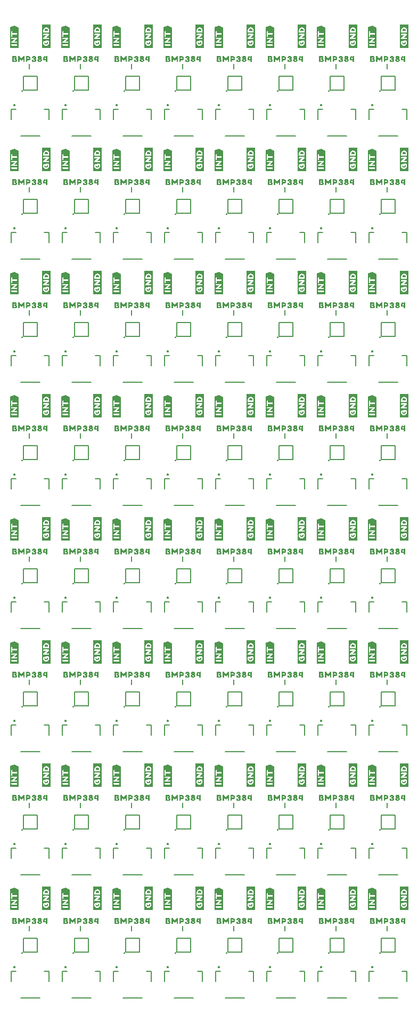
<source format=gto>
G04 EAGLE Gerber RS-274X export*
G75*
%MOMM*%
%FSLAX34Y34*%
%LPD*%
%INSilkscreen Top*%
%IPPOS*%
%AMOC8*
5,1,8,0,0,1.08239X$1,22.5*%
G01*
%ADD10C,0.152400*%
%ADD11C,0.203200*%
%ADD12C,0.127000*%
%ADD13C,0.175000*%

G36*
X151527Y1513417D02*
X151527Y1513417D01*
X151525Y1513420D01*
X151529Y1513422D01*
X151629Y1514022D01*
X151626Y1514027D01*
X151629Y1514030D01*
X151629Y1551230D01*
X151593Y1551277D01*
X151586Y1551272D01*
X151580Y1551279D01*
X138080Y1551279D01*
X138033Y1551243D01*
X138035Y1551240D01*
X138031Y1551238D01*
X137931Y1550638D01*
X137934Y1550633D01*
X137931Y1550630D01*
X137931Y1513430D01*
X137967Y1513383D01*
X137974Y1513388D01*
X137980Y1513381D01*
X151480Y1513381D01*
X151527Y1513417D01*
G37*
G36*
X557927Y1513417D02*
X557927Y1513417D01*
X557925Y1513420D01*
X557929Y1513422D01*
X558029Y1514022D01*
X558026Y1514027D01*
X558029Y1514030D01*
X558029Y1551230D01*
X557993Y1551277D01*
X557986Y1551272D01*
X557980Y1551279D01*
X544480Y1551279D01*
X544433Y1551243D01*
X544435Y1551240D01*
X544431Y1551238D01*
X544331Y1550638D01*
X544334Y1550633D01*
X544331Y1550630D01*
X544331Y1513430D01*
X544367Y1513383D01*
X544374Y1513388D01*
X544380Y1513381D01*
X557880Y1513381D01*
X557927Y1513417D01*
G37*
G36*
X232807Y1513417D02*
X232807Y1513417D01*
X232805Y1513420D01*
X232809Y1513422D01*
X232909Y1514022D01*
X232906Y1514027D01*
X232909Y1514030D01*
X232909Y1551230D01*
X232873Y1551277D01*
X232866Y1551272D01*
X232860Y1551279D01*
X219360Y1551279D01*
X219313Y1551243D01*
X219315Y1551240D01*
X219311Y1551238D01*
X219211Y1550638D01*
X219214Y1550633D01*
X219211Y1550630D01*
X219211Y1513430D01*
X219247Y1513383D01*
X219254Y1513388D01*
X219260Y1513381D01*
X232760Y1513381D01*
X232807Y1513417D01*
G37*
G36*
X639207Y1513417D02*
X639207Y1513417D01*
X639205Y1513420D01*
X639209Y1513422D01*
X639309Y1514022D01*
X639306Y1514027D01*
X639309Y1514030D01*
X639309Y1551230D01*
X639273Y1551277D01*
X639266Y1551272D01*
X639260Y1551279D01*
X625760Y1551279D01*
X625713Y1551243D01*
X625715Y1551240D01*
X625711Y1551238D01*
X625611Y1550638D01*
X625614Y1550633D01*
X625611Y1550630D01*
X625611Y1513430D01*
X625647Y1513383D01*
X625654Y1513388D01*
X625660Y1513381D01*
X639160Y1513381D01*
X639207Y1513417D01*
G37*
G36*
X476647Y1513417D02*
X476647Y1513417D01*
X476645Y1513420D01*
X476649Y1513422D01*
X476749Y1514022D01*
X476746Y1514027D01*
X476749Y1514030D01*
X476749Y1551230D01*
X476713Y1551277D01*
X476706Y1551272D01*
X476700Y1551279D01*
X463200Y1551279D01*
X463153Y1551243D01*
X463155Y1551240D01*
X463151Y1551238D01*
X463051Y1550638D01*
X463054Y1550633D01*
X463051Y1550630D01*
X463051Y1513430D01*
X463087Y1513383D01*
X463094Y1513388D01*
X463100Y1513381D01*
X476600Y1513381D01*
X476647Y1513417D01*
G37*
G36*
X314087Y1513417D02*
X314087Y1513417D01*
X314085Y1513420D01*
X314089Y1513422D01*
X314189Y1514022D01*
X314186Y1514027D01*
X314189Y1514030D01*
X314189Y1551230D01*
X314153Y1551277D01*
X314146Y1551272D01*
X314140Y1551279D01*
X300640Y1551279D01*
X300593Y1551243D01*
X300595Y1551240D01*
X300591Y1551238D01*
X300491Y1550638D01*
X300494Y1550633D01*
X300491Y1550630D01*
X300491Y1513430D01*
X300527Y1513383D01*
X300534Y1513388D01*
X300540Y1513381D01*
X314040Y1513381D01*
X314087Y1513417D01*
G37*
G36*
X70247Y1513417D02*
X70247Y1513417D01*
X70245Y1513420D01*
X70249Y1513422D01*
X70349Y1514022D01*
X70346Y1514027D01*
X70349Y1514030D01*
X70349Y1551230D01*
X70313Y1551277D01*
X70306Y1551272D01*
X70300Y1551279D01*
X56800Y1551279D01*
X56753Y1551243D01*
X56755Y1551240D01*
X56751Y1551238D01*
X56651Y1550638D01*
X56654Y1550633D01*
X56651Y1550630D01*
X56651Y1513430D01*
X56687Y1513383D01*
X56694Y1513388D01*
X56700Y1513381D01*
X70200Y1513381D01*
X70247Y1513417D01*
G37*
G36*
X395367Y1513417D02*
X395367Y1513417D01*
X395365Y1513420D01*
X395369Y1513422D01*
X395469Y1514022D01*
X395466Y1514027D01*
X395469Y1514030D01*
X395469Y1551230D01*
X395433Y1551277D01*
X395426Y1551272D01*
X395420Y1551279D01*
X381920Y1551279D01*
X381873Y1551243D01*
X381875Y1551240D01*
X381871Y1551238D01*
X381771Y1550638D01*
X381774Y1550633D01*
X381771Y1550630D01*
X381771Y1513430D01*
X381807Y1513383D01*
X381814Y1513388D01*
X381820Y1513381D01*
X395320Y1513381D01*
X395367Y1513417D01*
G37*
G36*
X151527Y144357D02*
X151527Y144357D01*
X151525Y144360D01*
X151529Y144362D01*
X151629Y144962D01*
X151626Y144967D01*
X151629Y144970D01*
X151629Y182170D01*
X151593Y182217D01*
X151586Y182212D01*
X151580Y182219D01*
X138080Y182219D01*
X138033Y182183D01*
X138035Y182180D01*
X138031Y182178D01*
X137931Y181578D01*
X137934Y181573D01*
X137931Y181570D01*
X137931Y144370D01*
X137967Y144323D01*
X137974Y144328D01*
X137980Y144321D01*
X151480Y144321D01*
X151527Y144357D01*
G37*
G36*
X557927Y144357D02*
X557927Y144357D01*
X557925Y144360D01*
X557929Y144362D01*
X558029Y144962D01*
X558026Y144967D01*
X558029Y144970D01*
X558029Y182170D01*
X557993Y182217D01*
X557986Y182212D01*
X557980Y182219D01*
X544480Y182219D01*
X544433Y182183D01*
X544435Y182180D01*
X544431Y182178D01*
X544331Y181578D01*
X544334Y181573D01*
X544331Y181570D01*
X544331Y144370D01*
X544367Y144323D01*
X544374Y144328D01*
X544380Y144321D01*
X557880Y144321D01*
X557927Y144357D01*
G37*
G36*
X314087Y144357D02*
X314087Y144357D01*
X314085Y144360D01*
X314089Y144362D01*
X314189Y144962D01*
X314186Y144967D01*
X314189Y144970D01*
X314189Y182170D01*
X314153Y182217D01*
X314146Y182212D01*
X314140Y182219D01*
X300640Y182219D01*
X300593Y182183D01*
X300595Y182180D01*
X300591Y182178D01*
X300491Y181578D01*
X300494Y181573D01*
X300491Y181570D01*
X300491Y144370D01*
X300527Y144323D01*
X300534Y144328D01*
X300540Y144321D01*
X314040Y144321D01*
X314087Y144357D01*
G37*
G36*
X395367Y144357D02*
X395367Y144357D01*
X395365Y144360D01*
X395369Y144362D01*
X395469Y144962D01*
X395466Y144967D01*
X395469Y144970D01*
X395469Y182170D01*
X395433Y182217D01*
X395426Y182212D01*
X395420Y182219D01*
X381920Y182219D01*
X381873Y182183D01*
X381875Y182180D01*
X381871Y182178D01*
X381771Y181578D01*
X381774Y181573D01*
X381771Y181570D01*
X381771Y144370D01*
X381807Y144323D01*
X381814Y144328D01*
X381820Y144321D01*
X395320Y144321D01*
X395367Y144357D01*
G37*
G36*
X232807Y144357D02*
X232807Y144357D01*
X232805Y144360D01*
X232809Y144362D01*
X232909Y144962D01*
X232906Y144967D01*
X232909Y144970D01*
X232909Y182170D01*
X232873Y182217D01*
X232866Y182212D01*
X232860Y182219D01*
X219360Y182219D01*
X219313Y182183D01*
X219315Y182180D01*
X219311Y182178D01*
X219211Y181578D01*
X219214Y181573D01*
X219211Y181570D01*
X219211Y144370D01*
X219247Y144323D01*
X219254Y144328D01*
X219260Y144321D01*
X232760Y144321D01*
X232807Y144357D01*
G37*
G36*
X639207Y144357D02*
X639207Y144357D01*
X639205Y144360D01*
X639209Y144362D01*
X639309Y144962D01*
X639306Y144967D01*
X639309Y144970D01*
X639309Y182170D01*
X639273Y182217D01*
X639266Y182212D01*
X639260Y182219D01*
X625760Y182219D01*
X625713Y182183D01*
X625715Y182180D01*
X625711Y182178D01*
X625611Y181578D01*
X625614Y181573D01*
X625611Y181570D01*
X625611Y144370D01*
X625647Y144323D01*
X625654Y144328D01*
X625660Y144321D01*
X639160Y144321D01*
X639207Y144357D01*
G37*
G36*
X476647Y144357D02*
X476647Y144357D01*
X476645Y144360D01*
X476649Y144362D01*
X476749Y144962D01*
X476746Y144967D01*
X476749Y144970D01*
X476749Y182170D01*
X476713Y182217D01*
X476706Y182212D01*
X476700Y182219D01*
X463200Y182219D01*
X463153Y182183D01*
X463155Y182180D01*
X463151Y182178D01*
X463051Y181578D01*
X463054Y181573D01*
X463051Y181570D01*
X463051Y144370D01*
X463087Y144323D01*
X463094Y144328D01*
X463100Y144321D01*
X476600Y144321D01*
X476647Y144357D01*
G37*
G36*
X70247Y144357D02*
X70247Y144357D01*
X70245Y144360D01*
X70249Y144362D01*
X70349Y144962D01*
X70346Y144967D01*
X70349Y144970D01*
X70349Y182170D01*
X70313Y182217D01*
X70306Y182212D01*
X70300Y182219D01*
X56800Y182219D01*
X56753Y182183D01*
X56755Y182180D01*
X56751Y182178D01*
X56651Y181578D01*
X56654Y181573D01*
X56651Y181570D01*
X56651Y144370D01*
X56687Y144323D01*
X56694Y144328D01*
X56700Y144321D01*
X70200Y144321D01*
X70247Y144357D01*
G37*
G36*
X151527Y731097D02*
X151527Y731097D01*
X151525Y731100D01*
X151529Y731102D01*
X151629Y731702D01*
X151626Y731707D01*
X151629Y731710D01*
X151629Y768910D01*
X151593Y768957D01*
X151586Y768952D01*
X151580Y768959D01*
X138080Y768959D01*
X138033Y768923D01*
X138035Y768920D01*
X138031Y768918D01*
X137931Y768318D01*
X137934Y768313D01*
X137931Y768310D01*
X137931Y731110D01*
X137967Y731063D01*
X137974Y731068D01*
X137980Y731061D01*
X151480Y731061D01*
X151527Y731097D01*
G37*
G36*
X70247Y731097D02*
X70247Y731097D01*
X70245Y731100D01*
X70249Y731102D01*
X70349Y731702D01*
X70346Y731707D01*
X70349Y731710D01*
X70349Y768910D01*
X70313Y768957D01*
X70306Y768952D01*
X70300Y768959D01*
X56800Y768959D01*
X56753Y768923D01*
X56755Y768920D01*
X56751Y768918D01*
X56651Y768318D01*
X56654Y768313D01*
X56651Y768310D01*
X56651Y731110D01*
X56687Y731063D01*
X56694Y731068D01*
X56700Y731061D01*
X70200Y731061D01*
X70247Y731097D01*
G37*
G36*
X395367Y731097D02*
X395367Y731097D01*
X395365Y731100D01*
X395369Y731102D01*
X395469Y731702D01*
X395466Y731707D01*
X395469Y731710D01*
X395469Y768910D01*
X395433Y768957D01*
X395426Y768952D01*
X395420Y768959D01*
X381920Y768959D01*
X381873Y768923D01*
X381875Y768920D01*
X381871Y768918D01*
X381771Y768318D01*
X381774Y768313D01*
X381771Y768310D01*
X381771Y731110D01*
X381807Y731063D01*
X381814Y731068D01*
X381820Y731061D01*
X395320Y731061D01*
X395367Y731097D01*
G37*
G36*
X639207Y731097D02*
X639207Y731097D01*
X639205Y731100D01*
X639209Y731102D01*
X639309Y731702D01*
X639306Y731707D01*
X639309Y731710D01*
X639309Y768910D01*
X639273Y768957D01*
X639266Y768952D01*
X639260Y768959D01*
X625760Y768959D01*
X625713Y768923D01*
X625715Y768920D01*
X625711Y768918D01*
X625611Y768318D01*
X625614Y768313D01*
X625611Y768310D01*
X625611Y731110D01*
X625647Y731063D01*
X625654Y731068D01*
X625660Y731061D01*
X639160Y731061D01*
X639207Y731097D01*
G37*
G36*
X232807Y731097D02*
X232807Y731097D01*
X232805Y731100D01*
X232809Y731102D01*
X232909Y731702D01*
X232906Y731707D01*
X232909Y731710D01*
X232909Y768910D01*
X232873Y768957D01*
X232866Y768952D01*
X232860Y768959D01*
X219360Y768959D01*
X219313Y768923D01*
X219315Y768920D01*
X219311Y768918D01*
X219211Y768318D01*
X219214Y768313D01*
X219211Y768310D01*
X219211Y731110D01*
X219247Y731063D01*
X219254Y731068D01*
X219260Y731061D01*
X232760Y731061D01*
X232807Y731097D01*
G37*
G36*
X557927Y731097D02*
X557927Y731097D01*
X557925Y731100D01*
X557929Y731102D01*
X558029Y731702D01*
X558026Y731707D01*
X558029Y731710D01*
X558029Y768910D01*
X557993Y768957D01*
X557986Y768952D01*
X557980Y768959D01*
X544480Y768959D01*
X544433Y768923D01*
X544435Y768920D01*
X544431Y768918D01*
X544331Y768318D01*
X544334Y768313D01*
X544331Y768310D01*
X544331Y731110D01*
X544367Y731063D01*
X544374Y731068D01*
X544380Y731061D01*
X557880Y731061D01*
X557927Y731097D01*
G37*
G36*
X314087Y731097D02*
X314087Y731097D01*
X314085Y731100D01*
X314089Y731102D01*
X314189Y731702D01*
X314186Y731707D01*
X314189Y731710D01*
X314189Y768910D01*
X314153Y768957D01*
X314146Y768952D01*
X314140Y768959D01*
X300640Y768959D01*
X300593Y768923D01*
X300595Y768920D01*
X300591Y768918D01*
X300491Y768318D01*
X300494Y768313D01*
X300491Y768310D01*
X300491Y731110D01*
X300527Y731063D01*
X300534Y731068D01*
X300540Y731061D01*
X314040Y731061D01*
X314087Y731097D01*
G37*
G36*
X476647Y731097D02*
X476647Y731097D01*
X476645Y731100D01*
X476649Y731102D01*
X476749Y731702D01*
X476746Y731707D01*
X476749Y731710D01*
X476749Y768910D01*
X476713Y768957D01*
X476706Y768952D01*
X476700Y768959D01*
X463200Y768959D01*
X463153Y768923D01*
X463155Y768920D01*
X463151Y768918D01*
X463051Y768318D01*
X463054Y768313D01*
X463051Y768310D01*
X463051Y731110D01*
X463087Y731063D01*
X463094Y731068D01*
X463100Y731061D01*
X476600Y731061D01*
X476647Y731097D01*
G37*
G36*
X70247Y1122257D02*
X70247Y1122257D01*
X70245Y1122260D01*
X70249Y1122262D01*
X70349Y1122862D01*
X70346Y1122867D01*
X70349Y1122870D01*
X70349Y1160070D01*
X70313Y1160117D01*
X70306Y1160112D01*
X70300Y1160119D01*
X56800Y1160119D01*
X56753Y1160083D01*
X56755Y1160080D01*
X56751Y1160078D01*
X56651Y1159478D01*
X56654Y1159473D01*
X56651Y1159470D01*
X56651Y1122270D01*
X56687Y1122223D01*
X56694Y1122228D01*
X56700Y1122221D01*
X70200Y1122221D01*
X70247Y1122257D01*
G37*
G36*
X557927Y1122257D02*
X557927Y1122257D01*
X557925Y1122260D01*
X557929Y1122262D01*
X558029Y1122862D01*
X558026Y1122867D01*
X558029Y1122870D01*
X558029Y1160070D01*
X557993Y1160117D01*
X557986Y1160112D01*
X557980Y1160119D01*
X544480Y1160119D01*
X544433Y1160083D01*
X544435Y1160080D01*
X544431Y1160078D01*
X544331Y1159478D01*
X544334Y1159473D01*
X544331Y1159470D01*
X544331Y1122270D01*
X544367Y1122223D01*
X544374Y1122228D01*
X544380Y1122221D01*
X557880Y1122221D01*
X557927Y1122257D01*
G37*
G36*
X151527Y1122257D02*
X151527Y1122257D01*
X151525Y1122260D01*
X151529Y1122262D01*
X151629Y1122862D01*
X151626Y1122867D01*
X151629Y1122870D01*
X151629Y1160070D01*
X151593Y1160117D01*
X151586Y1160112D01*
X151580Y1160119D01*
X138080Y1160119D01*
X138033Y1160083D01*
X138035Y1160080D01*
X138031Y1160078D01*
X137931Y1159478D01*
X137934Y1159473D01*
X137931Y1159470D01*
X137931Y1122270D01*
X137967Y1122223D01*
X137974Y1122228D01*
X137980Y1122221D01*
X151480Y1122221D01*
X151527Y1122257D01*
G37*
G36*
X314087Y1122257D02*
X314087Y1122257D01*
X314085Y1122260D01*
X314089Y1122262D01*
X314189Y1122862D01*
X314186Y1122867D01*
X314189Y1122870D01*
X314189Y1160070D01*
X314153Y1160117D01*
X314146Y1160112D01*
X314140Y1160119D01*
X300640Y1160119D01*
X300593Y1160083D01*
X300595Y1160080D01*
X300591Y1160078D01*
X300491Y1159478D01*
X300494Y1159473D01*
X300491Y1159470D01*
X300491Y1122270D01*
X300527Y1122223D01*
X300534Y1122228D01*
X300540Y1122221D01*
X314040Y1122221D01*
X314087Y1122257D01*
G37*
G36*
X395367Y1122257D02*
X395367Y1122257D01*
X395365Y1122260D01*
X395369Y1122262D01*
X395469Y1122862D01*
X395466Y1122867D01*
X395469Y1122870D01*
X395469Y1160070D01*
X395433Y1160117D01*
X395426Y1160112D01*
X395420Y1160119D01*
X381920Y1160119D01*
X381873Y1160083D01*
X381875Y1160080D01*
X381871Y1160078D01*
X381771Y1159478D01*
X381774Y1159473D01*
X381771Y1159470D01*
X381771Y1122270D01*
X381807Y1122223D01*
X381814Y1122228D01*
X381820Y1122221D01*
X395320Y1122221D01*
X395367Y1122257D01*
G37*
G36*
X476647Y1122257D02*
X476647Y1122257D01*
X476645Y1122260D01*
X476649Y1122262D01*
X476749Y1122862D01*
X476746Y1122867D01*
X476749Y1122870D01*
X476749Y1160070D01*
X476713Y1160117D01*
X476706Y1160112D01*
X476700Y1160119D01*
X463200Y1160119D01*
X463153Y1160083D01*
X463155Y1160080D01*
X463151Y1160078D01*
X463051Y1159478D01*
X463054Y1159473D01*
X463051Y1159470D01*
X463051Y1122270D01*
X463087Y1122223D01*
X463094Y1122228D01*
X463100Y1122221D01*
X476600Y1122221D01*
X476647Y1122257D01*
G37*
G36*
X232807Y1122257D02*
X232807Y1122257D01*
X232805Y1122260D01*
X232809Y1122262D01*
X232909Y1122862D01*
X232906Y1122867D01*
X232909Y1122870D01*
X232909Y1160070D01*
X232873Y1160117D01*
X232866Y1160112D01*
X232860Y1160119D01*
X219360Y1160119D01*
X219313Y1160083D01*
X219315Y1160080D01*
X219311Y1160078D01*
X219211Y1159478D01*
X219214Y1159473D01*
X219211Y1159470D01*
X219211Y1122270D01*
X219247Y1122223D01*
X219254Y1122228D01*
X219260Y1122221D01*
X232760Y1122221D01*
X232807Y1122257D01*
G37*
G36*
X639207Y1122257D02*
X639207Y1122257D01*
X639205Y1122260D01*
X639209Y1122262D01*
X639309Y1122862D01*
X639306Y1122867D01*
X639309Y1122870D01*
X639309Y1160070D01*
X639273Y1160117D01*
X639266Y1160112D01*
X639260Y1160119D01*
X625760Y1160119D01*
X625713Y1160083D01*
X625715Y1160080D01*
X625711Y1160078D01*
X625611Y1159478D01*
X625614Y1159473D01*
X625611Y1159470D01*
X625611Y1122270D01*
X625647Y1122223D01*
X625654Y1122228D01*
X625660Y1122221D01*
X639160Y1122221D01*
X639207Y1122257D01*
G37*
G36*
X232807Y1317837D02*
X232807Y1317837D01*
X232805Y1317840D01*
X232809Y1317842D01*
X232909Y1318442D01*
X232906Y1318447D01*
X232909Y1318450D01*
X232909Y1355650D01*
X232873Y1355697D01*
X232866Y1355692D01*
X232860Y1355699D01*
X219360Y1355699D01*
X219313Y1355663D01*
X219315Y1355660D01*
X219311Y1355658D01*
X219211Y1355058D01*
X219214Y1355053D01*
X219211Y1355050D01*
X219211Y1317850D01*
X219247Y1317803D01*
X219254Y1317808D01*
X219260Y1317801D01*
X232760Y1317801D01*
X232807Y1317837D01*
G37*
G36*
X557927Y1317837D02*
X557927Y1317837D01*
X557925Y1317840D01*
X557929Y1317842D01*
X558029Y1318442D01*
X558026Y1318447D01*
X558029Y1318450D01*
X558029Y1355650D01*
X557993Y1355697D01*
X557986Y1355692D01*
X557980Y1355699D01*
X544480Y1355699D01*
X544433Y1355663D01*
X544435Y1355660D01*
X544431Y1355658D01*
X544331Y1355058D01*
X544334Y1355053D01*
X544331Y1355050D01*
X544331Y1317850D01*
X544367Y1317803D01*
X544374Y1317808D01*
X544380Y1317801D01*
X557880Y1317801D01*
X557927Y1317837D01*
G37*
G36*
X70247Y1317837D02*
X70247Y1317837D01*
X70245Y1317840D01*
X70249Y1317842D01*
X70349Y1318442D01*
X70346Y1318447D01*
X70349Y1318450D01*
X70349Y1355650D01*
X70313Y1355697D01*
X70306Y1355692D01*
X70300Y1355699D01*
X56800Y1355699D01*
X56753Y1355663D01*
X56755Y1355660D01*
X56751Y1355658D01*
X56651Y1355058D01*
X56654Y1355053D01*
X56651Y1355050D01*
X56651Y1317850D01*
X56687Y1317803D01*
X56694Y1317808D01*
X56700Y1317801D01*
X70200Y1317801D01*
X70247Y1317837D01*
G37*
G36*
X395367Y1317837D02*
X395367Y1317837D01*
X395365Y1317840D01*
X395369Y1317842D01*
X395469Y1318442D01*
X395466Y1318447D01*
X395469Y1318450D01*
X395469Y1355650D01*
X395433Y1355697D01*
X395426Y1355692D01*
X395420Y1355699D01*
X381920Y1355699D01*
X381873Y1355663D01*
X381875Y1355660D01*
X381871Y1355658D01*
X381771Y1355058D01*
X381774Y1355053D01*
X381771Y1355050D01*
X381771Y1317850D01*
X381807Y1317803D01*
X381814Y1317808D01*
X381820Y1317801D01*
X395320Y1317801D01*
X395367Y1317837D01*
G37*
G36*
X639207Y1317837D02*
X639207Y1317837D01*
X639205Y1317840D01*
X639209Y1317842D01*
X639309Y1318442D01*
X639306Y1318447D01*
X639309Y1318450D01*
X639309Y1355650D01*
X639273Y1355697D01*
X639266Y1355692D01*
X639260Y1355699D01*
X625760Y1355699D01*
X625713Y1355663D01*
X625715Y1355660D01*
X625711Y1355658D01*
X625611Y1355058D01*
X625614Y1355053D01*
X625611Y1355050D01*
X625611Y1317850D01*
X625647Y1317803D01*
X625654Y1317808D01*
X625660Y1317801D01*
X639160Y1317801D01*
X639207Y1317837D01*
G37*
G36*
X314087Y1317837D02*
X314087Y1317837D01*
X314085Y1317840D01*
X314089Y1317842D01*
X314189Y1318442D01*
X314186Y1318447D01*
X314189Y1318450D01*
X314189Y1355650D01*
X314153Y1355697D01*
X314146Y1355692D01*
X314140Y1355699D01*
X300640Y1355699D01*
X300593Y1355663D01*
X300595Y1355660D01*
X300591Y1355658D01*
X300491Y1355058D01*
X300494Y1355053D01*
X300491Y1355050D01*
X300491Y1317850D01*
X300527Y1317803D01*
X300534Y1317808D01*
X300540Y1317801D01*
X314040Y1317801D01*
X314087Y1317837D01*
G37*
G36*
X476647Y1317837D02*
X476647Y1317837D01*
X476645Y1317840D01*
X476649Y1317842D01*
X476749Y1318442D01*
X476746Y1318447D01*
X476749Y1318450D01*
X476749Y1355650D01*
X476713Y1355697D01*
X476706Y1355692D01*
X476700Y1355699D01*
X463200Y1355699D01*
X463153Y1355663D01*
X463155Y1355660D01*
X463151Y1355658D01*
X463051Y1355058D01*
X463054Y1355053D01*
X463051Y1355050D01*
X463051Y1317850D01*
X463087Y1317803D01*
X463094Y1317808D01*
X463100Y1317801D01*
X476600Y1317801D01*
X476647Y1317837D01*
G37*
G36*
X151527Y1317837D02*
X151527Y1317837D01*
X151525Y1317840D01*
X151529Y1317842D01*
X151629Y1318442D01*
X151626Y1318447D01*
X151629Y1318450D01*
X151629Y1355650D01*
X151593Y1355697D01*
X151586Y1355692D01*
X151580Y1355699D01*
X138080Y1355699D01*
X138033Y1355663D01*
X138035Y1355660D01*
X138031Y1355658D01*
X137931Y1355058D01*
X137934Y1355053D01*
X137931Y1355050D01*
X137931Y1317850D01*
X137967Y1317803D01*
X137974Y1317808D01*
X137980Y1317801D01*
X151480Y1317801D01*
X151527Y1317837D01*
G37*
G36*
X314087Y535517D02*
X314087Y535517D01*
X314085Y535520D01*
X314089Y535522D01*
X314189Y536122D01*
X314186Y536127D01*
X314189Y536130D01*
X314189Y573330D01*
X314153Y573377D01*
X314146Y573372D01*
X314140Y573379D01*
X300640Y573379D01*
X300593Y573343D01*
X300595Y573340D01*
X300591Y573338D01*
X300491Y572738D01*
X300494Y572733D01*
X300491Y572730D01*
X300491Y535530D01*
X300527Y535483D01*
X300534Y535488D01*
X300540Y535481D01*
X314040Y535481D01*
X314087Y535517D01*
G37*
G36*
X232807Y535517D02*
X232807Y535517D01*
X232805Y535520D01*
X232809Y535522D01*
X232909Y536122D01*
X232906Y536127D01*
X232909Y536130D01*
X232909Y573330D01*
X232873Y573377D01*
X232866Y573372D01*
X232860Y573379D01*
X219360Y573379D01*
X219313Y573343D01*
X219315Y573340D01*
X219311Y573338D01*
X219211Y572738D01*
X219214Y572733D01*
X219211Y572730D01*
X219211Y535530D01*
X219247Y535483D01*
X219254Y535488D01*
X219260Y535481D01*
X232760Y535481D01*
X232807Y535517D01*
G37*
G36*
X639207Y535517D02*
X639207Y535517D01*
X639205Y535520D01*
X639209Y535522D01*
X639309Y536122D01*
X639306Y536127D01*
X639309Y536130D01*
X639309Y573330D01*
X639273Y573377D01*
X639266Y573372D01*
X639260Y573379D01*
X625760Y573379D01*
X625713Y573343D01*
X625715Y573340D01*
X625711Y573338D01*
X625611Y572738D01*
X625614Y572733D01*
X625611Y572730D01*
X625611Y535530D01*
X625647Y535483D01*
X625654Y535488D01*
X625660Y535481D01*
X639160Y535481D01*
X639207Y535517D01*
G37*
G36*
X70247Y535517D02*
X70247Y535517D01*
X70245Y535520D01*
X70249Y535522D01*
X70349Y536122D01*
X70346Y536127D01*
X70349Y536130D01*
X70349Y573330D01*
X70313Y573377D01*
X70306Y573372D01*
X70300Y573379D01*
X56800Y573379D01*
X56753Y573343D01*
X56755Y573340D01*
X56751Y573338D01*
X56651Y572738D01*
X56654Y572733D01*
X56651Y572730D01*
X56651Y535530D01*
X56687Y535483D01*
X56694Y535488D01*
X56700Y535481D01*
X70200Y535481D01*
X70247Y535517D01*
G37*
G36*
X151527Y535517D02*
X151527Y535517D01*
X151525Y535520D01*
X151529Y535522D01*
X151629Y536122D01*
X151626Y536127D01*
X151629Y536130D01*
X151629Y573330D01*
X151593Y573377D01*
X151586Y573372D01*
X151580Y573379D01*
X138080Y573379D01*
X138033Y573343D01*
X138035Y573340D01*
X138031Y573338D01*
X137931Y572738D01*
X137934Y572733D01*
X137931Y572730D01*
X137931Y535530D01*
X137967Y535483D01*
X137974Y535488D01*
X137980Y535481D01*
X151480Y535481D01*
X151527Y535517D01*
G37*
G36*
X476647Y535517D02*
X476647Y535517D01*
X476645Y535520D01*
X476649Y535522D01*
X476749Y536122D01*
X476746Y536127D01*
X476749Y536130D01*
X476749Y573330D01*
X476713Y573377D01*
X476706Y573372D01*
X476700Y573379D01*
X463200Y573379D01*
X463153Y573343D01*
X463155Y573340D01*
X463151Y573338D01*
X463051Y572738D01*
X463054Y572733D01*
X463051Y572730D01*
X463051Y535530D01*
X463087Y535483D01*
X463094Y535488D01*
X463100Y535481D01*
X476600Y535481D01*
X476647Y535517D01*
G37*
G36*
X557927Y535517D02*
X557927Y535517D01*
X557925Y535520D01*
X557929Y535522D01*
X558029Y536122D01*
X558026Y536127D01*
X558029Y536130D01*
X558029Y573330D01*
X557993Y573377D01*
X557986Y573372D01*
X557980Y573379D01*
X544480Y573379D01*
X544433Y573343D01*
X544435Y573340D01*
X544431Y573338D01*
X544331Y572738D01*
X544334Y572733D01*
X544331Y572730D01*
X544331Y535530D01*
X544367Y535483D01*
X544374Y535488D01*
X544380Y535481D01*
X557880Y535481D01*
X557927Y535517D01*
G37*
G36*
X395367Y535517D02*
X395367Y535517D01*
X395365Y535520D01*
X395369Y535522D01*
X395469Y536122D01*
X395466Y536127D01*
X395469Y536130D01*
X395469Y573330D01*
X395433Y573377D01*
X395426Y573372D01*
X395420Y573379D01*
X381920Y573379D01*
X381873Y573343D01*
X381875Y573340D01*
X381871Y573338D01*
X381771Y572738D01*
X381774Y572733D01*
X381771Y572730D01*
X381771Y535530D01*
X381807Y535483D01*
X381814Y535488D01*
X381820Y535481D01*
X395320Y535481D01*
X395367Y535517D01*
G37*
G36*
X639207Y339937D02*
X639207Y339937D01*
X639205Y339940D01*
X639209Y339942D01*
X639309Y340542D01*
X639306Y340547D01*
X639309Y340550D01*
X639309Y377750D01*
X639273Y377797D01*
X639266Y377792D01*
X639260Y377799D01*
X625760Y377799D01*
X625713Y377763D01*
X625715Y377760D01*
X625711Y377758D01*
X625611Y377158D01*
X625614Y377153D01*
X625611Y377150D01*
X625611Y339950D01*
X625647Y339903D01*
X625654Y339908D01*
X625660Y339901D01*
X639160Y339901D01*
X639207Y339937D01*
G37*
G36*
X314087Y339937D02*
X314087Y339937D01*
X314085Y339940D01*
X314089Y339942D01*
X314189Y340542D01*
X314186Y340547D01*
X314189Y340550D01*
X314189Y377750D01*
X314153Y377797D01*
X314146Y377792D01*
X314140Y377799D01*
X300640Y377799D01*
X300593Y377763D01*
X300595Y377760D01*
X300591Y377758D01*
X300491Y377158D01*
X300494Y377153D01*
X300491Y377150D01*
X300491Y339950D01*
X300527Y339903D01*
X300534Y339908D01*
X300540Y339901D01*
X314040Y339901D01*
X314087Y339937D01*
G37*
G36*
X232807Y339937D02*
X232807Y339937D01*
X232805Y339940D01*
X232809Y339942D01*
X232909Y340542D01*
X232906Y340547D01*
X232909Y340550D01*
X232909Y377750D01*
X232873Y377797D01*
X232866Y377792D01*
X232860Y377799D01*
X219360Y377799D01*
X219313Y377763D01*
X219315Y377760D01*
X219311Y377758D01*
X219211Y377158D01*
X219214Y377153D01*
X219211Y377150D01*
X219211Y339950D01*
X219247Y339903D01*
X219254Y339908D01*
X219260Y339901D01*
X232760Y339901D01*
X232807Y339937D01*
G37*
G36*
X395367Y339937D02*
X395367Y339937D01*
X395365Y339940D01*
X395369Y339942D01*
X395469Y340542D01*
X395466Y340547D01*
X395469Y340550D01*
X395469Y377750D01*
X395433Y377797D01*
X395426Y377792D01*
X395420Y377799D01*
X381920Y377799D01*
X381873Y377763D01*
X381875Y377760D01*
X381871Y377758D01*
X381771Y377158D01*
X381774Y377153D01*
X381771Y377150D01*
X381771Y339950D01*
X381807Y339903D01*
X381814Y339908D01*
X381820Y339901D01*
X395320Y339901D01*
X395367Y339937D01*
G37*
G36*
X70247Y339937D02*
X70247Y339937D01*
X70245Y339940D01*
X70249Y339942D01*
X70349Y340542D01*
X70346Y340547D01*
X70349Y340550D01*
X70349Y377750D01*
X70313Y377797D01*
X70306Y377792D01*
X70300Y377799D01*
X56800Y377799D01*
X56753Y377763D01*
X56755Y377760D01*
X56751Y377758D01*
X56651Y377158D01*
X56654Y377153D01*
X56651Y377150D01*
X56651Y339950D01*
X56687Y339903D01*
X56694Y339908D01*
X56700Y339901D01*
X70200Y339901D01*
X70247Y339937D01*
G37*
G36*
X476647Y339937D02*
X476647Y339937D01*
X476645Y339940D01*
X476649Y339942D01*
X476749Y340542D01*
X476746Y340547D01*
X476749Y340550D01*
X476749Y377750D01*
X476713Y377797D01*
X476706Y377792D01*
X476700Y377799D01*
X463200Y377799D01*
X463153Y377763D01*
X463155Y377760D01*
X463151Y377758D01*
X463051Y377158D01*
X463054Y377153D01*
X463051Y377150D01*
X463051Y339950D01*
X463087Y339903D01*
X463094Y339908D01*
X463100Y339901D01*
X476600Y339901D01*
X476647Y339937D01*
G37*
G36*
X151527Y339937D02*
X151527Y339937D01*
X151525Y339940D01*
X151529Y339942D01*
X151629Y340542D01*
X151626Y340547D01*
X151629Y340550D01*
X151629Y377750D01*
X151593Y377797D01*
X151586Y377792D01*
X151580Y377799D01*
X138080Y377799D01*
X138033Y377763D01*
X138035Y377760D01*
X138031Y377758D01*
X137931Y377158D01*
X137934Y377153D01*
X137931Y377150D01*
X137931Y339950D01*
X137967Y339903D01*
X137974Y339908D01*
X137980Y339901D01*
X151480Y339901D01*
X151527Y339937D01*
G37*
G36*
X557927Y339937D02*
X557927Y339937D01*
X557925Y339940D01*
X557929Y339942D01*
X558029Y340542D01*
X558026Y340547D01*
X558029Y340550D01*
X558029Y377750D01*
X557993Y377797D01*
X557986Y377792D01*
X557980Y377799D01*
X544480Y377799D01*
X544433Y377763D01*
X544435Y377760D01*
X544431Y377758D01*
X544331Y377158D01*
X544334Y377153D01*
X544331Y377150D01*
X544331Y339950D01*
X544367Y339903D01*
X544374Y339908D01*
X544380Y339901D01*
X557880Y339901D01*
X557927Y339937D01*
G37*
G36*
X151527Y926677D02*
X151527Y926677D01*
X151525Y926680D01*
X151529Y926682D01*
X151629Y927282D01*
X151626Y927287D01*
X151629Y927290D01*
X151629Y964490D01*
X151593Y964537D01*
X151586Y964532D01*
X151580Y964539D01*
X138080Y964539D01*
X138033Y964503D01*
X138035Y964500D01*
X138031Y964498D01*
X137931Y963898D01*
X137934Y963893D01*
X137931Y963890D01*
X137931Y926690D01*
X137967Y926643D01*
X137974Y926648D01*
X137980Y926641D01*
X151480Y926641D01*
X151527Y926677D01*
G37*
G36*
X557927Y926677D02*
X557927Y926677D01*
X557925Y926680D01*
X557929Y926682D01*
X558029Y927282D01*
X558026Y927287D01*
X558029Y927290D01*
X558029Y964490D01*
X557993Y964537D01*
X557986Y964532D01*
X557980Y964539D01*
X544480Y964539D01*
X544433Y964503D01*
X544435Y964500D01*
X544431Y964498D01*
X544331Y963898D01*
X544334Y963893D01*
X544331Y963890D01*
X544331Y926690D01*
X544367Y926643D01*
X544374Y926648D01*
X544380Y926641D01*
X557880Y926641D01*
X557927Y926677D01*
G37*
G36*
X395367Y926677D02*
X395367Y926677D01*
X395365Y926680D01*
X395369Y926682D01*
X395469Y927282D01*
X395466Y927287D01*
X395469Y927290D01*
X395469Y964490D01*
X395433Y964537D01*
X395426Y964532D01*
X395420Y964539D01*
X381920Y964539D01*
X381873Y964503D01*
X381875Y964500D01*
X381871Y964498D01*
X381771Y963898D01*
X381774Y963893D01*
X381771Y963890D01*
X381771Y926690D01*
X381807Y926643D01*
X381814Y926648D01*
X381820Y926641D01*
X395320Y926641D01*
X395367Y926677D01*
G37*
G36*
X476647Y926677D02*
X476647Y926677D01*
X476645Y926680D01*
X476649Y926682D01*
X476749Y927282D01*
X476746Y927287D01*
X476749Y927290D01*
X476749Y964490D01*
X476713Y964537D01*
X476706Y964532D01*
X476700Y964539D01*
X463200Y964539D01*
X463153Y964503D01*
X463155Y964500D01*
X463151Y964498D01*
X463051Y963898D01*
X463054Y963893D01*
X463051Y963890D01*
X463051Y926690D01*
X463087Y926643D01*
X463094Y926648D01*
X463100Y926641D01*
X476600Y926641D01*
X476647Y926677D01*
G37*
G36*
X314087Y926677D02*
X314087Y926677D01*
X314085Y926680D01*
X314089Y926682D01*
X314189Y927282D01*
X314186Y927287D01*
X314189Y927290D01*
X314189Y964490D01*
X314153Y964537D01*
X314146Y964532D01*
X314140Y964539D01*
X300640Y964539D01*
X300593Y964503D01*
X300595Y964500D01*
X300591Y964498D01*
X300491Y963898D01*
X300494Y963893D01*
X300491Y963890D01*
X300491Y926690D01*
X300527Y926643D01*
X300534Y926648D01*
X300540Y926641D01*
X314040Y926641D01*
X314087Y926677D01*
G37*
G36*
X70247Y926677D02*
X70247Y926677D01*
X70245Y926680D01*
X70249Y926682D01*
X70349Y927282D01*
X70346Y927287D01*
X70349Y927290D01*
X70349Y964490D01*
X70313Y964537D01*
X70306Y964532D01*
X70300Y964539D01*
X56800Y964539D01*
X56753Y964503D01*
X56755Y964500D01*
X56751Y964498D01*
X56651Y963898D01*
X56654Y963893D01*
X56651Y963890D01*
X56651Y926690D01*
X56687Y926643D01*
X56694Y926648D01*
X56700Y926641D01*
X70200Y926641D01*
X70247Y926677D01*
G37*
G36*
X232807Y926677D02*
X232807Y926677D01*
X232805Y926680D01*
X232809Y926682D01*
X232909Y927282D01*
X232906Y927287D01*
X232909Y927290D01*
X232909Y964490D01*
X232873Y964537D01*
X232866Y964532D01*
X232860Y964539D01*
X219360Y964539D01*
X219313Y964503D01*
X219315Y964500D01*
X219311Y964498D01*
X219211Y963898D01*
X219214Y963893D01*
X219211Y963890D01*
X219211Y926690D01*
X219247Y926643D01*
X219254Y926648D01*
X219260Y926641D01*
X232760Y926641D01*
X232807Y926677D01*
G37*
G36*
X639207Y926677D02*
X639207Y926677D01*
X639205Y926680D01*
X639209Y926682D01*
X639309Y927282D01*
X639306Y927287D01*
X639309Y927290D01*
X639309Y964490D01*
X639273Y964537D01*
X639266Y964532D01*
X639260Y964539D01*
X625760Y964539D01*
X625713Y964503D01*
X625715Y964500D01*
X625711Y964498D01*
X625611Y963898D01*
X625614Y963893D01*
X625611Y963890D01*
X625611Y926690D01*
X625647Y926643D01*
X625654Y926648D01*
X625660Y926641D01*
X639160Y926641D01*
X639207Y926677D01*
G37*
G36*
X100393Y1513390D02*
X100393Y1513390D01*
X100402Y1513386D01*
X100802Y1513586D01*
X100812Y1513607D01*
X100821Y1513614D01*
X100818Y1513618D01*
X100821Y1513623D01*
X100829Y1513630D01*
X100829Y1545530D01*
X100822Y1545539D01*
X100827Y1545546D01*
X100627Y1546146D01*
X100604Y1546161D01*
X100602Y1546174D01*
X94502Y1549174D01*
X94497Y1549173D01*
X94496Y1549177D01*
X93896Y1549377D01*
X93870Y1549368D01*
X93858Y1549374D01*
X87758Y1546374D01*
X87756Y1546370D01*
X87753Y1546371D01*
X87153Y1545971D01*
X87147Y1545953D01*
X87140Y1545948D01*
X87143Y1545944D01*
X87141Y1545938D01*
X87131Y1545930D01*
X87131Y1513830D01*
X87144Y1513812D01*
X87141Y1513800D01*
X87441Y1513400D01*
X87472Y1513392D01*
X87480Y1513381D01*
X100380Y1513381D01*
X100393Y1513390D01*
G37*
G36*
X506793Y1513390D02*
X506793Y1513390D01*
X506802Y1513386D01*
X507202Y1513586D01*
X507212Y1513607D01*
X507221Y1513614D01*
X507218Y1513618D01*
X507221Y1513623D01*
X507229Y1513630D01*
X507229Y1545530D01*
X507222Y1545539D01*
X507227Y1545546D01*
X507027Y1546146D01*
X507004Y1546161D01*
X507002Y1546174D01*
X500902Y1549174D01*
X500897Y1549173D01*
X500896Y1549177D01*
X500296Y1549377D01*
X500270Y1549368D01*
X500258Y1549374D01*
X494158Y1546374D01*
X494156Y1546370D01*
X494153Y1546371D01*
X493553Y1545971D01*
X493547Y1545953D01*
X493540Y1545948D01*
X493543Y1545944D01*
X493541Y1545938D01*
X493531Y1545930D01*
X493531Y1513830D01*
X493544Y1513812D01*
X493541Y1513800D01*
X493841Y1513400D01*
X493872Y1513392D01*
X493880Y1513381D01*
X506780Y1513381D01*
X506793Y1513390D01*
G37*
G36*
X262953Y1513390D02*
X262953Y1513390D01*
X262962Y1513386D01*
X263362Y1513586D01*
X263372Y1513607D01*
X263381Y1513614D01*
X263378Y1513618D01*
X263381Y1513623D01*
X263389Y1513630D01*
X263389Y1545530D01*
X263382Y1545539D01*
X263387Y1545546D01*
X263187Y1546146D01*
X263164Y1546161D01*
X263162Y1546174D01*
X257062Y1549174D01*
X257057Y1549173D01*
X257056Y1549177D01*
X256456Y1549377D01*
X256430Y1549368D01*
X256418Y1549374D01*
X250318Y1546374D01*
X250316Y1546370D01*
X250313Y1546371D01*
X249713Y1545971D01*
X249707Y1545953D01*
X249700Y1545948D01*
X249703Y1545944D01*
X249701Y1545938D01*
X249691Y1545930D01*
X249691Y1513830D01*
X249704Y1513812D01*
X249701Y1513800D01*
X250001Y1513400D01*
X250032Y1513392D01*
X250040Y1513381D01*
X262940Y1513381D01*
X262953Y1513390D01*
G37*
G36*
X425513Y1513390D02*
X425513Y1513390D01*
X425522Y1513386D01*
X425922Y1513586D01*
X425932Y1513607D01*
X425941Y1513614D01*
X425938Y1513618D01*
X425941Y1513623D01*
X425949Y1513630D01*
X425949Y1545530D01*
X425942Y1545539D01*
X425947Y1545546D01*
X425747Y1546146D01*
X425724Y1546161D01*
X425722Y1546174D01*
X419622Y1549174D01*
X419617Y1549173D01*
X419616Y1549177D01*
X419016Y1549377D01*
X418990Y1549368D01*
X418978Y1549374D01*
X412878Y1546374D01*
X412876Y1546370D01*
X412873Y1546371D01*
X412273Y1545971D01*
X412267Y1545953D01*
X412260Y1545948D01*
X412263Y1545944D01*
X412261Y1545938D01*
X412251Y1545930D01*
X412251Y1513830D01*
X412264Y1513812D01*
X412261Y1513800D01*
X412561Y1513400D01*
X412592Y1513392D01*
X412600Y1513381D01*
X425500Y1513381D01*
X425513Y1513390D01*
G37*
G36*
X19113Y1513390D02*
X19113Y1513390D01*
X19122Y1513386D01*
X19522Y1513586D01*
X19532Y1513607D01*
X19541Y1513614D01*
X19538Y1513618D01*
X19541Y1513623D01*
X19549Y1513630D01*
X19549Y1545530D01*
X19542Y1545539D01*
X19547Y1545546D01*
X19347Y1546146D01*
X19324Y1546161D01*
X19322Y1546174D01*
X13222Y1549174D01*
X13217Y1549173D01*
X13216Y1549177D01*
X12616Y1549377D01*
X12590Y1549368D01*
X12578Y1549374D01*
X6478Y1546374D01*
X6476Y1546370D01*
X6473Y1546371D01*
X5873Y1545971D01*
X5867Y1545953D01*
X5860Y1545948D01*
X5863Y1545944D01*
X5861Y1545938D01*
X5851Y1545930D01*
X5851Y1513830D01*
X5864Y1513812D01*
X5861Y1513800D01*
X6161Y1513400D01*
X6192Y1513392D01*
X6200Y1513381D01*
X19100Y1513381D01*
X19113Y1513390D01*
G37*
G36*
X344233Y1513390D02*
X344233Y1513390D01*
X344242Y1513386D01*
X344642Y1513586D01*
X344652Y1513607D01*
X344661Y1513614D01*
X344658Y1513618D01*
X344661Y1513623D01*
X344669Y1513630D01*
X344669Y1545530D01*
X344662Y1545539D01*
X344667Y1545546D01*
X344467Y1546146D01*
X344444Y1546161D01*
X344442Y1546174D01*
X338342Y1549174D01*
X338337Y1549173D01*
X338336Y1549177D01*
X337736Y1549377D01*
X337710Y1549368D01*
X337698Y1549374D01*
X331598Y1546374D01*
X331596Y1546370D01*
X331593Y1546371D01*
X330993Y1545971D01*
X330987Y1545953D01*
X330980Y1545948D01*
X330983Y1545944D01*
X330981Y1545938D01*
X330971Y1545930D01*
X330971Y1513830D01*
X330984Y1513812D01*
X330981Y1513800D01*
X331281Y1513400D01*
X331312Y1513392D01*
X331320Y1513381D01*
X344220Y1513381D01*
X344233Y1513390D01*
G37*
G36*
X181673Y1513390D02*
X181673Y1513390D01*
X181682Y1513386D01*
X182082Y1513586D01*
X182092Y1513607D01*
X182101Y1513614D01*
X182098Y1513618D01*
X182101Y1513623D01*
X182109Y1513630D01*
X182109Y1545530D01*
X182102Y1545539D01*
X182107Y1545546D01*
X181907Y1546146D01*
X181884Y1546161D01*
X181882Y1546174D01*
X175782Y1549174D01*
X175777Y1549173D01*
X175776Y1549177D01*
X175176Y1549377D01*
X175150Y1549368D01*
X175138Y1549374D01*
X169038Y1546374D01*
X169036Y1546370D01*
X169033Y1546371D01*
X168433Y1545971D01*
X168427Y1545953D01*
X168420Y1545948D01*
X168423Y1545944D01*
X168421Y1545938D01*
X168411Y1545930D01*
X168411Y1513830D01*
X168424Y1513812D01*
X168421Y1513800D01*
X168721Y1513400D01*
X168752Y1513392D01*
X168760Y1513381D01*
X181660Y1513381D01*
X181673Y1513390D01*
G37*
G36*
X588073Y1513390D02*
X588073Y1513390D01*
X588082Y1513386D01*
X588482Y1513586D01*
X588492Y1513607D01*
X588501Y1513614D01*
X588498Y1513618D01*
X588501Y1513623D01*
X588509Y1513630D01*
X588509Y1545530D01*
X588502Y1545539D01*
X588507Y1545546D01*
X588307Y1546146D01*
X588284Y1546161D01*
X588282Y1546174D01*
X582182Y1549174D01*
X582177Y1549173D01*
X582176Y1549177D01*
X581576Y1549377D01*
X581550Y1549368D01*
X581538Y1549374D01*
X575438Y1546374D01*
X575436Y1546370D01*
X575433Y1546371D01*
X574833Y1545971D01*
X574827Y1545953D01*
X574820Y1545948D01*
X574823Y1545944D01*
X574821Y1545938D01*
X574811Y1545930D01*
X574811Y1513830D01*
X574824Y1513812D01*
X574821Y1513800D01*
X575121Y1513400D01*
X575152Y1513392D01*
X575160Y1513381D01*
X588060Y1513381D01*
X588073Y1513390D01*
G37*
G36*
X262953Y1122230D02*
X262953Y1122230D01*
X262962Y1122226D01*
X263362Y1122426D01*
X263372Y1122447D01*
X263381Y1122454D01*
X263378Y1122458D01*
X263381Y1122463D01*
X263389Y1122470D01*
X263389Y1154370D01*
X263382Y1154379D01*
X263387Y1154386D01*
X263187Y1154986D01*
X263164Y1155001D01*
X263162Y1155014D01*
X257062Y1158014D01*
X257057Y1158013D01*
X257056Y1158017D01*
X256456Y1158217D01*
X256430Y1158208D01*
X256418Y1158214D01*
X250318Y1155214D01*
X250316Y1155210D01*
X250313Y1155211D01*
X249713Y1154811D01*
X249707Y1154793D01*
X249700Y1154788D01*
X249703Y1154784D01*
X249701Y1154778D01*
X249691Y1154770D01*
X249691Y1122670D01*
X249704Y1122652D01*
X249701Y1122640D01*
X250001Y1122240D01*
X250032Y1122232D01*
X250040Y1122221D01*
X262940Y1122221D01*
X262953Y1122230D01*
G37*
G36*
X588073Y1122230D02*
X588073Y1122230D01*
X588082Y1122226D01*
X588482Y1122426D01*
X588492Y1122447D01*
X588501Y1122454D01*
X588498Y1122458D01*
X588501Y1122463D01*
X588509Y1122470D01*
X588509Y1154370D01*
X588502Y1154379D01*
X588507Y1154386D01*
X588307Y1154986D01*
X588284Y1155001D01*
X588282Y1155014D01*
X582182Y1158014D01*
X582177Y1158013D01*
X582176Y1158017D01*
X581576Y1158217D01*
X581550Y1158208D01*
X581538Y1158214D01*
X575438Y1155214D01*
X575436Y1155210D01*
X575433Y1155211D01*
X574833Y1154811D01*
X574827Y1154793D01*
X574820Y1154788D01*
X574823Y1154784D01*
X574821Y1154778D01*
X574811Y1154770D01*
X574811Y1122670D01*
X574824Y1122652D01*
X574821Y1122640D01*
X575121Y1122240D01*
X575152Y1122232D01*
X575160Y1122221D01*
X588060Y1122221D01*
X588073Y1122230D01*
G37*
G36*
X181673Y1122230D02*
X181673Y1122230D01*
X181682Y1122226D01*
X182082Y1122426D01*
X182092Y1122447D01*
X182101Y1122454D01*
X182098Y1122458D01*
X182101Y1122463D01*
X182109Y1122470D01*
X182109Y1154370D01*
X182102Y1154379D01*
X182107Y1154386D01*
X181907Y1154986D01*
X181884Y1155001D01*
X181882Y1155014D01*
X175782Y1158014D01*
X175777Y1158013D01*
X175776Y1158017D01*
X175176Y1158217D01*
X175150Y1158208D01*
X175138Y1158214D01*
X169038Y1155214D01*
X169036Y1155210D01*
X169033Y1155211D01*
X168433Y1154811D01*
X168427Y1154793D01*
X168420Y1154788D01*
X168423Y1154784D01*
X168421Y1154778D01*
X168411Y1154770D01*
X168411Y1122670D01*
X168424Y1122652D01*
X168421Y1122640D01*
X168721Y1122240D01*
X168752Y1122232D01*
X168760Y1122221D01*
X181660Y1122221D01*
X181673Y1122230D01*
G37*
G36*
X19113Y1122230D02*
X19113Y1122230D01*
X19122Y1122226D01*
X19522Y1122426D01*
X19532Y1122447D01*
X19541Y1122454D01*
X19538Y1122458D01*
X19541Y1122463D01*
X19549Y1122470D01*
X19549Y1154370D01*
X19542Y1154379D01*
X19547Y1154386D01*
X19347Y1154986D01*
X19324Y1155001D01*
X19322Y1155014D01*
X13222Y1158014D01*
X13217Y1158013D01*
X13216Y1158017D01*
X12616Y1158217D01*
X12590Y1158208D01*
X12578Y1158214D01*
X6478Y1155214D01*
X6476Y1155210D01*
X6473Y1155211D01*
X5873Y1154811D01*
X5867Y1154793D01*
X5860Y1154788D01*
X5863Y1154784D01*
X5861Y1154778D01*
X5851Y1154770D01*
X5851Y1122670D01*
X5864Y1122652D01*
X5861Y1122640D01*
X6161Y1122240D01*
X6192Y1122232D01*
X6200Y1122221D01*
X19100Y1122221D01*
X19113Y1122230D01*
G37*
G36*
X506793Y1122230D02*
X506793Y1122230D01*
X506802Y1122226D01*
X507202Y1122426D01*
X507212Y1122447D01*
X507221Y1122454D01*
X507218Y1122458D01*
X507221Y1122463D01*
X507229Y1122470D01*
X507229Y1154370D01*
X507222Y1154379D01*
X507227Y1154386D01*
X507027Y1154986D01*
X507004Y1155001D01*
X507002Y1155014D01*
X500902Y1158014D01*
X500897Y1158013D01*
X500896Y1158017D01*
X500296Y1158217D01*
X500270Y1158208D01*
X500258Y1158214D01*
X494158Y1155214D01*
X494156Y1155210D01*
X494153Y1155211D01*
X493553Y1154811D01*
X493547Y1154793D01*
X493540Y1154788D01*
X493543Y1154784D01*
X493541Y1154778D01*
X493531Y1154770D01*
X493531Y1122670D01*
X493544Y1122652D01*
X493541Y1122640D01*
X493841Y1122240D01*
X493872Y1122232D01*
X493880Y1122221D01*
X506780Y1122221D01*
X506793Y1122230D01*
G37*
G36*
X100393Y1122230D02*
X100393Y1122230D01*
X100402Y1122226D01*
X100802Y1122426D01*
X100812Y1122447D01*
X100821Y1122454D01*
X100818Y1122458D01*
X100821Y1122463D01*
X100829Y1122470D01*
X100829Y1154370D01*
X100822Y1154379D01*
X100827Y1154386D01*
X100627Y1154986D01*
X100604Y1155001D01*
X100602Y1155014D01*
X94502Y1158014D01*
X94497Y1158013D01*
X94496Y1158017D01*
X93896Y1158217D01*
X93870Y1158208D01*
X93858Y1158214D01*
X87758Y1155214D01*
X87756Y1155210D01*
X87753Y1155211D01*
X87153Y1154811D01*
X87147Y1154793D01*
X87140Y1154788D01*
X87143Y1154784D01*
X87141Y1154778D01*
X87131Y1154770D01*
X87131Y1122670D01*
X87144Y1122652D01*
X87141Y1122640D01*
X87441Y1122240D01*
X87472Y1122232D01*
X87480Y1122221D01*
X100380Y1122221D01*
X100393Y1122230D01*
G37*
G36*
X344233Y1122230D02*
X344233Y1122230D01*
X344242Y1122226D01*
X344642Y1122426D01*
X344652Y1122447D01*
X344661Y1122454D01*
X344658Y1122458D01*
X344661Y1122463D01*
X344669Y1122470D01*
X344669Y1154370D01*
X344662Y1154379D01*
X344667Y1154386D01*
X344467Y1154986D01*
X344444Y1155001D01*
X344442Y1155014D01*
X338342Y1158014D01*
X338337Y1158013D01*
X338336Y1158017D01*
X337736Y1158217D01*
X337710Y1158208D01*
X337698Y1158214D01*
X331598Y1155214D01*
X331596Y1155210D01*
X331593Y1155211D01*
X330993Y1154811D01*
X330987Y1154793D01*
X330980Y1154788D01*
X330983Y1154784D01*
X330981Y1154778D01*
X330971Y1154770D01*
X330971Y1122670D01*
X330984Y1122652D01*
X330981Y1122640D01*
X331281Y1122240D01*
X331312Y1122232D01*
X331320Y1122221D01*
X344220Y1122221D01*
X344233Y1122230D01*
G37*
G36*
X425513Y1122230D02*
X425513Y1122230D01*
X425522Y1122226D01*
X425922Y1122426D01*
X425932Y1122447D01*
X425941Y1122454D01*
X425938Y1122458D01*
X425941Y1122463D01*
X425949Y1122470D01*
X425949Y1154370D01*
X425942Y1154379D01*
X425947Y1154386D01*
X425747Y1154986D01*
X425724Y1155001D01*
X425722Y1155014D01*
X419622Y1158014D01*
X419617Y1158013D01*
X419616Y1158017D01*
X419016Y1158217D01*
X418990Y1158208D01*
X418978Y1158214D01*
X412878Y1155214D01*
X412876Y1155210D01*
X412873Y1155211D01*
X412273Y1154811D01*
X412267Y1154793D01*
X412260Y1154788D01*
X412263Y1154784D01*
X412261Y1154778D01*
X412251Y1154770D01*
X412251Y1122670D01*
X412264Y1122652D01*
X412261Y1122640D01*
X412561Y1122240D01*
X412592Y1122232D01*
X412600Y1122221D01*
X425500Y1122221D01*
X425513Y1122230D01*
G37*
G36*
X344233Y731070D02*
X344233Y731070D01*
X344242Y731066D01*
X344642Y731266D01*
X344652Y731287D01*
X344661Y731294D01*
X344658Y731298D01*
X344661Y731303D01*
X344669Y731310D01*
X344669Y763210D01*
X344662Y763219D01*
X344667Y763226D01*
X344467Y763826D01*
X344444Y763841D01*
X344442Y763854D01*
X338342Y766854D01*
X338337Y766853D01*
X338336Y766857D01*
X337736Y767057D01*
X337710Y767048D01*
X337698Y767054D01*
X331598Y764054D01*
X331596Y764050D01*
X331593Y764051D01*
X330993Y763651D01*
X330987Y763633D01*
X330980Y763628D01*
X330983Y763624D01*
X330981Y763618D01*
X330971Y763610D01*
X330971Y731510D01*
X330984Y731492D01*
X330981Y731480D01*
X331281Y731080D01*
X331312Y731072D01*
X331320Y731061D01*
X344220Y731061D01*
X344233Y731070D01*
G37*
G36*
X100393Y731070D02*
X100393Y731070D01*
X100402Y731066D01*
X100802Y731266D01*
X100812Y731287D01*
X100821Y731294D01*
X100818Y731298D01*
X100821Y731303D01*
X100829Y731310D01*
X100829Y763210D01*
X100822Y763219D01*
X100827Y763226D01*
X100627Y763826D01*
X100604Y763841D01*
X100602Y763854D01*
X94502Y766854D01*
X94497Y766853D01*
X94496Y766857D01*
X93896Y767057D01*
X93870Y767048D01*
X93858Y767054D01*
X87758Y764054D01*
X87756Y764050D01*
X87753Y764051D01*
X87153Y763651D01*
X87147Y763633D01*
X87140Y763628D01*
X87143Y763624D01*
X87141Y763618D01*
X87131Y763610D01*
X87131Y731510D01*
X87144Y731492D01*
X87141Y731480D01*
X87441Y731080D01*
X87472Y731072D01*
X87480Y731061D01*
X100380Y731061D01*
X100393Y731070D01*
G37*
G36*
X19113Y731070D02*
X19113Y731070D01*
X19122Y731066D01*
X19522Y731266D01*
X19532Y731287D01*
X19541Y731294D01*
X19538Y731298D01*
X19541Y731303D01*
X19549Y731310D01*
X19549Y763210D01*
X19542Y763219D01*
X19547Y763226D01*
X19347Y763826D01*
X19324Y763841D01*
X19322Y763854D01*
X13222Y766854D01*
X13217Y766853D01*
X13216Y766857D01*
X12616Y767057D01*
X12590Y767048D01*
X12578Y767054D01*
X6478Y764054D01*
X6476Y764050D01*
X6473Y764051D01*
X5873Y763651D01*
X5867Y763633D01*
X5860Y763628D01*
X5863Y763624D01*
X5861Y763618D01*
X5851Y763610D01*
X5851Y731510D01*
X5864Y731492D01*
X5861Y731480D01*
X6161Y731080D01*
X6192Y731072D01*
X6200Y731061D01*
X19100Y731061D01*
X19113Y731070D01*
G37*
G36*
X262953Y731070D02*
X262953Y731070D01*
X262962Y731066D01*
X263362Y731266D01*
X263372Y731287D01*
X263381Y731294D01*
X263378Y731298D01*
X263381Y731303D01*
X263389Y731310D01*
X263389Y763210D01*
X263382Y763219D01*
X263387Y763226D01*
X263187Y763826D01*
X263164Y763841D01*
X263162Y763854D01*
X257062Y766854D01*
X257057Y766853D01*
X257056Y766857D01*
X256456Y767057D01*
X256430Y767048D01*
X256418Y767054D01*
X250318Y764054D01*
X250316Y764050D01*
X250313Y764051D01*
X249713Y763651D01*
X249707Y763633D01*
X249700Y763628D01*
X249703Y763624D01*
X249701Y763618D01*
X249691Y763610D01*
X249691Y731510D01*
X249704Y731492D01*
X249701Y731480D01*
X250001Y731080D01*
X250032Y731072D01*
X250040Y731061D01*
X262940Y731061D01*
X262953Y731070D01*
G37*
G36*
X425513Y731070D02*
X425513Y731070D01*
X425522Y731066D01*
X425922Y731266D01*
X425932Y731287D01*
X425941Y731294D01*
X425938Y731298D01*
X425941Y731303D01*
X425949Y731310D01*
X425949Y763210D01*
X425942Y763219D01*
X425947Y763226D01*
X425747Y763826D01*
X425724Y763841D01*
X425722Y763854D01*
X419622Y766854D01*
X419617Y766853D01*
X419616Y766857D01*
X419016Y767057D01*
X418990Y767048D01*
X418978Y767054D01*
X412878Y764054D01*
X412876Y764050D01*
X412873Y764051D01*
X412273Y763651D01*
X412267Y763633D01*
X412260Y763628D01*
X412263Y763624D01*
X412261Y763618D01*
X412251Y763610D01*
X412251Y731510D01*
X412264Y731492D01*
X412261Y731480D01*
X412561Y731080D01*
X412592Y731072D01*
X412600Y731061D01*
X425500Y731061D01*
X425513Y731070D01*
G37*
G36*
X181673Y731070D02*
X181673Y731070D01*
X181682Y731066D01*
X182082Y731266D01*
X182092Y731287D01*
X182101Y731294D01*
X182098Y731298D01*
X182101Y731303D01*
X182109Y731310D01*
X182109Y763210D01*
X182102Y763219D01*
X182107Y763226D01*
X181907Y763826D01*
X181884Y763841D01*
X181882Y763854D01*
X175782Y766854D01*
X175777Y766853D01*
X175776Y766857D01*
X175176Y767057D01*
X175150Y767048D01*
X175138Y767054D01*
X169038Y764054D01*
X169036Y764050D01*
X169033Y764051D01*
X168433Y763651D01*
X168427Y763633D01*
X168420Y763628D01*
X168423Y763624D01*
X168421Y763618D01*
X168411Y763610D01*
X168411Y731510D01*
X168424Y731492D01*
X168421Y731480D01*
X168721Y731080D01*
X168752Y731072D01*
X168760Y731061D01*
X181660Y731061D01*
X181673Y731070D01*
G37*
G36*
X506793Y731070D02*
X506793Y731070D01*
X506802Y731066D01*
X507202Y731266D01*
X507212Y731287D01*
X507221Y731294D01*
X507218Y731298D01*
X507221Y731303D01*
X507229Y731310D01*
X507229Y763210D01*
X507222Y763219D01*
X507227Y763226D01*
X507027Y763826D01*
X507004Y763841D01*
X507002Y763854D01*
X500902Y766854D01*
X500897Y766853D01*
X500896Y766857D01*
X500296Y767057D01*
X500270Y767048D01*
X500258Y767054D01*
X494158Y764054D01*
X494156Y764050D01*
X494153Y764051D01*
X493553Y763651D01*
X493547Y763633D01*
X493540Y763628D01*
X493543Y763624D01*
X493541Y763618D01*
X493531Y763610D01*
X493531Y731510D01*
X493544Y731492D01*
X493541Y731480D01*
X493841Y731080D01*
X493872Y731072D01*
X493880Y731061D01*
X506780Y731061D01*
X506793Y731070D01*
G37*
G36*
X588073Y731070D02*
X588073Y731070D01*
X588082Y731066D01*
X588482Y731266D01*
X588492Y731287D01*
X588501Y731294D01*
X588498Y731298D01*
X588501Y731303D01*
X588509Y731310D01*
X588509Y763210D01*
X588502Y763219D01*
X588507Y763226D01*
X588307Y763826D01*
X588284Y763841D01*
X588282Y763854D01*
X582182Y766854D01*
X582177Y766853D01*
X582176Y766857D01*
X581576Y767057D01*
X581550Y767048D01*
X581538Y767054D01*
X575438Y764054D01*
X575436Y764050D01*
X575433Y764051D01*
X574833Y763651D01*
X574827Y763633D01*
X574820Y763628D01*
X574823Y763624D01*
X574821Y763618D01*
X574811Y763610D01*
X574811Y731510D01*
X574824Y731492D01*
X574821Y731480D01*
X575121Y731080D01*
X575152Y731072D01*
X575160Y731061D01*
X588060Y731061D01*
X588073Y731070D01*
G37*
G36*
X588073Y1317810D02*
X588073Y1317810D01*
X588082Y1317806D01*
X588482Y1318006D01*
X588492Y1318027D01*
X588501Y1318034D01*
X588498Y1318038D01*
X588501Y1318043D01*
X588509Y1318050D01*
X588509Y1349950D01*
X588502Y1349959D01*
X588507Y1349966D01*
X588307Y1350566D01*
X588284Y1350581D01*
X588282Y1350594D01*
X582182Y1353594D01*
X582177Y1353593D01*
X582176Y1353597D01*
X581576Y1353797D01*
X581550Y1353788D01*
X581538Y1353794D01*
X575438Y1350794D01*
X575436Y1350790D01*
X575433Y1350791D01*
X574833Y1350391D01*
X574827Y1350373D01*
X574820Y1350368D01*
X574823Y1350364D01*
X574821Y1350358D01*
X574811Y1350350D01*
X574811Y1318250D01*
X574824Y1318232D01*
X574821Y1318220D01*
X575121Y1317820D01*
X575152Y1317812D01*
X575160Y1317801D01*
X588060Y1317801D01*
X588073Y1317810D01*
G37*
G36*
X506793Y1317810D02*
X506793Y1317810D01*
X506802Y1317806D01*
X507202Y1318006D01*
X507212Y1318027D01*
X507221Y1318034D01*
X507218Y1318038D01*
X507221Y1318043D01*
X507229Y1318050D01*
X507229Y1349950D01*
X507222Y1349959D01*
X507227Y1349966D01*
X507027Y1350566D01*
X507004Y1350581D01*
X507002Y1350594D01*
X500902Y1353594D01*
X500897Y1353593D01*
X500896Y1353597D01*
X500296Y1353797D01*
X500270Y1353788D01*
X500258Y1353794D01*
X494158Y1350794D01*
X494156Y1350790D01*
X494153Y1350791D01*
X493553Y1350391D01*
X493547Y1350373D01*
X493540Y1350368D01*
X493543Y1350364D01*
X493541Y1350358D01*
X493531Y1350350D01*
X493531Y1318250D01*
X493544Y1318232D01*
X493541Y1318220D01*
X493841Y1317820D01*
X493872Y1317812D01*
X493880Y1317801D01*
X506780Y1317801D01*
X506793Y1317810D01*
G37*
G36*
X100393Y1317810D02*
X100393Y1317810D01*
X100402Y1317806D01*
X100802Y1318006D01*
X100812Y1318027D01*
X100821Y1318034D01*
X100818Y1318038D01*
X100821Y1318043D01*
X100829Y1318050D01*
X100829Y1349950D01*
X100822Y1349959D01*
X100827Y1349966D01*
X100627Y1350566D01*
X100604Y1350581D01*
X100602Y1350594D01*
X94502Y1353594D01*
X94497Y1353593D01*
X94496Y1353597D01*
X93896Y1353797D01*
X93870Y1353788D01*
X93858Y1353794D01*
X87758Y1350794D01*
X87756Y1350790D01*
X87753Y1350791D01*
X87153Y1350391D01*
X87147Y1350373D01*
X87140Y1350368D01*
X87143Y1350364D01*
X87141Y1350358D01*
X87131Y1350350D01*
X87131Y1318250D01*
X87144Y1318232D01*
X87141Y1318220D01*
X87441Y1317820D01*
X87472Y1317812D01*
X87480Y1317801D01*
X100380Y1317801D01*
X100393Y1317810D01*
G37*
G36*
X344233Y1317810D02*
X344233Y1317810D01*
X344242Y1317806D01*
X344642Y1318006D01*
X344652Y1318027D01*
X344661Y1318034D01*
X344658Y1318038D01*
X344661Y1318043D01*
X344669Y1318050D01*
X344669Y1349950D01*
X344662Y1349959D01*
X344667Y1349966D01*
X344467Y1350566D01*
X344444Y1350581D01*
X344442Y1350594D01*
X338342Y1353594D01*
X338337Y1353593D01*
X338336Y1353597D01*
X337736Y1353797D01*
X337710Y1353788D01*
X337698Y1353794D01*
X331598Y1350794D01*
X331596Y1350790D01*
X331593Y1350791D01*
X330993Y1350391D01*
X330987Y1350373D01*
X330980Y1350368D01*
X330983Y1350364D01*
X330981Y1350358D01*
X330971Y1350350D01*
X330971Y1318250D01*
X330984Y1318232D01*
X330981Y1318220D01*
X331281Y1317820D01*
X331312Y1317812D01*
X331320Y1317801D01*
X344220Y1317801D01*
X344233Y1317810D01*
G37*
G36*
X19113Y1317810D02*
X19113Y1317810D01*
X19122Y1317806D01*
X19522Y1318006D01*
X19532Y1318027D01*
X19541Y1318034D01*
X19538Y1318038D01*
X19541Y1318043D01*
X19549Y1318050D01*
X19549Y1349950D01*
X19542Y1349959D01*
X19547Y1349966D01*
X19347Y1350566D01*
X19324Y1350581D01*
X19322Y1350594D01*
X13222Y1353594D01*
X13217Y1353593D01*
X13216Y1353597D01*
X12616Y1353797D01*
X12590Y1353788D01*
X12578Y1353794D01*
X6478Y1350794D01*
X6476Y1350790D01*
X6473Y1350791D01*
X5873Y1350391D01*
X5867Y1350373D01*
X5860Y1350368D01*
X5863Y1350364D01*
X5861Y1350358D01*
X5851Y1350350D01*
X5851Y1318250D01*
X5864Y1318232D01*
X5861Y1318220D01*
X6161Y1317820D01*
X6192Y1317812D01*
X6200Y1317801D01*
X19100Y1317801D01*
X19113Y1317810D01*
G37*
G36*
X262953Y1317810D02*
X262953Y1317810D01*
X262962Y1317806D01*
X263362Y1318006D01*
X263372Y1318027D01*
X263381Y1318034D01*
X263378Y1318038D01*
X263381Y1318043D01*
X263389Y1318050D01*
X263389Y1349950D01*
X263382Y1349959D01*
X263387Y1349966D01*
X263187Y1350566D01*
X263164Y1350581D01*
X263162Y1350594D01*
X257062Y1353594D01*
X257057Y1353593D01*
X257056Y1353597D01*
X256456Y1353797D01*
X256430Y1353788D01*
X256418Y1353794D01*
X250318Y1350794D01*
X250316Y1350790D01*
X250313Y1350791D01*
X249713Y1350391D01*
X249707Y1350373D01*
X249700Y1350368D01*
X249703Y1350364D01*
X249701Y1350358D01*
X249691Y1350350D01*
X249691Y1318250D01*
X249704Y1318232D01*
X249701Y1318220D01*
X250001Y1317820D01*
X250032Y1317812D01*
X250040Y1317801D01*
X262940Y1317801D01*
X262953Y1317810D01*
G37*
G36*
X425513Y1317810D02*
X425513Y1317810D01*
X425522Y1317806D01*
X425922Y1318006D01*
X425932Y1318027D01*
X425941Y1318034D01*
X425938Y1318038D01*
X425941Y1318043D01*
X425949Y1318050D01*
X425949Y1349950D01*
X425942Y1349959D01*
X425947Y1349966D01*
X425747Y1350566D01*
X425724Y1350581D01*
X425722Y1350594D01*
X419622Y1353594D01*
X419617Y1353593D01*
X419616Y1353597D01*
X419016Y1353797D01*
X418990Y1353788D01*
X418978Y1353794D01*
X412878Y1350794D01*
X412876Y1350790D01*
X412873Y1350791D01*
X412273Y1350391D01*
X412267Y1350373D01*
X412260Y1350368D01*
X412263Y1350364D01*
X412261Y1350358D01*
X412251Y1350350D01*
X412251Y1318250D01*
X412264Y1318232D01*
X412261Y1318220D01*
X412561Y1317820D01*
X412592Y1317812D01*
X412600Y1317801D01*
X425500Y1317801D01*
X425513Y1317810D01*
G37*
G36*
X181673Y1317810D02*
X181673Y1317810D01*
X181682Y1317806D01*
X182082Y1318006D01*
X182092Y1318027D01*
X182101Y1318034D01*
X182098Y1318038D01*
X182101Y1318043D01*
X182109Y1318050D01*
X182109Y1349950D01*
X182102Y1349959D01*
X182107Y1349966D01*
X181907Y1350566D01*
X181884Y1350581D01*
X181882Y1350594D01*
X175782Y1353594D01*
X175777Y1353593D01*
X175776Y1353597D01*
X175176Y1353797D01*
X175150Y1353788D01*
X175138Y1353794D01*
X169038Y1350794D01*
X169036Y1350790D01*
X169033Y1350791D01*
X168433Y1350391D01*
X168427Y1350373D01*
X168420Y1350368D01*
X168423Y1350364D01*
X168421Y1350358D01*
X168411Y1350350D01*
X168411Y1318250D01*
X168424Y1318232D01*
X168421Y1318220D01*
X168721Y1317820D01*
X168752Y1317812D01*
X168760Y1317801D01*
X181660Y1317801D01*
X181673Y1317810D01*
G37*
G36*
X344233Y926650D02*
X344233Y926650D01*
X344242Y926646D01*
X344642Y926846D01*
X344652Y926867D01*
X344661Y926874D01*
X344658Y926878D01*
X344661Y926883D01*
X344669Y926890D01*
X344669Y958790D01*
X344662Y958799D01*
X344667Y958806D01*
X344467Y959406D01*
X344444Y959421D01*
X344442Y959434D01*
X338342Y962434D01*
X338337Y962433D01*
X338336Y962437D01*
X337736Y962637D01*
X337710Y962628D01*
X337698Y962634D01*
X331598Y959634D01*
X331596Y959630D01*
X331593Y959631D01*
X330993Y959231D01*
X330987Y959213D01*
X330980Y959208D01*
X330983Y959204D01*
X330981Y959198D01*
X330971Y959190D01*
X330971Y927090D01*
X330984Y927072D01*
X330981Y927060D01*
X331281Y926660D01*
X331312Y926652D01*
X331320Y926641D01*
X344220Y926641D01*
X344233Y926650D01*
G37*
G36*
X588073Y926650D02*
X588073Y926650D01*
X588082Y926646D01*
X588482Y926846D01*
X588492Y926867D01*
X588501Y926874D01*
X588498Y926878D01*
X588501Y926883D01*
X588509Y926890D01*
X588509Y958790D01*
X588502Y958799D01*
X588507Y958806D01*
X588307Y959406D01*
X588284Y959421D01*
X588282Y959434D01*
X582182Y962434D01*
X582177Y962433D01*
X582176Y962437D01*
X581576Y962637D01*
X581550Y962628D01*
X581538Y962634D01*
X575438Y959634D01*
X575436Y959630D01*
X575433Y959631D01*
X574833Y959231D01*
X574827Y959213D01*
X574820Y959208D01*
X574823Y959204D01*
X574821Y959198D01*
X574811Y959190D01*
X574811Y927090D01*
X574824Y927072D01*
X574821Y927060D01*
X575121Y926660D01*
X575152Y926652D01*
X575160Y926641D01*
X588060Y926641D01*
X588073Y926650D01*
G37*
G36*
X19113Y926650D02*
X19113Y926650D01*
X19122Y926646D01*
X19522Y926846D01*
X19532Y926867D01*
X19541Y926874D01*
X19538Y926878D01*
X19541Y926883D01*
X19549Y926890D01*
X19549Y958790D01*
X19542Y958799D01*
X19547Y958806D01*
X19347Y959406D01*
X19324Y959421D01*
X19322Y959434D01*
X13222Y962434D01*
X13217Y962433D01*
X13216Y962437D01*
X12616Y962637D01*
X12590Y962628D01*
X12578Y962634D01*
X6478Y959634D01*
X6476Y959630D01*
X6473Y959631D01*
X5873Y959231D01*
X5867Y959213D01*
X5860Y959208D01*
X5863Y959204D01*
X5861Y959198D01*
X5851Y959190D01*
X5851Y927090D01*
X5864Y927072D01*
X5861Y927060D01*
X6161Y926660D01*
X6192Y926652D01*
X6200Y926641D01*
X19100Y926641D01*
X19113Y926650D01*
G37*
G36*
X425513Y926650D02*
X425513Y926650D01*
X425522Y926646D01*
X425922Y926846D01*
X425932Y926867D01*
X425941Y926874D01*
X425938Y926878D01*
X425941Y926883D01*
X425949Y926890D01*
X425949Y958790D01*
X425942Y958799D01*
X425947Y958806D01*
X425747Y959406D01*
X425724Y959421D01*
X425722Y959434D01*
X419622Y962434D01*
X419617Y962433D01*
X419616Y962437D01*
X419016Y962637D01*
X418990Y962628D01*
X418978Y962634D01*
X412878Y959634D01*
X412876Y959630D01*
X412873Y959631D01*
X412273Y959231D01*
X412267Y959213D01*
X412260Y959208D01*
X412263Y959204D01*
X412261Y959198D01*
X412251Y959190D01*
X412251Y927090D01*
X412264Y927072D01*
X412261Y927060D01*
X412561Y926660D01*
X412592Y926652D01*
X412600Y926641D01*
X425500Y926641D01*
X425513Y926650D01*
G37*
G36*
X100393Y926650D02*
X100393Y926650D01*
X100402Y926646D01*
X100802Y926846D01*
X100812Y926867D01*
X100821Y926874D01*
X100818Y926878D01*
X100821Y926883D01*
X100829Y926890D01*
X100829Y958790D01*
X100822Y958799D01*
X100827Y958806D01*
X100627Y959406D01*
X100604Y959421D01*
X100602Y959434D01*
X94502Y962434D01*
X94497Y962433D01*
X94496Y962437D01*
X93896Y962637D01*
X93870Y962628D01*
X93858Y962634D01*
X87758Y959634D01*
X87756Y959630D01*
X87753Y959631D01*
X87153Y959231D01*
X87147Y959213D01*
X87140Y959208D01*
X87143Y959204D01*
X87141Y959198D01*
X87131Y959190D01*
X87131Y927090D01*
X87144Y927072D01*
X87141Y927060D01*
X87441Y926660D01*
X87472Y926652D01*
X87480Y926641D01*
X100380Y926641D01*
X100393Y926650D01*
G37*
G36*
X181673Y926650D02*
X181673Y926650D01*
X181682Y926646D01*
X182082Y926846D01*
X182092Y926867D01*
X182101Y926874D01*
X182098Y926878D01*
X182101Y926883D01*
X182109Y926890D01*
X182109Y958790D01*
X182102Y958799D01*
X182107Y958806D01*
X181907Y959406D01*
X181884Y959421D01*
X181882Y959434D01*
X175782Y962434D01*
X175777Y962433D01*
X175776Y962437D01*
X175176Y962637D01*
X175150Y962628D01*
X175138Y962634D01*
X169038Y959634D01*
X169036Y959630D01*
X169033Y959631D01*
X168433Y959231D01*
X168427Y959213D01*
X168420Y959208D01*
X168423Y959204D01*
X168421Y959198D01*
X168411Y959190D01*
X168411Y927090D01*
X168424Y927072D01*
X168421Y927060D01*
X168721Y926660D01*
X168752Y926652D01*
X168760Y926641D01*
X181660Y926641D01*
X181673Y926650D01*
G37*
G36*
X506793Y926650D02*
X506793Y926650D01*
X506802Y926646D01*
X507202Y926846D01*
X507212Y926867D01*
X507221Y926874D01*
X507218Y926878D01*
X507221Y926883D01*
X507229Y926890D01*
X507229Y958790D01*
X507222Y958799D01*
X507227Y958806D01*
X507027Y959406D01*
X507004Y959421D01*
X507002Y959434D01*
X500902Y962434D01*
X500897Y962433D01*
X500896Y962437D01*
X500296Y962637D01*
X500270Y962628D01*
X500258Y962634D01*
X494158Y959634D01*
X494156Y959630D01*
X494153Y959631D01*
X493553Y959231D01*
X493547Y959213D01*
X493540Y959208D01*
X493543Y959204D01*
X493541Y959198D01*
X493531Y959190D01*
X493531Y927090D01*
X493544Y927072D01*
X493541Y927060D01*
X493841Y926660D01*
X493872Y926652D01*
X493880Y926641D01*
X506780Y926641D01*
X506793Y926650D01*
G37*
G36*
X262953Y926650D02*
X262953Y926650D01*
X262962Y926646D01*
X263362Y926846D01*
X263372Y926867D01*
X263381Y926874D01*
X263378Y926878D01*
X263381Y926883D01*
X263389Y926890D01*
X263389Y958790D01*
X263382Y958799D01*
X263387Y958806D01*
X263187Y959406D01*
X263164Y959421D01*
X263162Y959434D01*
X257062Y962434D01*
X257057Y962433D01*
X257056Y962437D01*
X256456Y962637D01*
X256430Y962628D01*
X256418Y962634D01*
X250318Y959634D01*
X250316Y959630D01*
X250313Y959631D01*
X249713Y959231D01*
X249707Y959213D01*
X249700Y959208D01*
X249703Y959204D01*
X249701Y959198D01*
X249691Y959190D01*
X249691Y927090D01*
X249704Y927072D01*
X249701Y927060D01*
X250001Y926660D01*
X250032Y926652D01*
X250040Y926641D01*
X262940Y926641D01*
X262953Y926650D01*
G37*
G36*
X262953Y144330D02*
X262953Y144330D01*
X262962Y144326D01*
X263362Y144526D01*
X263372Y144547D01*
X263381Y144554D01*
X263378Y144558D01*
X263381Y144563D01*
X263389Y144570D01*
X263389Y176470D01*
X263382Y176479D01*
X263387Y176486D01*
X263187Y177086D01*
X263164Y177101D01*
X263162Y177114D01*
X257062Y180114D01*
X257057Y180113D01*
X257056Y180117D01*
X256456Y180317D01*
X256430Y180308D01*
X256418Y180314D01*
X250318Y177314D01*
X250316Y177310D01*
X250313Y177311D01*
X249713Y176911D01*
X249707Y176893D01*
X249700Y176888D01*
X249703Y176884D01*
X249701Y176878D01*
X249691Y176870D01*
X249691Y144770D01*
X249704Y144752D01*
X249701Y144740D01*
X250001Y144340D01*
X250032Y144332D01*
X250040Y144321D01*
X262940Y144321D01*
X262953Y144330D01*
G37*
G36*
X506793Y144330D02*
X506793Y144330D01*
X506802Y144326D01*
X507202Y144526D01*
X507212Y144547D01*
X507221Y144554D01*
X507218Y144558D01*
X507221Y144563D01*
X507229Y144570D01*
X507229Y176470D01*
X507222Y176479D01*
X507227Y176486D01*
X507027Y177086D01*
X507004Y177101D01*
X507002Y177114D01*
X500902Y180114D01*
X500897Y180113D01*
X500896Y180117D01*
X500296Y180317D01*
X500270Y180308D01*
X500258Y180314D01*
X494158Y177314D01*
X494156Y177310D01*
X494153Y177311D01*
X493553Y176911D01*
X493547Y176893D01*
X493540Y176888D01*
X493543Y176884D01*
X493541Y176878D01*
X493531Y176870D01*
X493531Y144770D01*
X493544Y144752D01*
X493541Y144740D01*
X493841Y144340D01*
X493872Y144332D01*
X493880Y144321D01*
X506780Y144321D01*
X506793Y144330D01*
G37*
G36*
X100393Y144330D02*
X100393Y144330D01*
X100402Y144326D01*
X100802Y144526D01*
X100812Y144547D01*
X100821Y144554D01*
X100818Y144558D01*
X100821Y144563D01*
X100829Y144570D01*
X100829Y176470D01*
X100822Y176479D01*
X100827Y176486D01*
X100627Y177086D01*
X100604Y177101D01*
X100602Y177114D01*
X94502Y180114D01*
X94497Y180113D01*
X94496Y180117D01*
X93896Y180317D01*
X93870Y180308D01*
X93858Y180314D01*
X87758Y177314D01*
X87756Y177310D01*
X87753Y177311D01*
X87153Y176911D01*
X87147Y176893D01*
X87140Y176888D01*
X87143Y176884D01*
X87141Y176878D01*
X87131Y176870D01*
X87131Y144770D01*
X87144Y144752D01*
X87141Y144740D01*
X87441Y144340D01*
X87472Y144332D01*
X87480Y144321D01*
X100380Y144321D01*
X100393Y144330D01*
G37*
G36*
X181673Y144330D02*
X181673Y144330D01*
X181682Y144326D01*
X182082Y144526D01*
X182092Y144547D01*
X182101Y144554D01*
X182098Y144558D01*
X182101Y144563D01*
X182109Y144570D01*
X182109Y176470D01*
X182102Y176479D01*
X182107Y176486D01*
X181907Y177086D01*
X181884Y177101D01*
X181882Y177114D01*
X175782Y180114D01*
X175777Y180113D01*
X175776Y180117D01*
X175176Y180317D01*
X175150Y180308D01*
X175138Y180314D01*
X169038Y177314D01*
X169036Y177310D01*
X169033Y177311D01*
X168433Y176911D01*
X168427Y176893D01*
X168420Y176888D01*
X168423Y176884D01*
X168421Y176878D01*
X168411Y176870D01*
X168411Y144770D01*
X168424Y144752D01*
X168421Y144740D01*
X168721Y144340D01*
X168752Y144332D01*
X168760Y144321D01*
X181660Y144321D01*
X181673Y144330D01*
G37*
G36*
X19113Y144330D02*
X19113Y144330D01*
X19122Y144326D01*
X19522Y144526D01*
X19532Y144547D01*
X19541Y144554D01*
X19538Y144558D01*
X19541Y144563D01*
X19549Y144570D01*
X19549Y176470D01*
X19542Y176479D01*
X19547Y176486D01*
X19347Y177086D01*
X19324Y177101D01*
X19322Y177114D01*
X13222Y180114D01*
X13217Y180113D01*
X13216Y180117D01*
X12616Y180317D01*
X12590Y180308D01*
X12578Y180314D01*
X6478Y177314D01*
X6476Y177310D01*
X6473Y177311D01*
X5873Y176911D01*
X5867Y176893D01*
X5860Y176888D01*
X5863Y176884D01*
X5861Y176878D01*
X5851Y176870D01*
X5851Y144770D01*
X5864Y144752D01*
X5861Y144740D01*
X6161Y144340D01*
X6192Y144332D01*
X6200Y144321D01*
X19100Y144321D01*
X19113Y144330D01*
G37*
G36*
X344233Y144330D02*
X344233Y144330D01*
X344242Y144326D01*
X344642Y144526D01*
X344652Y144547D01*
X344661Y144554D01*
X344658Y144558D01*
X344661Y144563D01*
X344669Y144570D01*
X344669Y176470D01*
X344662Y176479D01*
X344667Y176486D01*
X344467Y177086D01*
X344444Y177101D01*
X344442Y177114D01*
X338342Y180114D01*
X338337Y180113D01*
X338336Y180117D01*
X337736Y180317D01*
X337710Y180308D01*
X337698Y180314D01*
X331598Y177314D01*
X331596Y177310D01*
X331593Y177311D01*
X330993Y176911D01*
X330987Y176893D01*
X330980Y176888D01*
X330983Y176884D01*
X330981Y176878D01*
X330971Y176870D01*
X330971Y144770D01*
X330984Y144752D01*
X330981Y144740D01*
X331281Y144340D01*
X331312Y144332D01*
X331320Y144321D01*
X344220Y144321D01*
X344233Y144330D01*
G37*
G36*
X425513Y144330D02*
X425513Y144330D01*
X425522Y144326D01*
X425922Y144526D01*
X425932Y144547D01*
X425941Y144554D01*
X425938Y144558D01*
X425941Y144563D01*
X425949Y144570D01*
X425949Y176470D01*
X425942Y176479D01*
X425947Y176486D01*
X425747Y177086D01*
X425724Y177101D01*
X425722Y177114D01*
X419622Y180114D01*
X419617Y180113D01*
X419616Y180117D01*
X419016Y180317D01*
X418990Y180308D01*
X418978Y180314D01*
X412878Y177314D01*
X412876Y177310D01*
X412873Y177311D01*
X412273Y176911D01*
X412267Y176893D01*
X412260Y176888D01*
X412263Y176884D01*
X412261Y176878D01*
X412251Y176870D01*
X412251Y144770D01*
X412264Y144752D01*
X412261Y144740D01*
X412561Y144340D01*
X412592Y144332D01*
X412600Y144321D01*
X425500Y144321D01*
X425513Y144330D01*
G37*
G36*
X588073Y144330D02*
X588073Y144330D01*
X588082Y144326D01*
X588482Y144526D01*
X588492Y144547D01*
X588501Y144554D01*
X588498Y144558D01*
X588501Y144563D01*
X588509Y144570D01*
X588509Y176470D01*
X588502Y176479D01*
X588507Y176486D01*
X588307Y177086D01*
X588284Y177101D01*
X588282Y177114D01*
X582182Y180114D01*
X582177Y180113D01*
X582176Y180117D01*
X581576Y180317D01*
X581550Y180308D01*
X581538Y180314D01*
X575438Y177314D01*
X575436Y177310D01*
X575433Y177311D01*
X574833Y176911D01*
X574827Y176893D01*
X574820Y176888D01*
X574823Y176884D01*
X574821Y176878D01*
X574811Y176870D01*
X574811Y144770D01*
X574824Y144752D01*
X574821Y144740D01*
X575121Y144340D01*
X575152Y144332D01*
X575160Y144321D01*
X588060Y144321D01*
X588073Y144330D01*
G37*
G36*
X344233Y339910D02*
X344233Y339910D01*
X344242Y339906D01*
X344642Y340106D01*
X344652Y340127D01*
X344661Y340134D01*
X344658Y340138D01*
X344661Y340143D01*
X344669Y340150D01*
X344669Y372050D01*
X344662Y372059D01*
X344667Y372066D01*
X344467Y372666D01*
X344444Y372681D01*
X344442Y372694D01*
X338342Y375694D01*
X338337Y375693D01*
X338336Y375697D01*
X337736Y375897D01*
X337710Y375888D01*
X337698Y375894D01*
X331598Y372894D01*
X331596Y372890D01*
X331593Y372891D01*
X330993Y372491D01*
X330987Y372473D01*
X330980Y372468D01*
X330983Y372464D01*
X330981Y372458D01*
X330971Y372450D01*
X330971Y340350D01*
X330984Y340332D01*
X330981Y340320D01*
X331281Y339920D01*
X331312Y339912D01*
X331320Y339901D01*
X344220Y339901D01*
X344233Y339910D01*
G37*
G36*
X588073Y339910D02*
X588073Y339910D01*
X588082Y339906D01*
X588482Y340106D01*
X588492Y340127D01*
X588501Y340134D01*
X588498Y340138D01*
X588501Y340143D01*
X588509Y340150D01*
X588509Y372050D01*
X588502Y372059D01*
X588507Y372066D01*
X588307Y372666D01*
X588284Y372681D01*
X588282Y372694D01*
X582182Y375694D01*
X582177Y375693D01*
X582176Y375697D01*
X581576Y375897D01*
X581550Y375888D01*
X581538Y375894D01*
X575438Y372894D01*
X575436Y372890D01*
X575433Y372891D01*
X574833Y372491D01*
X574827Y372473D01*
X574820Y372468D01*
X574823Y372464D01*
X574821Y372458D01*
X574811Y372450D01*
X574811Y340350D01*
X574824Y340332D01*
X574821Y340320D01*
X575121Y339920D01*
X575152Y339912D01*
X575160Y339901D01*
X588060Y339901D01*
X588073Y339910D01*
G37*
G36*
X100393Y339910D02*
X100393Y339910D01*
X100402Y339906D01*
X100802Y340106D01*
X100812Y340127D01*
X100821Y340134D01*
X100818Y340138D01*
X100821Y340143D01*
X100829Y340150D01*
X100829Y372050D01*
X100822Y372059D01*
X100827Y372066D01*
X100627Y372666D01*
X100604Y372681D01*
X100602Y372694D01*
X94502Y375694D01*
X94497Y375693D01*
X94496Y375697D01*
X93896Y375897D01*
X93870Y375888D01*
X93858Y375894D01*
X87758Y372894D01*
X87756Y372890D01*
X87753Y372891D01*
X87153Y372491D01*
X87147Y372473D01*
X87140Y372468D01*
X87143Y372464D01*
X87141Y372458D01*
X87131Y372450D01*
X87131Y340350D01*
X87144Y340332D01*
X87141Y340320D01*
X87441Y339920D01*
X87472Y339912D01*
X87480Y339901D01*
X100380Y339901D01*
X100393Y339910D01*
G37*
G36*
X262953Y339910D02*
X262953Y339910D01*
X262962Y339906D01*
X263362Y340106D01*
X263372Y340127D01*
X263381Y340134D01*
X263378Y340138D01*
X263381Y340143D01*
X263389Y340150D01*
X263389Y372050D01*
X263382Y372059D01*
X263387Y372066D01*
X263187Y372666D01*
X263164Y372681D01*
X263162Y372694D01*
X257062Y375694D01*
X257057Y375693D01*
X257056Y375697D01*
X256456Y375897D01*
X256430Y375888D01*
X256418Y375894D01*
X250318Y372894D01*
X250316Y372890D01*
X250313Y372891D01*
X249713Y372491D01*
X249707Y372473D01*
X249700Y372468D01*
X249703Y372464D01*
X249701Y372458D01*
X249691Y372450D01*
X249691Y340350D01*
X249704Y340332D01*
X249701Y340320D01*
X250001Y339920D01*
X250032Y339912D01*
X250040Y339901D01*
X262940Y339901D01*
X262953Y339910D01*
G37*
G36*
X181673Y339910D02*
X181673Y339910D01*
X181682Y339906D01*
X182082Y340106D01*
X182092Y340127D01*
X182101Y340134D01*
X182098Y340138D01*
X182101Y340143D01*
X182109Y340150D01*
X182109Y372050D01*
X182102Y372059D01*
X182107Y372066D01*
X181907Y372666D01*
X181884Y372681D01*
X181882Y372694D01*
X175782Y375694D01*
X175777Y375693D01*
X175776Y375697D01*
X175176Y375897D01*
X175150Y375888D01*
X175138Y375894D01*
X169038Y372894D01*
X169036Y372890D01*
X169033Y372891D01*
X168433Y372491D01*
X168427Y372473D01*
X168420Y372468D01*
X168423Y372464D01*
X168421Y372458D01*
X168411Y372450D01*
X168411Y340350D01*
X168424Y340332D01*
X168421Y340320D01*
X168721Y339920D01*
X168752Y339912D01*
X168760Y339901D01*
X181660Y339901D01*
X181673Y339910D01*
G37*
G36*
X19113Y339910D02*
X19113Y339910D01*
X19122Y339906D01*
X19522Y340106D01*
X19532Y340127D01*
X19541Y340134D01*
X19538Y340138D01*
X19541Y340143D01*
X19549Y340150D01*
X19549Y372050D01*
X19542Y372059D01*
X19547Y372066D01*
X19347Y372666D01*
X19324Y372681D01*
X19322Y372694D01*
X13222Y375694D01*
X13217Y375693D01*
X13216Y375697D01*
X12616Y375897D01*
X12590Y375888D01*
X12578Y375894D01*
X6478Y372894D01*
X6476Y372890D01*
X6473Y372891D01*
X5873Y372491D01*
X5867Y372473D01*
X5860Y372468D01*
X5863Y372464D01*
X5861Y372458D01*
X5851Y372450D01*
X5851Y340350D01*
X5864Y340332D01*
X5861Y340320D01*
X6161Y339920D01*
X6192Y339912D01*
X6200Y339901D01*
X19100Y339901D01*
X19113Y339910D01*
G37*
G36*
X425513Y339910D02*
X425513Y339910D01*
X425522Y339906D01*
X425922Y340106D01*
X425932Y340127D01*
X425941Y340134D01*
X425938Y340138D01*
X425941Y340143D01*
X425949Y340150D01*
X425949Y372050D01*
X425942Y372059D01*
X425947Y372066D01*
X425747Y372666D01*
X425724Y372681D01*
X425722Y372694D01*
X419622Y375694D01*
X419617Y375693D01*
X419616Y375697D01*
X419016Y375897D01*
X418990Y375888D01*
X418978Y375894D01*
X412878Y372894D01*
X412876Y372890D01*
X412873Y372891D01*
X412273Y372491D01*
X412267Y372473D01*
X412260Y372468D01*
X412263Y372464D01*
X412261Y372458D01*
X412251Y372450D01*
X412251Y340350D01*
X412264Y340332D01*
X412261Y340320D01*
X412561Y339920D01*
X412592Y339912D01*
X412600Y339901D01*
X425500Y339901D01*
X425513Y339910D01*
G37*
G36*
X506793Y339910D02*
X506793Y339910D01*
X506802Y339906D01*
X507202Y340106D01*
X507212Y340127D01*
X507221Y340134D01*
X507218Y340138D01*
X507221Y340143D01*
X507229Y340150D01*
X507229Y372050D01*
X507222Y372059D01*
X507227Y372066D01*
X507027Y372666D01*
X507004Y372681D01*
X507002Y372694D01*
X500902Y375694D01*
X500897Y375693D01*
X500896Y375697D01*
X500296Y375897D01*
X500270Y375888D01*
X500258Y375894D01*
X494158Y372894D01*
X494156Y372890D01*
X494153Y372891D01*
X493553Y372491D01*
X493547Y372473D01*
X493540Y372468D01*
X493543Y372464D01*
X493541Y372458D01*
X493531Y372450D01*
X493531Y340350D01*
X493544Y340332D01*
X493541Y340320D01*
X493841Y339920D01*
X493872Y339912D01*
X493880Y339901D01*
X506780Y339901D01*
X506793Y339910D01*
G37*
G36*
X506793Y535490D02*
X506793Y535490D01*
X506802Y535486D01*
X507202Y535686D01*
X507212Y535707D01*
X507221Y535714D01*
X507218Y535718D01*
X507221Y535723D01*
X507229Y535730D01*
X507229Y567630D01*
X507222Y567639D01*
X507227Y567646D01*
X507027Y568246D01*
X507004Y568261D01*
X507002Y568274D01*
X500902Y571274D01*
X500897Y571273D01*
X500896Y571277D01*
X500296Y571477D01*
X500270Y571468D01*
X500258Y571474D01*
X494158Y568474D01*
X494156Y568470D01*
X494153Y568471D01*
X493553Y568071D01*
X493547Y568053D01*
X493540Y568048D01*
X493543Y568044D01*
X493541Y568038D01*
X493531Y568030D01*
X493531Y535930D01*
X493544Y535912D01*
X493541Y535900D01*
X493841Y535500D01*
X493872Y535492D01*
X493880Y535481D01*
X506780Y535481D01*
X506793Y535490D01*
G37*
G36*
X588073Y535490D02*
X588073Y535490D01*
X588082Y535486D01*
X588482Y535686D01*
X588492Y535707D01*
X588501Y535714D01*
X588498Y535718D01*
X588501Y535723D01*
X588509Y535730D01*
X588509Y567630D01*
X588502Y567639D01*
X588507Y567646D01*
X588307Y568246D01*
X588284Y568261D01*
X588282Y568274D01*
X582182Y571274D01*
X582177Y571273D01*
X582176Y571277D01*
X581576Y571477D01*
X581550Y571468D01*
X581538Y571474D01*
X575438Y568474D01*
X575436Y568470D01*
X575433Y568471D01*
X574833Y568071D01*
X574827Y568053D01*
X574820Y568048D01*
X574823Y568044D01*
X574821Y568038D01*
X574811Y568030D01*
X574811Y535930D01*
X574824Y535912D01*
X574821Y535900D01*
X575121Y535500D01*
X575152Y535492D01*
X575160Y535481D01*
X588060Y535481D01*
X588073Y535490D01*
G37*
G36*
X181673Y535490D02*
X181673Y535490D01*
X181682Y535486D01*
X182082Y535686D01*
X182092Y535707D01*
X182101Y535714D01*
X182098Y535718D01*
X182101Y535723D01*
X182109Y535730D01*
X182109Y567630D01*
X182102Y567639D01*
X182107Y567646D01*
X181907Y568246D01*
X181884Y568261D01*
X181882Y568274D01*
X175782Y571274D01*
X175777Y571273D01*
X175776Y571277D01*
X175176Y571477D01*
X175150Y571468D01*
X175138Y571474D01*
X169038Y568474D01*
X169036Y568470D01*
X169033Y568471D01*
X168433Y568071D01*
X168427Y568053D01*
X168420Y568048D01*
X168423Y568044D01*
X168421Y568038D01*
X168411Y568030D01*
X168411Y535930D01*
X168424Y535912D01*
X168421Y535900D01*
X168721Y535500D01*
X168752Y535492D01*
X168760Y535481D01*
X181660Y535481D01*
X181673Y535490D01*
G37*
G36*
X100393Y535490D02*
X100393Y535490D01*
X100402Y535486D01*
X100802Y535686D01*
X100812Y535707D01*
X100821Y535714D01*
X100818Y535718D01*
X100821Y535723D01*
X100829Y535730D01*
X100829Y567630D01*
X100822Y567639D01*
X100827Y567646D01*
X100627Y568246D01*
X100604Y568261D01*
X100602Y568274D01*
X94502Y571274D01*
X94497Y571273D01*
X94496Y571277D01*
X93896Y571477D01*
X93870Y571468D01*
X93858Y571474D01*
X87758Y568474D01*
X87756Y568470D01*
X87753Y568471D01*
X87153Y568071D01*
X87147Y568053D01*
X87140Y568048D01*
X87143Y568044D01*
X87141Y568038D01*
X87131Y568030D01*
X87131Y535930D01*
X87144Y535912D01*
X87141Y535900D01*
X87441Y535500D01*
X87472Y535492D01*
X87480Y535481D01*
X100380Y535481D01*
X100393Y535490D01*
G37*
G36*
X425513Y535490D02*
X425513Y535490D01*
X425522Y535486D01*
X425922Y535686D01*
X425932Y535707D01*
X425941Y535714D01*
X425938Y535718D01*
X425941Y535723D01*
X425949Y535730D01*
X425949Y567630D01*
X425942Y567639D01*
X425947Y567646D01*
X425747Y568246D01*
X425724Y568261D01*
X425722Y568274D01*
X419622Y571274D01*
X419617Y571273D01*
X419616Y571277D01*
X419016Y571477D01*
X418990Y571468D01*
X418978Y571474D01*
X412878Y568474D01*
X412876Y568470D01*
X412873Y568471D01*
X412273Y568071D01*
X412267Y568053D01*
X412260Y568048D01*
X412263Y568044D01*
X412261Y568038D01*
X412251Y568030D01*
X412251Y535930D01*
X412264Y535912D01*
X412261Y535900D01*
X412561Y535500D01*
X412592Y535492D01*
X412600Y535481D01*
X425500Y535481D01*
X425513Y535490D01*
G37*
G36*
X19113Y535490D02*
X19113Y535490D01*
X19122Y535486D01*
X19522Y535686D01*
X19532Y535707D01*
X19541Y535714D01*
X19538Y535718D01*
X19541Y535723D01*
X19549Y535730D01*
X19549Y567630D01*
X19542Y567639D01*
X19547Y567646D01*
X19347Y568246D01*
X19324Y568261D01*
X19322Y568274D01*
X13222Y571274D01*
X13217Y571273D01*
X13216Y571277D01*
X12616Y571477D01*
X12590Y571468D01*
X12578Y571474D01*
X6478Y568474D01*
X6476Y568470D01*
X6473Y568471D01*
X5873Y568071D01*
X5867Y568053D01*
X5860Y568048D01*
X5863Y568044D01*
X5861Y568038D01*
X5851Y568030D01*
X5851Y535930D01*
X5864Y535912D01*
X5861Y535900D01*
X6161Y535500D01*
X6192Y535492D01*
X6200Y535481D01*
X19100Y535481D01*
X19113Y535490D01*
G37*
G36*
X262953Y535490D02*
X262953Y535490D01*
X262962Y535486D01*
X263362Y535686D01*
X263372Y535707D01*
X263381Y535714D01*
X263378Y535718D01*
X263381Y535723D01*
X263389Y535730D01*
X263389Y567630D01*
X263382Y567639D01*
X263387Y567646D01*
X263187Y568246D01*
X263164Y568261D01*
X263162Y568274D01*
X257062Y571274D01*
X257057Y571273D01*
X257056Y571277D01*
X256456Y571477D01*
X256430Y571468D01*
X256418Y571474D01*
X250318Y568474D01*
X250316Y568470D01*
X250313Y568471D01*
X249713Y568071D01*
X249707Y568053D01*
X249700Y568048D01*
X249703Y568044D01*
X249701Y568038D01*
X249691Y568030D01*
X249691Y535930D01*
X249704Y535912D01*
X249701Y535900D01*
X250001Y535500D01*
X250032Y535492D01*
X250040Y535481D01*
X262940Y535481D01*
X262953Y535490D01*
G37*
G36*
X344233Y535490D02*
X344233Y535490D01*
X344242Y535486D01*
X344642Y535686D01*
X344652Y535707D01*
X344661Y535714D01*
X344658Y535718D01*
X344661Y535723D01*
X344669Y535730D01*
X344669Y567630D01*
X344662Y567639D01*
X344667Y567646D01*
X344467Y568246D01*
X344444Y568261D01*
X344442Y568274D01*
X338342Y571274D01*
X338337Y571273D01*
X338336Y571277D01*
X337736Y571477D01*
X337710Y571468D01*
X337698Y571474D01*
X331598Y568474D01*
X331596Y568470D01*
X331593Y568471D01*
X330993Y568071D01*
X330987Y568053D01*
X330980Y568048D01*
X330983Y568044D01*
X330981Y568038D01*
X330971Y568030D01*
X330971Y535930D01*
X330984Y535912D01*
X330981Y535900D01*
X331281Y535500D01*
X331312Y535492D01*
X331320Y535481D01*
X344220Y535481D01*
X344233Y535490D01*
G37*
%LPC*%
G36*
X8904Y1130619D02*
X8904Y1130619D01*
X8327Y1130716D01*
X7949Y1131187D01*
X7949Y1131863D01*
X8142Y1132539D01*
X8727Y1132929D01*
X8728Y1132931D01*
X8730Y1132931D01*
X12830Y1136031D01*
X13230Y1136331D01*
X13234Y1136346D01*
X13244Y1136348D01*
X13344Y1136548D01*
X13343Y1136553D01*
X13347Y1136557D01*
X13341Y1136565D01*
X13333Y1136606D01*
X13313Y1136603D01*
X13300Y1136619D01*
X8523Y1136619D01*
X7949Y1137288D01*
X7949Y1137962D01*
X8140Y1138533D01*
X8618Y1138724D01*
X8631Y1138745D01*
X8644Y1138755D01*
X8640Y1138761D01*
X8641Y1138762D01*
X8649Y1138767D01*
X8749Y1140567D01*
X8716Y1140617D01*
X8711Y1140613D01*
X8708Y1140619D01*
X8137Y1140714D01*
X7949Y1141278D01*
X7949Y1148958D01*
X8233Y1149526D01*
X8801Y1149620D01*
X9467Y1149525D01*
X9751Y1148958D01*
X9751Y1146270D01*
X9787Y1146223D01*
X9794Y1146228D01*
X9800Y1146221D01*
X16588Y1146221D01*
X17160Y1145935D01*
X17351Y1145362D01*
X17351Y1144682D01*
X17067Y1144114D01*
X16496Y1144019D01*
X10400Y1144019D01*
X10395Y1144016D01*
X10392Y1144019D01*
X9792Y1143919D01*
X9751Y1143875D01*
X9754Y1143873D01*
X9751Y1143870D01*
X9751Y1141187D01*
X9373Y1140716D01*
X8792Y1140619D01*
X8751Y1140575D01*
X8753Y1140574D01*
X8751Y1140573D01*
X8651Y1138773D01*
X8684Y1138723D01*
X8696Y1138732D01*
X8707Y1138721D01*
X9403Y1138821D01*
X16196Y1138821D01*
X16783Y1138723D01*
X17255Y1138440D01*
X17351Y1137767D01*
X17351Y1136990D01*
X16867Y1136507D01*
X12070Y1132809D01*
X12066Y1132793D01*
X12053Y1132783D01*
X12060Y1132773D01*
X12054Y1132752D01*
X12082Y1132744D01*
X12100Y1132721D01*
X16691Y1132721D01*
X17161Y1132533D01*
X17351Y1131962D01*
X17351Y1131087D01*
X16976Y1130619D01*
X8904Y1130619D01*
G37*
%LPD*%
%LPC*%
G36*
X252744Y1130619D02*
X252744Y1130619D01*
X252167Y1130716D01*
X251789Y1131187D01*
X251789Y1131863D01*
X251982Y1132539D01*
X252567Y1132929D01*
X252568Y1132931D01*
X252570Y1132931D01*
X256670Y1136031D01*
X257070Y1136331D01*
X257074Y1136346D01*
X257084Y1136348D01*
X257184Y1136548D01*
X257183Y1136553D01*
X257187Y1136557D01*
X257181Y1136565D01*
X257173Y1136606D01*
X257153Y1136603D01*
X257140Y1136619D01*
X252363Y1136619D01*
X251789Y1137288D01*
X251789Y1137962D01*
X251980Y1138533D01*
X252458Y1138724D01*
X252471Y1138745D01*
X252484Y1138755D01*
X252480Y1138761D01*
X252481Y1138762D01*
X252489Y1138767D01*
X252589Y1140567D01*
X252556Y1140617D01*
X252551Y1140613D01*
X252548Y1140619D01*
X251977Y1140714D01*
X251789Y1141278D01*
X251789Y1148958D01*
X252073Y1149526D01*
X252641Y1149620D01*
X253307Y1149525D01*
X253591Y1148958D01*
X253591Y1146270D01*
X253627Y1146223D01*
X253634Y1146228D01*
X253640Y1146221D01*
X260428Y1146221D01*
X261000Y1145935D01*
X261191Y1145362D01*
X261191Y1144682D01*
X260907Y1144114D01*
X260336Y1144019D01*
X254240Y1144019D01*
X254235Y1144016D01*
X254232Y1144019D01*
X253632Y1143919D01*
X253591Y1143875D01*
X253594Y1143873D01*
X253591Y1143870D01*
X253591Y1141187D01*
X253213Y1140716D01*
X252632Y1140619D01*
X252591Y1140575D01*
X252593Y1140574D01*
X252591Y1140573D01*
X252491Y1138773D01*
X252524Y1138723D01*
X252536Y1138732D01*
X252547Y1138721D01*
X253243Y1138821D01*
X260036Y1138821D01*
X260623Y1138723D01*
X261095Y1138440D01*
X261191Y1137767D01*
X261191Y1136990D01*
X260707Y1136507D01*
X255910Y1132809D01*
X255906Y1132793D01*
X255893Y1132783D01*
X255900Y1132773D01*
X255894Y1132752D01*
X255922Y1132744D01*
X255940Y1132721D01*
X260531Y1132721D01*
X261001Y1132533D01*
X261191Y1131962D01*
X261191Y1131087D01*
X260816Y1130619D01*
X252744Y1130619D01*
G37*
%LPD*%
%LPC*%
G36*
X415304Y1130619D02*
X415304Y1130619D01*
X414727Y1130716D01*
X414349Y1131187D01*
X414349Y1131863D01*
X414542Y1132539D01*
X415127Y1132929D01*
X415128Y1132931D01*
X415130Y1132931D01*
X419230Y1136031D01*
X419630Y1136331D01*
X419634Y1136346D01*
X419644Y1136348D01*
X419744Y1136548D01*
X419743Y1136553D01*
X419747Y1136557D01*
X419741Y1136565D01*
X419733Y1136606D01*
X419713Y1136603D01*
X419700Y1136619D01*
X414923Y1136619D01*
X414349Y1137288D01*
X414349Y1137962D01*
X414540Y1138533D01*
X415018Y1138724D01*
X415031Y1138745D01*
X415044Y1138755D01*
X415040Y1138761D01*
X415041Y1138762D01*
X415049Y1138767D01*
X415149Y1140567D01*
X415116Y1140617D01*
X415111Y1140613D01*
X415108Y1140619D01*
X414537Y1140714D01*
X414349Y1141278D01*
X414349Y1148958D01*
X414633Y1149526D01*
X415201Y1149620D01*
X415867Y1149525D01*
X416151Y1148958D01*
X416151Y1146270D01*
X416187Y1146223D01*
X416194Y1146228D01*
X416200Y1146221D01*
X422988Y1146221D01*
X423560Y1145935D01*
X423751Y1145362D01*
X423751Y1144682D01*
X423467Y1144114D01*
X422896Y1144019D01*
X416800Y1144019D01*
X416795Y1144016D01*
X416792Y1144019D01*
X416192Y1143919D01*
X416151Y1143875D01*
X416154Y1143873D01*
X416151Y1143870D01*
X416151Y1141187D01*
X415773Y1140716D01*
X415192Y1140619D01*
X415151Y1140575D01*
X415153Y1140574D01*
X415151Y1140573D01*
X415051Y1138773D01*
X415084Y1138723D01*
X415096Y1138732D01*
X415107Y1138721D01*
X415803Y1138821D01*
X422596Y1138821D01*
X423183Y1138723D01*
X423655Y1138440D01*
X423751Y1137767D01*
X423751Y1136990D01*
X423267Y1136507D01*
X418470Y1132809D01*
X418466Y1132793D01*
X418453Y1132783D01*
X418460Y1132773D01*
X418454Y1132752D01*
X418482Y1132744D01*
X418500Y1132721D01*
X423091Y1132721D01*
X423561Y1132533D01*
X423751Y1131962D01*
X423751Y1131087D01*
X423376Y1130619D01*
X415304Y1130619D01*
G37*
%LPD*%
%LPC*%
G36*
X577864Y1130619D02*
X577864Y1130619D01*
X577287Y1130716D01*
X576909Y1131187D01*
X576909Y1131863D01*
X577102Y1132539D01*
X577687Y1132929D01*
X577688Y1132931D01*
X577690Y1132931D01*
X581790Y1136031D01*
X582190Y1136331D01*
X582194Y1136346D01*
X582204Y1136348D01*
X582304Y1136548D01*
X582303Y1136553D01*
X582307Y1136557D01*
X582301Y1136565D01*
X582293Y1136606D01*
X582273Y1136603D01*
X582260Y1136619D01*
X577483Y1136619D01*
X576909Y1137288D01*
X576909Y1137962D01*
X577100Y1138533D01*
X577578Y1138724D01*
X577591Y1138745D01*
X577604Y1138755D01*
X577600Y1138761D01*
X577601Y1138762D01*
X577609Y1138767D01*
X577709Y1140567D01*
X577676Y1140617D01*
X577671Y1140613D01*
X577668Y1140619D01*
X577097Y1140714D01*
X576909Y1141278D01*
X576909Y1148958D01*
X577193Y1149526D01*
X577761Y1149620D01*
X578427Y1149525D01*
X578711Y1148958D01*
X578711Y1146270D01*
X578747Y1146223D01*
X578754Y1146228D01*
X578760Y1146221D01*
X585548Y1146221D01*
X586120Y1145935D01*
X586311Y1145362D01*
X586311Y1144682D01*
X586027Y1144114D01*
X585456Y1144019D01*
X579360Y1144019D01*
X579355Y1144016D01*
X579352Y1144019D01*
X578752Y1143919D01*
X578711Y1143875D01*
X578714Y1143873D01*
X578711Y1143870D01*
X578711Y1141187D01*
X578333Y1140716D01*
X577752Y1140619D01*
X577711Y1140575D01*
X577713Y1140574D01*
X577711Y1140573D01*
X577611Y1138773D01*
X577644Y1138723D01*
X577656Y1138732D01*
X577667Y1138721D01*
X578363Y1138821D01*
X585156Y1138821D01*
X585743Y1138723D01*
X586215Y1138440D01*
X586311Y1137767D01*
X586311Y1136990D01*
X585827Y1136507D01*
X581030Y1132809D01*
X581026Y1132793D01*
X581013Y1132783D01*
X581020Y1132773D01*
X581014Y1132752D01*
X581042Y1132744D01*
X581060Y1132721D01*
X585651Y1132721D01*
X586121Y1132533D01*
X586311Y1131962D01*
X586311Y1131087D01*
X585936Y1130619D01*
X577864Y1130619D01*
G37*
%LPD*%
%LPC*%
G36*
X90184Y1130619D02*
X90184Y1130619D01*
X89607Y1130716D01*
X89229Y1131187D01*
X89229Y1131863D01*
X89422Y1132539D01*
X90007Y1132929D01*
X90008Y1132931D01*
X90010Y1132931D01*
X94110Y1136031D01*
X94510Y1136331D01*
X94514Y1136346D01*
X94524Y1136348D01*
X94624Y1136548D01*
X94623Y1136553D01*
X94627Y1136557D01*
X94621Y1136565D01*
X94613Y1136606D01*
X94593Y1136603D01*
X94580Y1136619D01*
X89803Y1136619D01*
X89229Y1137288D01*
X89229Y1137962D01*
X89420Y1138533D01*
X89898Y1138724D01*
X89911Y1138745D01*
X89924Y1138755D01*
X89920Y1138761D01*
X89921Y1138762D01*
X89929Y1138767D01*
X90029Y1140567D01*
X89996Y1140617D01*
X89991Y1140613D01*
X89988Y1140619D01*
X89417Y1140714D01*
X89229Y1141278D01*
X89229Y1148958D01*
X89513Y1149526D01*
X90081Y1149620D01*
X90747Y1149525D01*
X91031Y1148958D01*
X91031Y1146270D01*
X91067Y1146223D01*
X91074Y1146228D01*
X91080Y1146221D01*
X97868Y1146221D01*
X98440Y1145935D01*
X98631Y1145362D01*
X98631Y1144682D01*
X98347Y1144114D01*
X97776Y1144019D01*
X91680Y1144019D01*
X91675Y1144016D01*
X91672Y1144019D01*
X91072Y1143919D01*
X91031Y1143875D01*
X91034Y1143873D01*
X91031Y1143870D01*
X91031Y1141187D01*
X90653Y1140716D01*
X90072Y1140619D01*
X90031Y1140575D01*
X90033Y1140574D01*
X90031Y1140573D01*
X89931Y1138773D01*
X89964Y1138723D01*
X89976Y1138732D01*
X89987Y1138721D01*
X90683Y1138821D01*
X97476Y1138821D01*
X98063Y1138723D01*
X98535Y1138440D01*
X98631Y1137767D01*
X98631Y1136990D01*
X98147Y1136507D01*
X93350Y1132809D01*
X93346Y1132793D01*
X93333Y1132783D01*
X93340Y1132773D01*
X93334Y1132752D01*
X93362Y1132744D01*
X93380Y1132721D01*
X97971Y1132721D01*
X98441Y1132533D01*
X98631Y1131962D01*
X98631Y1131087D01*
X98256Y1130619D01*
X90184Y1130619D01*
G37*
%LPD*%
%LPC*%
G36*
X171464Y1130619D02*
X171464Y1130619D01*
X170887Y1130716D01*
X170509Y1131187D01*
X170509Y1131863D01*
X170702Y1132539D01*
X171287Y1132929D01*
X171288Y1132931D01*
X171290Y1132931D01*
X175390Y1136031D01*
X175790Y1136331D01*
X175794Y1136346D01*
X175804Y1136348D01*
X175904Y1136548D01*
X175903Y1136553D01*
X175907Y1136557D01*
X175901Y1136565D01*
X175893Y1136606D01*
X175873Y1136603D01*
X175860Y1136619D01*
X171083Y1136619D01*
X170509Y1137288D01*
X170509Y1137962D01*
X170700Y1138533D01*
X171178Y1138724D01*
X171191Y1138745D01*
X171204Y1138755D01*
X171200Y1138761D01*
X171201Y1138762D01*
X171209Y1138767D01*
X171309Y1140567D01*
X171276Y1140617D01*
X171271Y1140613D01*
X171268Y1140619D01*
X170697Y1140714D01*
X170509Y1141278D01*
X170509Y1148958D01*
X170793Y1149526D01*
X171361Y1149620D01*
X172027Y1149525D01*
X172311Y1148958D01*
X172311Y1146270D01*
X172347Y1146223D01*
X172354Y1146228D01*
X172360Y1146221D01*
X179148Y1146221D01*
X179720Y1145935D01*
X179911Y1145362D01*
X179911Y1144682D01*
X179627Y1144114D01*
X179056Y1144019D01*
X172960Y1144019D01*
X172955Y1144016D01*
X172952Y1144019D01*
X172352Y1143919D01*
X172311Y1143875D01*
X172314Y1143873D01*
X172311Y1143870D01*
X172311Y1141187D01*
X171933Y1140716D01*
X171352Y1140619D01*
X171311Y1140575D01*
X171313Y1140574D01*
X171311Y1140573D01*
X171211Y1138773D01*
X171244Y1138723D01*
X171256Y1138732D01*
X171267Y1138721D01*
X171963Y1138821D01*
X178756Y1138821D01*
X179343Y1138723D01*
X179815Y1138440D01*
X179911Y1137767D01*
X179911Y1136990D01*
X179427Y1136507D01*
X174630Y1132809D01*
X174626Y1132793D01*
X174613Y1132783D01*
X174620Y1132773D01*
X174614Y1132752D01*
X174642Y1132744D01*
X174660Y1132721D01*
X179251Y1132721D01*
X179721Y1132533D01*
X179911Y1131962D01*
X179911Y1131087D01*
X179536Y1130619D01*
X171464Y1130619D01*
G37*
%LPD*%
%LPC*%
G36*
X334024Y1130619D02*
X334024Y1130619D01*
X333447Y1130716D01*
X333069Y1131187D01*
X333069Y1131863D01*
X333262Y1132539D01*
X333847Y1132929D01*
X333848Y1132931D01*
X333850Y1132931D01*
X337950Y1136031D01*
X338350Y1136331D01*
X338354Y1136346D01*
X338364Y1136348D01*
X338464Y1136548D01*
X338463Y1136553D01*
X338467Y1136557D01*
X338461Y1136565D01*
X338453Y1136606D01*
X338433Y1136603D01*
X338420Y1136619D01*
X333643Y1136619D01*
X333069Y1137288D01*
X333069Y1137962D01*
X333260Y1138533D01*
X333738Y1138724D01*
X333751Y1138745D01*
X333764Y1138755D01*
X333760Y1138761D01*
X333761Y1138762D01*
X333769Y1138767D01*
X333869Y1140567D01*
X333836Y1140617D01*
X333831Y1140613D01*
X333828Y1140619D01*
X333257Y1140714D01*
X333069Y1141278D01*
X333069Y1148958D01*
X333353Y1149526D01*
X333921Y1149620D01*
X334587Y1149525D01*
X334871Y1148958D01*
X334871Y1146270D01*
X334907Y1146223D01*
X334914Y1146228D01*
X334920Y1146221D01*
X341708Y1146221D01*
X342280Y1145935D01*
X342471Y1145362D01*
X342471Y1144682D01*
X342187Y1144114D01*
X341616Y1144019D01*
X335520Y1144019D01*
X335515Y1144016D01*
X335512Y1144019D01*
X334912Y1143919D01*
X334871Y1143875D01*
X334874Y1143873D01*
X334871Y1143870D01*
X334871Y1141187D01*
X334493Y1140716D01*
X333912Y1140619D01*
X333871Y1140575D01*
X333873Y1140574D01*
X333871Y1140573D01*
X333771Y1138773D01*
X333804Y1138723D01*
X333816Y1138732D01*
X333827Y1138721D01*
X334523Y1138821D01*
X341316Y1138821D01*
X341903Y1138723D01*
X342375Y1138440D01*
X342471Y1137767D01*
X342471Y1136990D01*
X341987Y1136507D01*
X337190Y1132809D01*
X337186Y1132793D01*
X337173Y1132783D01*
X337180Y1132773D01*
X337174Y1132752D01*
X337202Y1132744D01*
X337220Y1132721D01*
X341811Y1132721D01*
X342281Y1132533D01*
X342471Y1131962D01*
X342471Y1131087D01*
X342096Y1130619D01*
X334024Y1130619D01*
G37*
%LPD*%
%LPC*%
G36*
X496584Y1130619D02*
X496584Y1130619D01*
X496007Y1130716D01*
X495629Y1131187D01*
X495629Y1131863D01*
X495822Y1132539D01*
X496407Y1132929D01*
X496408Y1132931D01*
X496410Y1132931D01*
X500510Y1136031D01*
X500910Y1136331D01*
X500914Y1136346D01*
X500924Y1136348D01*
X501024Y1136548D01*
X501023Y1136553D01*
X501027Y1136557D01*
X501021Y1136565D01*
X501013Y1136606D01*
X500993Y1136603D01*
X500980Y1136619D01*
X496203Y1136619D01*
X495629Y1137288D01*
X495629Y1137962D01*
X495820Y1138533D01*
X496298Y1138724D01*
X496311Y1138745D01*
X496324Y1138755D01*
X496320Y1138761D01*
X496321Y1138762D01*
X496329Y1138767D01*
X496429Y1140567D01*
X496396Y1140617D01*
X496391Y1140613D01*
X496388Y1140619D01*
X495817Y1140714D01*
X495629Y1141278D01*
X495629Y1148958D01*
X495913Y1149526D01*
X496481Y1149620D01*
X497147Y1149525D01*
X497431Y1148958D01*
X497431Y1146270D01*
X497467Y1146223D01*
X497474Y1146228D01*
X497480Y1146221D01*
X504268Y1146221D01*
X504840Y1145935D01*
X505031Y1145362D01*
X505031Y1144682D01*
X504747Y1144114D01*
X504176Y1144019D01*
X498080Y1144019D01*
X498075Y1144016D01*
X498072Y1144019D01*
X497472Y1143919D01*
X497431Y1143875D01*
X497434Y1143873D01*
X497431Y1143870D01*
X497431Y1141187D01*
X497053Y1140716D01*
X496472Y1140619D01*
X496431Y1140575D01*
X496433Y1140574D01*
X496431Y1140573D01*
X496331Y1138773D01*
X496364Y1138723D01*
X496376Y1138732D01*
X496387Y1138721D01*
X497083Y1138821D01*
X503876Y1138821D01*
X504463Y1138723D01*
X504935Y1138440D01*
X505031Y1137767D01*
X505031Y1136990D01*
X504547Y1136507D01*
X499750Y1132809D01*
X499746Y1132793D01*
X499733Y1132783D01*
X499740Y1132773D01*
X499734Y1132752D01*
X499762Y1132744D01*
X499780Y1132721D01*
X504371Y1132721D01*
X504841Y1132533D01*
X505031Y1131962D01*
X505031Y1131087D01*
X504656Y1130619D01*
X496584Y1130619D01*
G37*
%LPD*%
%LPC*%
G36*
X334024Y935039D02*
X334024Y935039D01*
X333447Y935136D01*
X333069Y935607D01*
X333069Y936283D01*
X333262Y936959D01*
X333847Y937349D01*
X333848Y937351D01*
X333850Y937351D01*
X337950Y940451D01*
X338350Y940751D01*
X338354Y940766D01*
X338364Y940768D01*
X338464Y940968D01*
X338463Y940973D01*
X338467Y940977D01*
X338461Y940985D01*
X338453Y941026D01*
X338433Y941023D01*
X338420Y941039D01*
X333643Y941039D01*
X333069Y941708D01*
X333069Y942382D01*
X333260Y942953D01*
X333738Y943144D01*
X333751Y943165D01*
X333764Y943175D01*
X333760Y943181D01*
X333761Y943182D01*
X333769Y943187D01*
X333869Y944987D01*
X333836Y945037D01*
X333831Y945033D01*
X333828Y945039D01*
X333257Y945134D01*
X333069Y945698D01*
X333069Y953378D01*
X333353Y953946D01*
X333921Y954040D01*
X334587Y953945D01*
X334871Y953378D01*
X334871Y950690D01*
X334907Y950643D01*
X334914Y950648D01*
X334920Y950641D01*
X341708Y950641D01*
X342280Y950355D01*
X342471Y949782D01*
X342471Y949102D01*
X342187Y948534D01*
X341616Y948439D01*
X335520Y948439D01*
X335515Y948436D01*
X335512Y948439D01*
X334912Y948339D01*
X334871Y948295D01*
X334874Y948293D01*
X334871Y948290D01*
X334871Y945607D01*
X334493Y945136D01*
X333912Y945039D01*
X333871Y944995D01*
X333873Y944994D01*
X333871Y944993D01*
X333771Y943193D01*
X333804Y943143D01*
X333816Y943152D01*
X333827Y943141D01*
X334523Y943241D01*
X341316Y943241D01*
X341903Y943143D01*
X342375Y942860D01*
X342471Y942187D01*
X342471Y941410D01*
X341987Y940927D01*
X337190Y937229D01*
X337186Y937213D01*
X337173Y937203D01*
X337180Y937193D01*
X337174Y937172D01*
X337202Y937164D01*
X337220Y937141D01*
X341811Y937141D01*
X342281Y936953D01*
X342471Y936382D01*
X342471Y935507D01*
X342096Y935039D01*
X334024Y935039D01*
G37*
%LPD*%
%LPC*%
G36*
X252744Y935039D02*
X252744Y935039D01*
X252167Y935136D01*
X251789Y935607D01*
X251789Y936283D01*
X251982Y936959D01*
X252567Y937349D01*
X252568Y937351D01*
X252570Y937351D01*
X256670Y940451D01*
X257070Y940751D01*
X257074Y940766D01*
X257084Y940768D01*
X257184Y940968D01*
X257183Y940973D01*
X257187Y940977D01*
X257181Y940985D01*
X257173Y941026D01*
X257153Y941023D01*
X257140Y941039D01*
X252363Y941039D01*
X251789Y941708D01*
X251789Y942382D01*
X251980Y942953D01*
X252458Y943144D01*
X252471Y943165D01*
X252484Y943175D01*
X252480Y943181D01*
X252481Y943182D01*
X252489Y943187D01*
X252589Y944987D01*
X252556Y945037D01*
X252551Y945033D01*
X252548Y945039D01*
X251977Y945134D01*
X251789Y945698D01*
X251789Y953378D01*
X252073Y953946D01*
X252641Y954040D01*
X253307Y953945D01*
X253591Y953378D01*
X253591Y950690D01*
X253627Y950643D01*
X253634Y950648D01*
X253640Y950641D01*
X260428Y950641D01*
X261000Y950355D01*
X261191Y949782D01*
X261191Y949102D01*
X260907Y948534D01*
X260336Y948439D01*
X254240Y948439D01*
X254235Y948436D01*
X254232Y948439D01*
X253632Y948339D01*
X253591Y948295D01*
X253594Y948293D01*
X253591Y948290D01*
X253591Y945607D01*
X253213Y945136D01*
X252632Y945039D01*
X252591Y944995D01*
X252593Y944994D01*
X252591Y944993D01*
X252491Y943193D01*
X252524Y943143D01*
X252536Y943152D01*
X252547Y943141D01*
X253243Y943241D01*
X260036Y943241D01*
X260623Y943143D01*
X261095Y942860D01*
X261191Y942187D01*
X261191Y941410D01*
X260707Y940927D01*
X255910Y937229D01*
X255906Y937213D01*
X255893Y937203D01*
X255900Y937193D01*
X255894Y937172D01*
X255922Y937164D01*
X255940Y937141D01*
X260531Y937141D01*
X261001Y936953D01*
X261191Y936382D01*
X261191Y935507D01*
X260816Y935039D01*
X252744Y935039D01*
G37*
%LPD*%
%LPC*%
G36*
X171464Y935039D02*
X171464Y935039D01*
X170887Y935136D01*
X170509Y935607D01*
X170509Y936283D01*
X170702Y936959D01*
X171287Y937349D01*
X171288Y937351D01*
X171290Y937351D01*
X175390Y940451D01*
X175790Y940751D01*
X175794Y940766D01*
X175804Y940768D01*
X175904Y940968D01*
X175903Y940973D01*
X175907Y940977D01*
X175901Y940985D01*
X175893Y941026D01*
X175873Y941023D01*
X175860Y941039D01*
X171083Y941039D01*
X170509Y941708D01*
X170509Y942382D01*
X170700Y942953D01*
X171178Y943144D01*
X171191Y943165D01*
X171204Y943175D01*
X171200Y943181D01*
X171201Y943182D01*
X171209Y943187D01*
X171309Y944987D01*
X171276Y945037D01*
X171271Y945033D01*
X171268Y945039D01*
X170697Y945134D01*
X170509Y945698D01*
X170509Y953378D01*
X170793Y953946D01*
X171361Y954040D01*
X172027Y953945D01*
X172311Y953378D01*
X172311Y950690D01*
X172347Y950643D01*
X172354Y950648D01*
X172360Y950641D01*
X179148Y950641D01*
X179720Y950355D01*
X179911Y949782D01*
X179911Y949102D01*
X179627Y948534D01*
X179056Y948439D01*
X172960Y948439D01*
X172955Y948436D01*
X172952Y948439D01*
X172352Y948339D01*
X172311Y948295D01*
X172314Y948293D01*
X172311Y948290D01*
X172311Y945607D01*
X171933Y945136D01*
X171352Y945039D01*
X171311Y944995D01*
X171313Y944994D01*
X171311Y944993D01*
X171211Y943193D01*
X171244Y943143D01*
X171256Y943152D01*
X171267Y943141D01*
X171963Y943241D01*
X178756Y943241D01*
X179343Y943143D01*
X179815Y942860D01*
X179911Y942187D01*
X179911Y941410D01*
X179427Y940927D01*
X174630Y937229D01*
X174626Y937213D01*
X174613Y937203D01*
X174620Y937193D01*
X174614Y937172D01*
X174642Y937164D01*
X174660Y937141D01*
X179251Y937141D01*
X179721Y936953D01*
X179911Y936382D01*
X179911Y935507D01*
X179536Y935039D01*
X171464Y935039D01*
G37*
%LPD*%
%LPC*%
G36*
X577864Y935039D02*
X577864Y935039D01*
X577287Y935136D01*
X576909Y935607D01*
X576909Y936283D01*
X577102Y936959D01*
X577687Y937349D01*
X577688Y937351D01*
X577690Y937351D01*
X581790Y940451D01*
X582190Y940751D01*
X582194Y940766D01*
X582204Y940768D01*
X582304Y940968D01*
X582303Y940973D01*
X582307Y940977D01*
X582301Y940985D01*
X582293Y941026D01*
X582273Y941023D01*
X582260Y941039D01*
X577483Y941039D01*
X576909Y941708D01*
X576909Y942382D01*
X577100Y942953D01*
X577578Y943144D01*
X577591Y943165D01*
X577604Y943175D01*
X577600Y943181D01*
X577601Y943182D01*
X577609Y943187D01*
X577709Y944987D01*
X577676Y945037D01*
X577671Y945033D01*
X577668Y945039D01*
X577097Y945134D01*
X576909Y945698D01*
X576909Y953378D01*
X577193Y953946D01*
X577761Y954040D01*
X578427Y953945D01*
X578711Y953378D01*
X578711Y950690D01*
X578747Y950643D01*
X578754Y950648D01*
X578760Y950641D01*
X585548Y950641D01*
X586120Y950355D01*
X586311Y949782D01*
X586311Y949102D01*
X586027Y948534D01*
X585456Y948439D01*
X579360Y948439D01*
X579355Y948436D01*
X579352Y948439D01*
X578752Y948339D01*
X578711Y948295D01*
X578714Y948293D01*
X578711Y948290D01*
X578711Y945607D01*
X578333Y945136D01*
X577752Y945039D01*
X577711Y944995D01*
X577713Y944994D01*
X577711Y944993D01*
X577611Y943193D01*
X577644Y943143D01*
X577656Y943152D01*
X577667Y943141D01*
X578363Y943241D01*
X585156Y943241D01*
X585743Y943143D01*
X586215Y942860D01*
X586311Y942187D01*
X586311Y941410D01*
X585827Y940927D01*
X581030Y937229D01*
X581026Y937213D01*
X581013Y937203D01*
X581020Y937193D01*
X581014Y937172D01*
X581042Y937164D01*
X581060Y937141D01*
X585651Y937141D01*
X586121Y936953D01*
X586311Y936382D01*
X586311Y935507D01*
X585936Y935039D01*
X577864Y935039D01*
G37*
%LPD*%
%LPC*%
G36*
X90184Y935039D02*
X90184Y935039D01*
X89607Y935136D01*
X89229Y935607D01*
X89229Y936283D01*
X89422Y936959D01*
X90007Y937349D01*
X90008Y937351D01*
X90010Y937351D01*
X94110Y940451D01*
X94510Y940751D01*
X94514Y940766D01*
X94524Y940768D01*
X94624Y940968D01*
X94623Y940973D01*
X94627Y940977D01*
X94621Y940985D01*
X94613Y941026D01*
X94593Y941023D01*
X94580Y941039D01*
X89803Y941039D01*
X89229Y941708D01*
X89229Y942382D01*
X89420Y942953D01*
X89898Y943144D01*
X89911Y943165D01*
X89924Y943175D01*
X89920Y943181D01*
X89921Y943182D01*
X89929Y943187D01*
X90029Y944987D01*
X89996Y945037D01*
X89991Y945033D01*
X89988Y945039D01*
X89417Y945134D01*
X89229Y945698D01*
X89229Y953378D01*
X89513Y953946D01*
X90081Y954040D01*
X90747Y953945D01*
X91031Y953378D01*
X91031Y950690D01*
X91067Y950643D01*
X91074Y950648D01*
X91080Y950641D01*
X97868Y950641D01*
X98440Y950355D01*
X98631Y949782D01*
X98631Y949102D01*
X98347Y948534D01*
X97776Y948439D01*
X91680Y948439D01*
X91675Y948436D01*
X91672Y948439D01*
X91072Y948339D01*
X91031Y948295D01*
X91034Y948293D01*
X91031Y948290D01*
X91031Y945607D01*
X90653Y945136D01*
X90072Y945039D01*
X90031Y944995D01*
X90033Y944994D01*
X90031Y944993D01*
X89931Y943193D01*
X89964Y943143D01*
X89976Y943152D01*
X89987Y943141D01*
X90683Y943241D01*
X97476Y943241D01*
X98063Y943143D01*
X98535Y942860D01*
X98631Y942187D01*
X98631Y941410D01*
X98147Y940927D01*
X93350Y937229D01*
X93346Y937213D01*
X93333Y937203D01*
X93340Y937193D01*
X93334Y937172D01*
X93362Y937164D01*
X93380Y937141D01*
X97971Y937141D01*
X98441Y936953D01*
X98631Y936382D01*
X98631Y935507D01*
X98256Y935039D01*
X90184Y935039D01*
G37*
%LPD*%
%LPC*%
G36*
X8904Y935039D02*
X8904Y935039D01*
X8327Y935136D01*
X7949Y935607D01*
X7949Y936283D01*
X8142Y936959D01*
X8727Y937349D01*
X8728Y937351D01*
X8730Y937351D01*
X12830Y940451D01*
X13230Y940751D01*
X13234Y940766D01*
X13244Y940768D01*
X13344Y940968D01*
X13343Y940973D01*
X13347Y940977D01*
X13341Y940985D01*
X13333Y941026D01*
X13313Y941023D01*
X13300Y941039D01*
X8523Y941039D01*
X7949Y941708D01*
X7949Y942382D01*
X8140Y942953D01*
X8618Y943144D01*
X8631Y943165D01*
X8644Y943175D01*
X8640Y943181D01*
X8641Y943182D01*
X8649Y943187D01*
X8749Y944987D01*
X8716Y945037D01*
X8711Y945033D01*
X8708Y945039D01*
X8137Y945134D01*
X7949Y945698D01*
X7949Y953378D01*
X8233Y953946D01*
X8801Y954040D01*
X9467Y953945D01*
X9751Y953378D01*
X9751Y950690D01*
X9787Y950643D01*
X9794Y950648D01*
X9800Y950641D01*
X16588Y950641D01*
X17160Y950355D01*
X17351Y949782D01*
X17351Y949102D01*
X17067Y948534D01*
X16496Y948439D01*
X10400Y948439D01*
X10395Y948436D01*
X10392Y948439D01*
X9792Y948339D01*
X9751Y948295D01*
X9754Y948293D01*
X9751Y948290D01*
X9751Y945607D01*
X9373Y945136D01*
X8792Y945039D01*
X8751Y944995D01*
X8753Y944994D01*
X8751Y944993D01*
X8651Y943193D01*
X8684Y943143D01*
X8696Y943152D01*
X8707Y943141D01*
X9403Y943241D01*
X16196Y943241D01*
X16783Y943143D01*
X17255Y942860D01*
X17351Y942187D01*
X17351Y941410D01*
X16867Y940927D01*
X12070Y937229D01*
X12066Y937213D01*
X12053Y937203D01*
X12060Y937193D01*
X12054Y937172D01*
X12082Y937164D01*
X12100Y937141D01*
X16691Y937141D01*
X17161Y936953D01*
X17351Y936382D01*
X17351Y935507D01*
X16976Y935039D01*
X8904Y935039D01*
G37*
%LPD*%
%LPC*%
G36*
X415304Y935039D02*
X415304Y935039D01*
X414727Y935136D01*
X414349Y935607D01*
X414349Y936283D01*
X414542Y936959D01*
X415127Y937349D01*
X415128Y937351D01*
X415130Y937351D01*
X419230Y940451D01*
X419630Y940751D01*
X419634Y940766D01*
X419644Y940768D01*
X419744Y940968D01*
X419743Y940973D01*
X419747Y940977D01*
X419741Y940985D01*
X419733Y941026D01*
X419713Y941023D01*
X419700Y941039D01*
X414923Y941039D01*
X414349Y941708D01*
X414349Y942382D01*
X414540Y942953D01*
X415018Y943144D01*
X415031Y943165D01*
X415044Y943175D01*
X415040Y943181D01*
X415041Y943182D01*
X415049Y943187D01*
X415149Y944987D01*
X415116Y945037D01*
X415111Y945033D01*
X415108Y945039D01*
X414537Y945134D01*
X414349Y945698D01*
X414349Y953378D01*
X414633Y953946D01*
X415201Y954040D01*
X415867Y953945D01*
X416151Y953378D01*
X416151Y950690D01*
X416187Y950643D01*
X416194Y950648D01*
X416200Y950641D01*
X422988Y950641D01*
X423560Y950355D01*
X423751Y949782D01*
X423751Y949102D01*
X423467Y948534D01*
X422896Y948439D01*
X416800Y948439D01*
X416795Y948436D01*
X416792Y948439D01*
X416192Y948339D01*
X416151Y948295D01*
X416154Y948293D01*
X416151Y948290D01*
X416151Y945607D01*
X415773Y945136D01*
X415192Y945039D01*
X415151Y944995D01*
X415153Y944994D01*
X415151Y944993D01*
X415051Y943193D01*
X415084Y943143D01*
X415096Y943152D01*
X415107Y943141D01*
X415803Y943241D01*
X422596Y943241D01*
X423183Y943143D01*
X423655Y942860D01*
X423751Y942187D01*
X423751Y941410D01*
X423267Y940927D01*
X418470Y937229D01*
X418466Y937213D01*
X418453Y937203D01*
X418460Y937193D01*
X418454Y937172D01*
X418482Y937164D01*
X418500Y937141D01*
X423091Y937141D01*
X423561Y936953D01*
X423751Y936382D01*
X423751Y935507D01*
X423376Y935039D01*
X415304Y935039D01*
G37*
%LPD*%
%LPC*%
G36*
X496584Y935039D02*
X496584Y935039D01*
X496007Y935136D01*
X495629Y935607D01*
X495629Y936283D01*
X495822Y936959D01*
X496407Y937349D01*
X496408Y937351D01*
X496410Y937351D01*
X500510Y940451D01*
X500910Y940751D01*
X500914Y940766D01*
X500924Y940768D01*
X501024Y940968D01*
X501023Y940973D01*
X501027Y940977D01*
X501021Y940985D01*
X501013Y941026D01*
X500993Y941023D01*
X500980Y941039D01*
X496203Y941039D01*
X495629Y941708D01*
X495629Y942382D01*
X495820Y942953D01*
X496298Y943144D01*
X496311Y943165D01*
X496324Y943175D01*
X496320Y943181D01*
X496321Y943182D01*
X496329Y943187D01*
X496429Y944987D01*
X496396Y945037D01*
X496391Y945033D01*
X496388Y945039D01*
X495817Y945134D01*
X495629Y945698D01*
X495629Y953378D01*
X495913Y953946D01*
X496481Y954040D01*
X497147Y953945D01*
X497431Y953378D01*
X497431Y950690D01*
X497467Y950643D01*
X497474Y950648D01*
X497480Y950641D01*
X504268Y950641D01*
X504840Y950355D01*
X505031Y949782D01*
X505031Y949102D01*
X504747Y948534D01*
X504176Y948439D01*
X498080Y948439D01*
X498075Y948436D01*
X498072Y948439D01*
X497472Y948339D01*
X497431Y948295D01*
X497434Y948293D01*
X497431Y948290D01*
X497431Y945607D01*
X497053Y945136D01*
X496472Y945039D01*
X496431Y944995D01*
X496433Y944994D01*
X496431Y944993D01*
X496331Y943193D01*
X496364Y943143D01*
X496376Y943152D01*
X496387Y943141D01*
X497083Y943241D01*
X503876Y943241D01*
X504463Y943143D01*
X504935Y942860D01*
X505031Y942187D01*
X505031Y941410D01*
X504547Y940927D01*
X499750Y937229D01*
X499746Y937213D01*
X499733Y937203D01*
X499740Y937193D01*
X499734Y937172D01*
X499762Y937164D01*
X499780Y937141D01*
X504371Y937141D01*
X504841Y936953D01*
X505031Y936382D01*
X505031Y935507D01*
X504656Y935039D01*
X496584Y935039D01*
G37*
%LPD*%
%LPC*%
G36*
X171464Y1521779D02*
X171464Y1521779D01*
X170887Y1521876D01*
X170509Y1522347D01*
X170509Y1523023D01*
X170702Y1523699D01*
X171287Y1524089D01*
X171288Y1524091D01*
X171290Y1524091D01*
X175390Y1527191D01*
X175790Y1527491D01*
X175794Y1527506D01*
X175804Y1527508D01*
X175904Y1527708D01*
X175903Y1527713D01*
X175907Y1527717D01*
X175901Y1527725D01*
X175893Y1527766D01*
X175873Y1527763D01*
X175860Y1527779D01*
X171083Y1527779D01*
X170509Y1528448D01*
X170509Y1529122D01*
X170700Y1529693D01*
X171178Y1529884D01*
X171191Y1529905D01*
X171204Y1529915D01*
X171200Y1529921D01*
X171201Y1529922D01*
X171209Y1529927D01*
X171309Y1531727D01*
X171276Y1531777D01*
X171271Y1531773D01*
X171268Y1531779D01*
X170697Y1531874D01*
X170509Y1532438D01*
X170509Y1540118D01*
X170793Y1540686D01*
X171361Y1540780D01*
X172027Y1540685D01*
X172311Y1540118D01*
X172311Y1537430D01*
X172347Y1537383D01*
X172354Y1537388D01*
X172360Y1537381D01*
X179148Y1537381D01*
X179720Y1537095D01*
X179911Y1536522D01*
X179911Y1535842D01*
X179627Y1535274D01*
X179056Y1535179D01*
X172960Y1535179D01*
X172955Y1535176D01*
X172952Y1535179D01*
X172352Y1535079D01*
X172311Y1535035D01*
X172314Y1535033D01*
X172311Y1535030D01*
X172311Y1532347D01*
X171933Y1531876D01*
X171352Y1531779D01*
X171311Y1531735D01*
X171313Y1531734D01*
X171311Y1531733D01*
X171211Y1529933D01*
X171244Y1529883D01*
X171256Y1529892D01*
X171267Y1529881D01*
X171963Y1529981D01*
X178756Y1529981D01*
X179343Y1529883D01*
X179815Y1529600D01*
X179911Y1528927D01*
X179911Y1528150D01*
X179427Y1527667D01*
X174630Y1523969D01*
X174626Y1523953D01*
X174613Y1523943D01*
X174620Y1523933D01*
X174614Y1523912D01*
X174642Y1523904D01*
X174660Y1523881D01*
X179251Y1523881D01*
X179721Y1523693D01*
X179911Y1523122D01*
X179911Y1522247D01*
X179536Y1521779D01*
X171464Y1521779D01*
G37*
%LPD*%
%LPC*%
G36*
X415304Y1521779D02*
X415304Y1521779D01*
X414727Y1521876D01*
X414349Y1522347D01*
X414349Y1523023D01*
X414542Y1523699D01*
X415127Y1524089D01*
X415128Y1524091D01*
X415130Y1524091D01*
X419230Y1527191D01*
X419630Y1527491D01*
X419634Y1527506D01*
X419644Y1527508D01*
X419744Y1527708D01*
X419743Y1527713D01*
X419747Y1527717D01*
X419741Y1527725D01*
X419733Y1527766D01*
X419713Y1527763D01*
X419700Y1527779D01*
X414923Y1527779D01*
X414349Y1528448D01*
X414349Y1529122D01*
X414540Y1529693D01*
X415018Y1529884D01*
X415031Y1529905D01*
X415044Y1529915D01*
X415040Y1529921D01*
X415041Y1529922D01*
X415049Y1529927D01*
X415149Y1531727D01*
X415116Y1531777D01*
X415111Y1531773D01*
X415108Y1531779D01*
X414537Y1531874D01*
X414349Y1532438D01*
X414349Y1540118D01*
X414633Y1540686D01*
X415201Y1540780D01*
X415867Y1540685D01*
X416151Y1540118D01*
X416151Y1537430D01*
X416187Y1537383D01*
X416194Y1537388D01*
X416200Y1537381D01*
X422988Y1537381D01*
X423560Y1537095D01*
X423751Y1536522D01*
X423751Y1535842D01*
X423467Y1535274D01*
X422896Y1535179D01*
X416800Y1535179D01*
X416795Y1535176D01*
X416792Y1535179D01*
X416192Y1535079D01*
X416151Y1535035D01*
X416154Y1535033D01*
X416151Y1535030D01*
X416151Y1532347D01*
X415773Y1531876D01*
X415192Y1531779D01*
X415151Y1531735D01*
X415153Y1531734D01*
X415151Y1531733D01*
X415051Y1529933D01*
X415084Y1529883D01*
X415096Y1529892D01*
X415107Y1529881D01*
X415803Y1529981D01*
X422596Y1529981D01*
X423183Y1529883D01*
X423655Y1529600D01*
X423751Y1528927D01*
X423751Y1528150D01*
X423267Y1527667D01*
X418470Y1523969D01*
X418466Y1523953D01*
X418453Y1523943D01*
X418460Y1523933D01*
X418454Y1523912D01*
X418482Y1523904D01*
X418500Y1523881D01*
X423091Y1523881D01*
X423561Y1523693D01*
X423751Y1523122D01*
X423751Y1522247D01*
X423376Y1521779D01*
X415304Y1521779D01*
G37*
%LPD*%
%LPC*%
G36*
X90184Y1521779D02*
X90184Y1521779D01*
X89607Y1521876D01*
X89229Y1522347D01*
X89229Y1523023D01*
X89422Y1523699D01*
X90007Y1524089D01*
X90008Y1524091D01*
X90010Y1524091D01*
X94110Y1527191D01*
X94510Y1527491D01*
X94514Y1527506D01*
X94524Y1527508D01*
X94624Y1527708D01*
X94623Y1527713D01*
X94627Y1527717D01*
X94621Y1527725D01*
X94613Y1527766D01*
X94593Y1527763D01*
X94580Y1527779D01*
X89803Y1527779D01*
X89229Y1528448D01*
X89229Y1529122D01*
X89420Y1529693D01*
X89898Y1529884D01*
X89911Y1529905D01*
X89924Y1529915D01*
X89920Y1529921D01*
X89921Y1529922D01*
X89929Y1529927D01*
X90029Y1531727D01*
X89996Y1531777D01*
X89991Y1531773D01*
X89988Y1531779D01*
X89417Y1531874D01*
X89229Y1532438D01*
X89229Y1540118D01*
X89513Y1540686D01*
X90081Y1540780D01*
X90747Y1540685D01*
X91031Y1540118D01*
X91031Y1537430D01*
X91067Y1537383D01*
X91074Y1537388D01*
X91080Y1537381D01*
X97868Y1537381D01*
X98440Y1537095D01*
X98631Y1536522D01*
X98631Y1535842D01*
X98347Y1535274D01*
X97776Y1535179D01*
X91680Y1535179D01*
X91675Y1535176D01*
X91672Y1535179D01*
X91072Y1535079D01*
X91031Y1535035D01*
X91034Y1535033D01*
X91031Y1535030D01*
X91031Y1532347D01*
X90653Y1531876D01*
X90072Y1531779D01*
X90031Y1531735D01*
X90033Y1531734D01*
X90031Y1531733D01*
X89931Y1529933D01*
X89964Y1529883D01*
X89976Y1529892D01*
X89987Y1529881D01*
X90683Y1529981D01*
X97476Y1529981D01*
X98063Y1529883D01*
X98535Y1529600D01*
X98631Y1528927D01*
X98631Y1528150D01*
X98147Y1527667D01*
X93350Y1523969D01*
X93346Y1523953D01*
X93333Y1523943D01*
X93340Y1523933D01*
X93334Y1523912D01*
X93362Y1523904D01*
X93380Y1523881D01*
X97971Y1523881D01*
X98441Y1523693D01*
X98631Y1523122D01*
X98631Y1522247D01*
X98256Y1521779D01*
X90184Y1521779D01*
G37*
%LPD*%
%LPC*%
G36*
X496584Y1521779D02*
X496584Y1521779D01*
X496007Y1521876D01*
X495629Y1522347D01*
X495629Y1523023D01*
X495822Y1523699D01*
X496407Y1524089D01*
X496408Y1524091D01*
X496410Y1524091D01*
X500510Y1527191D01*
X500910Y1527491D01*
X500914Y1527506D01*
X500924Y1527508D01*
X501024Y1527708D01*
X501023Y1527713D01*
X501027Y1527717D01*
X501021Y1527725D01*
X501013Y1527766D01*
X500993Y1527763D01*
X500980Y1527779D01*
X496203Y1527779D01*
X495629Y1528448D01*
X495629Y1529122D01*
X495820Y1529693D01*
X496298Y1529884D01*
X496311Y1529905D01*
X496324Y1529915D01*
X496320Y1529921D01*
X496321Y1529922D01*
X496329Y1529927D01*
X496429Y1531727D01*
X496396Y1531777D01*
X496391Y1531773D01*
X496388Y1531779D01*
X495817Y1531874D01*
X495629Y1532438D01*
X495629Y1540118D01*
X495913Y1540686D01*
X496481Y1540780D01*
X497147Y1540685D01*
X497431Y1540118D01*
X497431Y1537430D01*
X497467Y1537383D01*
X497474Y1537388D01*
X497480Y1537381D01*
X504268Y1537381D01*
X504840Y1537095D01*
X505031Y1536522D01*
X505031Y1535842D01*
X504747Y1535274D01*
X504176Y1535179D01*
X498080Y1535179D01*
X498075Y1535176D01*
X498072Y1535179D01*
X497472Y1535079D01*
X497431Y1535035D01*
X497434Y1535033D01*
X497431Y1535030D01*
X497431Y1532347D01*
X497053Y1531876D01*
X496472Y1531779D01*
X496431Y1531735D01*
X496433Y1531734D01*
X496431Y1531733D01*
X496331Y1529933D01*
X496364Y1529883D01*
X496376Y1529892D01*
X496387Y1529881D01*
X497083Y1529981D01*
X503876Y1529981D01*
X504463Y1529883D01*
X504935Y1529600D01*
X505031Y1528927D01*
X505031Y1528150D01*
X504547Y1527667D01*
X499750Y1523969D01*
X499746Y1523953D01*
X499733Y1523943D01*
X499740Y1523933D01*
X499734Y1523912D01*
X499762Y1523904D01*
X499780Y1523881D01*
X504371Y1523881D01*
X504841Y1523693D01*
X505031Y1523122D01*
X505031Y1522247D01*
X504656Y1521779D01*
X496584Y1521779D01*
G37*
%LPD*%
%LPC*%
G36*
X8904Y1521779D02*
X8904Y1521779D01*
X8327Y1521876D01*
X7949Y1522347D01*
X7949Y1523023D01*
X8142Y1523699D01*
X8727Y1524089D01*
X8728Y1524091D01*
X8730Y1524091D01*
X12830Y1527191D01*
X13230Y1527491D01*
X13234Y1527506D01*
X13244Y1527508D01*
X13344Y1527708D01*
X13343Y1527713D01*
X13347Y1527717D01*
X13341Y1527725D01*
X13333Y1527766D01*
X13313Y1527763D01*
X13300Y1527779D01*
X8523Y1527779D01*
X7949Y1528448D01*
X7949Y1529122D01*
X8140Y1529693D01*
X8618Y1529884D01*
X8631Y1529905D01*
X8644Y1529915D01*
X8640Y1529921D01*
X8641Y1529922D01*
X8649Y1529927D01*
X8749Y1531727D01*
X8716Y1531777D01*
X8711Y1531773D01*
X8708Y1531779D01*
X8137Y1531874D01*
X7949Y1532438D01*
X7949Y1540118D01*
X8233Y1540686D01*
X8801Y1540780D01*
X9467Y1540685D01*
X9751Y1540118D01*
X9751Y1537430D01*
X9787Y1537383D01*
X9794Y1537388D01*
X9800Y1537381D01*
X16588Y1537381D01*
X17160Y1537095D01*
X17351Y1536522D01*
X17351Y1535842D01*
X17067Y1535274D01*
X16496Y1535179D01*
X10400Y1535179D01*
X10395Y1535176D01*
X10392Y1535179D01*
X9792Y1535079D01*
X9751Y1535035D01*
X9754Y1535033D01*
X9751Y1535030D01*
X9751Y1532347D01*
X9373Y1531876D01*
X8792Y1531779D01*
X8751Y1531735D01*
X8753Y1531734D01*
X8751Y1531733D01*
X8651Y1529933D01*
X8684Y1529883D01*
X8696Y1529892D01*
X8707Y1529881D01*
X9403Y1529981D01*
X16196Y1529981D01*
X16783Y1529883D01*
X17255Y1529600D01*
X17351Y1528927D01*
X17351Y1528150D01*
X16867Y1527667D01*
X12070Y1523969D01*
X12066Y1523953D01*
X12053Y1523943D01*
X12060Y1523933D01*
X12054Y1523912D01*
X12082Y1523904D01*
X12100Y1523881D01*
X16691Y1523881D01*
X17161Y1523693D01*
X17351Y1523122D01*
X17351Y1522247D01*
X16976Y1521779D01*
X8904Y1521779D01*
G37*
%LPD*%
%LPC*%
G36*
X334024Y1521779D02*
X334024Y1521779D01*
X333447Y1521876D01*
X333069Y1522347D01*
X333069Y1523023D01*
X333262Y1523699D01*
X333847Y1524089D01*
X333848Y1524091D01*
X333850Y1524091D01*
X337950Y1527191D01*
X338350Y1527491D01*
X338354Y1527506D01*
X338364Y1527508D01*
X338464Y1527708D01*
X338463Y1527713D01*
X338467Y1527717D01*
X338461Y1527725D01*
X338453Y1527766D01*
X338433Y1527763D01*
X338420Y1527779D01*
X333643Y1527779D01*
X333069Y1528448D01*
X333069Y1529122D01*
X333260Y1529693D01*
X333738Y1529884D01*
X333751Y1529905D01*
X333764Y1529915D01*
X333760Y1529921D01*
X333761Y1529922D01*
X333769Y1529927D01*
X333869Y1531727D01*
X333836Y1531777D01*
X333831Y1531773D01*
X333828Y1531779D01*
X333257Y1531874D01*
X333069Y1532438D01*
X333069Y1540118D01*
X333353Y1540686D01*
X333921Y1540780D01*
X334587Y1540685D01*
X334871Y1540118D01*
X334871Y1537430D01*
X334907Y1537383D01*
X334914Y1537388D01*
X334920Y1537381D01*
X341708Y1537381D01*
X342280Y1537095D01*
X342471Y1536522D01*
X342471Y1535842D01*
X342187Y1535274D01*
X341616Y1535179D01*
X335520Y1535179D01*
X335515Y1535176D01*
X335512Y1535179D01*
X334912Y1535079D01*
X334871Y1535035D01*
X334874Y1535033D01*
X334871Y1535030D01*
X334871Y1532347D01*
X334493Y1531876D01*
X333912Y1531779D01*
X333871Y1531735D01*
X333873Y1531734D01*
X333871Y1531733D01*
X333771Y1529933D01*
X333804Y1529883D01*
X333816Y1529892D01*
X333827Y1529881D01*
X334523Y1529981D01*
X341316Y1529981D01*
X341903Y1529883D01*
X342375Y1529600D01*
X342471Y1528927D01*
X342471Y1528150D01*
X341987Y1527667D01*
X337190Y1523969D01*
X337186Y1523953D01*
X337173Y1523943D01*
X337180Y1523933D01*
X337174Y1523912D01*
X337202Y1523904D01*
X337220Y1523881D01*
X341811Y1523881D01*
X342281Y1523693D01*
X342471Y1523122D01*
X342471Y1522247D01*
X342096Y1521779D01*
X334024Y1521779D01*
G37*
%LPD*%
%LPC*%
G36*
X577864Y1521779D02*
X577864Y1521779D01*
X577287Y1521876D01*
X576909Y1522347D01*
X576909Y1523023D01*
X577102Y1523699D01*
X577687Y1524089D01*
X577688Y1524091D01*
X577690Y1524091D01*
X581790Y1527191D01*
X582190Y1527491D01*
X582194Y1527506D01*
X582204Y1527508D01*
X582304Y1527708D01*
X582303Y1527713D01*
X582307Y1527717D01*
X582301Y1527725D01*
X582293Y1527766D01*
X582273Y1527763D01*
X582260Y1527779D01*
X577483Y1527779D01*
X576909Y1528448D01*
X576909Y1529122D01*
X577100Y1529693D01*
X577578Y1529884D01*
X577591Y1529905D01*
X577604Y1529915D01*
X577600Y1529921D01*
X577601Y1529922D01*
X577609Y1529927D01*
X577709Y1531727D01*
X577676Y1531777D01*
X577671Y1531773D01*
X577668Y1531779D01*
X577097Y1531874D01*
X576909Y1532438D01*
X576909Y1540118D01*
X577193Y1540686D01*
X577761Y1540780D01*
X578427Y1540685D01*
X578711Y1540118D01*
X578711Y1537430D01*
X578747Y1537383D01*
X578754Y1537388D01*
X578760Y1537381D01*
X585548Y1537381D01*
X586120Y1537095D01*
X586311Y1536522D01*
X586311Y1535842D01*
X586027Y1535274D01*
X585456Y1535179D01*
X579360Y1535179D01*
X579355Y1535176D01*
X579352Y1535179D01*
X578752Y1535079D01*
X578711Y1535035D01*
X578714Y1535033D01*
X578711Y1535030D01*
X578711Y1532347D01*
X578333Y1531876D01*
X577752Y1531779D01*
X577711Y1531735D01*
X577713Y1531734D01*
X577711Y1531733D01*
X577611Y1529933D01*
X577644Y1529883D01*
X577656Y1529892D01*
X577667Y1529881D01*
X578363Y1529981D01*
X585156Y1529981D01*
X585743Y1529883D01*
X586215Y1529600D01*
X586311Y1528927D01*
X586311Y1528150D01*
X585827Y1527667D01*
X581030Y1523969D01*
X581026Y1523953D01*
X581013Y1523943D01*
X581020Y1523933D01*
X581014Y1523912D01*
X581042Y1523904D01*
X581060Y1523881D01*
X585651Y1523881D01*
X586121Y1523693D01*
X586311Y1523122D01*
X586311Y1522247D01*
X585936Y1521779D01*
X577864Y1521779D01*
G37*
%LPD*%
%LPC*%
G36*
X252744Y1521779D02*
X252744Y1521779D01*
X252167Y1521876D01*
X251789Y1522347D01*
X251789Y1523023D01*
X251982Y1523699D01*
X252567Y1524089D01*
X252568Y1524091D01*
X252570Y1524091D01*
X256670Y1527191D01*
X257070Y1527491D01*
X257074Y1527506D01*
X257084Y1527508D01*
X257184Y1527708D01*
X257183Y1527713D01*
X257187Y1527717D01*
X257181Y1527725D01*
X257173Y1527766D01*
X257153Y1527763D01*
X257140Y1527779D01*
X252363Y1527779D01*
X251789Y1528448D01*
X251789Y1529122D01*
X251980Y1529693D01*
X252458Y1529884D01*
X252471Y1529905D01*
X252484Y1529915D01*
X252480Y1529921D01*
X252481Y1529922D01*
X252489Y1529927D01*
X252589Y1531727D01*
X252556Y1531777D01*
X252551Y1531773D01*
X252548Y1531779D01*
X251977Y1531874D01*
X251789Y1532438D01*
X251789Y1540118D01*
X252073Y1540686D01*
X252641Y1540780D01*
X253307Y1540685D01*
X253591Y1540118D01*
X253591Y1537430D01*
X253627Y1537383D01*
X253634Y1537388D01*
X253640Y1537381D01*
X260428Y1537381D01*
X261000Y1537095D01*
X261191Y1536522D01*
X261191Y1535842D01*
X260907Y1535274D01*
X260336Y1535179D01*
X254240Y1535179D01*
X254235Y1535176D01*
X254232Y1535179D01*
X253632Y1535079D01*
X253591Y1535035D01*
X253594Y1535033D01*
X253591Y1535030D01*
X253591Y1532347D01*
X253213Y1531876D01*
X252632Y1531779D01*
X252591Y1531735D01*
X252593Y1531734D01*
X252591Y1531733D01*
X252491Y1529933D01*
X252524Y1529883D01*
X252536Y1529892D01*
X252547Y1529881D01*
X253243Y1529981D01*
X260036Y1529981D01*
X260623Y1529883D01*
X261095Y1529600D01*
X261191Y1528927D01*
X261191Y1528150D01*
X260707Y1527667D01*
X255910Y1523969D01*
X255906Y1523953D01*
X255893Y1523943D01*
X255900Y1523933D01*
X255894Y1523912D01*
X255922Y1523904D01*
X255940Y1523881D01*
X260531Y1523881D01*
X261001Y1523693D01*
X261191Y1523122D01*
X261191Y1522247D01*
X260816Y1521779D01*
X252744Y1521779D01*
G37*
%LPD*%
%LPC*%
G36*
X415304Y152719D02*
X415304Y152719D01*
X414727Y152816D01*
X414349Y153287D01*
X414349Y153963D01*
X414542Y154639D01*
X415127Y155029D01*
X415128Y155031D01*
X415130Y155031D01*
X419230Y158131D01*
X419630Y158431D01*
X419634Y158446D01*
X419644Y158448D01*
X419744Y158648D01*
X419743Y158653D01*
X419747Y158657D01*
X419741Y158665D01*
X419733Y158706D01*
X419713Y158703D01*
X419700Y158719D01*
X414923Y158719D01*
X414349Y159388D01*
X414349Y160062D01*
X414540Y160633D01*
X415018Y160824D01*
X415031Y160845D01*
X415044Y160855D01*
X415040Y160861D01*
X415041Y160862D01*
X415049Y160867D01*
X415149Y162667D01*
X415116Y162717D01*
X415111Y162713D01*
X415108Y162719D01*
X414537Y162814D01*
X414349Y163378D01*
X414349Y171058D01*
X414633Y171626D01*
X415201Y171720D01*
X415867Y171625D01*
X416151Y171058D01*
X416151Y168370D01*
X416187Y168323D01*
X416194Y168328D01*
X416200Y168321D01*
X422988Y168321D01*
X423560Y168035D01*
X423751Y167462D01*
X423751Y166782D01*
X423467Y166214D01*
X422896Y166119D01*
X416800Y166119D01*
X416795Y166116D01*
X416792Y166119D01*
X416192Y166019D01*
X416151Y165975D01*
X416154Y165973D01*
X416151Y165970D01*
X416151Y163287D01*
X415773Y162816D01*
X415192Y162719D01*
X415151Y162675D01*
X415153Y162674D01*
X415151Y162673D01*
X415051Y160873D01*
X415084Y160823D01*
X415096Y160832D01*
X415107Y160821D01*
X415803Y160921D01*
X422596Y160921D01*
X423183Y160823D01*
X423655Y160540D01*
X423751Y159867D01*
X423751Y159090D01*
X423267Y158607D01*
X418470Y154909D01*
X418466Y154893D01*
X418453Y154883D01*
X418460Y154873D01*
X418454Y154852D01*
X418482Y154844D01*
X418500Y154821D01*
X423091Y154821D01*
X423561Y154633D01*
X423751Y154062D01*
X423751Y153187D01*
X423376Y152719D01*
X415304Y152719D01*
G37*
%LPD*%
%LPC*%
G36*
X252744Y152719D02*
X252744Y152719D01*
X252167Y152816D01*
X251789Y153287D01*
X251789Y153963D01*
X251982Y154639D01*
X252567Y155029D01*
X252568Y155031D01*
X252570Y155031D01*
X256670Y158131D01*
X257070Y158431D01*
X257074Y158446D01*
X257084Y158448D01*
X257184Y158648D01*
X257183Y158653D01*
X257187Y158657D01*
X257181Y158665D01*
X257173Y158706D01*
X257153Y158703D01*
X257140Y158719D01*
X252363Y158719D01*
X251789Y159388D01*
X251789Y160062D01*
X251980Y160633D01*
X252458Y160824D01*
X252471Y160845D01*
X252484Y160855D01*
X252480Y160861D01*
X252481Y160862D01*
X252489Y160867D01*
X252589Y162667D01*
X252556Y162717D01*
X252551Y162713D01*
X252548Y162719D01*
X251977Y162814D01*
X251789Y163378D01*
X251789Y171058D01*
X252073Y171626D01*
X252641Y171720D01*
X253307Y171625D01*
X253591Y171058D01*
X253591Y168370D01*
X253627Y168323D01*
X253634Y168328D01*
X253640Y168321D01*
X260428Y168321D01*
X261000Y168035D01*
X261191Y167462D01*
X261191Y166782D01*
X260907Y166214D01*
X260336Y166119D01*
X254240Y166119D01*
X254235Y166116D01*
X254232Y166119D01*
X253632Y166019D01*
X253591Y165975D01*
X253594Y165973D01*
X253591Y165970D01*
X253591Y163287D01*
X253213Y162816D01*
X252632Y162719D01*
X252591Y162675D01*
X252593Y162674D01*
X252591Y162673D01*
X252491Y160873D01*
X252524Y160823D01*
X252536Y160832D01*
X252547Y160821D01*
X253243Y160921D01*
X260036Y160921D01*
X260623Y160823D01*
X261095Y160540D01*
X261191Y159867D01*
X261191Y159090D01*
X260707Y158607D01*
X255910Y154909D01*
X255906Y154893D01*
X255893Y154883D01*
X255900Y154873D01*
X255894Y154852D01*
X255922Y154844D01*
X255940Y154821D01*
X260531Y154821D01*
X261001Y154633D01*
X261191Y154062D01*
X261191Y153187D01*
X260816Y152719D01*
X252744Y152719D01*
G37*
%LPD*%
%LPC*%
G36*
X90184Y152719D02*
X90184Y152719D01*
X89607Y152816D01*
X89229Y153287D01*
X89229Y153963D01*
X89422Y154639D01*
X90007Y155029D01*
X90008Y155031D01*
X90010Y155031D01*
X94110Y158131D01*
X94510Y158431D01*
X94514Y158446D01*
X94524Y158448D01*
X94624Y158648D01*
X94623Y158653D01*
X94627Y158657D01*
X94621Y158665D01*
X94613Y158706D01*
X94593Y158703D01*
X94580Y158719D01*
X89803Y158719D01*
X89229Y159388D01*
X89229Y160062D01*
X89420Y160633D01*
X89898Y160824D01*
X89911Y160845D01*
X89924Y160855D01*
X89920Y160861D01*
X89921Y160862D01*
X89929Y160867D01*
X90029Y162667D01*
X89996Y162717D01*
X89991Y162713D01*
X89988Y162719D01*
X89417Y162814D01*
X89229Y163378D01*
X89229Y171058D01*
X89513Y171626D01*
X90081Y171720D01*
X90747Y171625D01*
X91031Y171058D01*
X91031Y168370D01*
X91067Y168323D01*
X91074Y168328D01*
X91080Y168321D01*
X97868Y168321D01*
X98440Y168035D01*
X98631Y167462D01*
X98631Y166782D01*
X98347Y166214D01*
X97776Y166119D01*
X91680Y166119D01*
X91675Y166116D01*
X91672Y166119D01*
X91072Y166019D01*
X91031Y165975D01*
X91034Y165973D01*
X91031Y165970D01*
X91031Y163287D01*
X90653Y162816D01*
X90072Y162719D01*
X90031Y162675D01*
X90033Y162674D01*
X90031Y162673D01*
X89931Y160873D01*
X89964Y160823D01*
X89976Y160832D01*
X89987Y160821D01*
X90683Y160921D01*
X97476Y160921D01*
X98063Y160823D01*
X98535Y160540D01*
X98631Y159867D01*
X98631Y159090D01*
X98147Y158607D01*
X93350Y154909D01*
X93346Y154893D01*
X93333Y154883D01*
X93340Y154873D01*
X93334Y154852D01*
X93362Y154844D01*
X93380Y154821D01*
X97971Y154821D01*
X98441Y154633D01*
X98631Y154062D01*
X98631Y153187D01*
X98256Y152719D01*
X90184Y152719D01*
G37*
%LPD*%
%LPC*%
G36*
X334024Y152719D02*
X334024Y152719D01*
X333447Y152816D01*
X333069Y153287D01*
X333069Y153963D01*
X333262Y154639D01*
X333847Y155029D01*
X333848Y155031D01*
X333850Y155031D01*
X337950Y158131D01*
X338350Y158431D01*
X338354Y158446D01*
X338364Y158448D01*
X338464Y158648D01*
X338463Y158653D01*
X338467Y158657D01*
X338461Y158665D01*
X338453Y158706D01*
X338433Y158703D01*
X338420Y158719D01*
X333643Y158719D01*
X333069Y159388D01*
X333069Y160062D01*
X333260Y160633D01*
X333738Y160824D01*
X333751Y160845D01*
X333764Y160855D01*
X333760Y160861D01*
X333761Y160862D01*
X333769Y160867D01*
X333869Y162667D01*
X333836Y162717D01*
X333831Y162713D01*
X333828Y162719D01*
X333257Y162814D01*
X333069Y163378D01*
X333069Y171058D01*
X333353Y171626D01*
X333921Y171720D01*
X334587Y171625D01*
X334871Y171058D01*
X334871Y168370D01*
X334907Y168323D01*
X334914Y168328D01*
X334920Y168321D01*
X341708Y168321D01*
X342280Y168035D01*
X342471Y167462D01*
X342471Y166782D01*
X342187Y166214D01*
X341616Y166119D01*
X335520Y166119D01*
X335515Y166116D01*
X335512Y166119D01*
X334912Y166019D01*
X334871Y165975D01*
X334874Y165973D01*
X334871Y165970D01*
X334871Y163287D01*
X334493Y162816D01*
X333912Y162719D01*
X333871Y162675D01*
X333873Y162674D01*
X333871Y162673D01*
X333771Y160873D01*
X333804Y160823D01*
X333816Y160832D01*
X333827Y160821D01*
X334523Y160921D01*
X341316Y160921D01*
X341903Y160823D01*
X342375Y160540D01*
X342471Y159867D01*
X342471Y159090D01*
X341987Y158607D01*
X337190Y154909D01*
X337186Y154893D01*
X337173Y154883D01*
X337180Y154873D01*
X337174Y154852D01*
X337202Y154844D01*
X337220Y154821D01*
X341811Y154821D01*
X342281Y154633D01*
X342471Y154062D01*
X342471Y153187D01*
X342096Y152719D01*
X334024Y152719D01*
G37*
%LPD*%
%LPC*%
G36*
X496584Y152719D02*
X496584Y152719D01*
X496007Y152816D01*
X495629Y153287D01*
X495629Y153963D01*
X495822Y154639D01*
X496407Y155029D01*
X496408Y155031D01*
X496410Y155031D01*
X500510Y158131D01*
X500910Y158431D01*
X500914Y158446D01*
X500924Y158448D01*
X501024Y158648D01*
X501023Y158653D01*
X501027Y158657D01*
X501021Y158665D01*
X501013Y158706D01*
X500993Y158703D01*
X500980Y158719D01*
X496203Y158719D01*
X495629Y159388D01*
X495629Y160062D01*
X495820Y160633D01*
X496298Y160824D01*
X496311Y160845D01*
X496324Y160855D01*
X496320Y160861D01*
X496321Y160862D01*
X496329Y160867D01*
X496429Y162667D01*
X496396Y162717D01*
X496391Y162713D01*
X496388Y162719D01*
X495817Y162814D01*
X495629Y163378D01*
X495629Y171058D01*
X495913Y171626D01*
X496481Y171720D01*
X497147Y171625D01*
X497431Y171058D01*
X497431Y168370D01*
X497467Y168323D01*
X497474Y168328D01*
X497480Y168321D01*
X504268Y168321D01*
X504840Y168035D01*
X505031Y167462D01*
X505031Y166782D01*
X504747Y166214D01*
X504176Y166119D01*
X498080Y166119D01*
X498075Y166116D01*
X498072Y166119D01*
X497472Y166019D01*
X497431Y165975D01*
X497434Y165973D01*
X497431Y165970D01*
X497431Y163287D01*
X497053Y162816D01*
X496472Y162719D01*
X496431Y162675D01*
X496433Y162674D01*
X496431Y162673D01*
X496331Y160873D01*
X496364Y160823D01*
X496376Y160832D01*
X496387Y160821D01*
X497083Y160921D01*
X503876Y160921D01*
X504463Y160823D01*
X504935Y160540D01*
X505031Y159867D01*
X505031Y159090D01*
X504547Y158607D01*
X499750Y154909D01*
X499746Y154893D01*
X499733Y154883D01*
X499740Y154873D01*
X499734Y154852D01*
X499762Y154844D01*
X499780Y154821D01*
X504371Y154821D01*
X504841Y154633D01*
X505031Y154062D01*
X505031Y153187D01*
X504656Y152719D01*
X496584Y152719D01*
G37*
%LPD*%
%LPC*%
G36*
X577864Y152719D02*
X577864Y152719D01*
X577287Y152816D01*
X576909Y153287D01*
X576909Y153963D01*
X577102Y154639D01*
X577687Y155029D01*
X577688Y155031D01*
X577690Y155031D01*
X581790Y158131D01*
X582190Y158431D01*
X582194Y158446D01*
X582204Y158448D01*
X582304Y158648D01*
X582303Y158653D01*
X582307Y158657D01*
X582301Y158665D01*
X582293Y158706D01*
X582273Y158703D01*
X582260Y158719D01*
X577483Y158719D01*
X576909Y159388D01*
X576909Y160062D01*
X577100Y160633D01*
X577578Y160824D01*
X577591Y160845D01*
X577604Y160855D01*
X577600Y160861D01*
X577601Y160862D01*
X577609Y160867D01*
X577709Y162667D01*
X577676Y162717D01*
X577671Y162713D01*
X577668Y162719D01*
X577097Y162814D01*
X576909Y163378D01*
X576909Y171058D01*
X577193Y171626D01*
X577761Y171720D01*
X578427Y171625D01*
X578711Y171058D01*
X578711Y168370D01*
X578747Y168323D01*
X578754Y168328D01*
X578760Y168321D01*
X585548Y168321D01*
X586120Y168035D01*
X586311Y167462D01*
X586311Y166782D01*
X586027Y166214D01*
X585456Y166119D01*
X579360Y166119D01*
X579355Y166116D01*
X579352Y166119D01*
X578752Y166019D01*
X578711Y165975D01*
X578714Y165973D01*
X578711Y165970D01*
X578711Y163287D01*
X578333Y162816D01*
X577752Y162719D01*
X577711Y162675D01*
X577713Y162674D01*
X577711Y162673D01*
X577611Y160873D01*
X577644Y160823D01*
X577656Y160832D01*
X577667Y160821D01*
X578363Y160921D01*
X585156Y160921D01*
X585743Y160823D01*
X586215Y160540D01*
X586311Y159867D01*
X586311Y159090D01*
X585827Y158607D01*
X581030Y154909D01*
X581026Y154893D01*
X581013Y154883D01*
X581020Y154873D01*
X581014Y154852D01*
X581042Y154844D01*
X581060Y154821D01*
X585651Y154821D01*
X586121Y154633D01*
X586311Y154062D01*
X586311Y153187D01*
X585936Y152719D01*
X577864Y152719D01*
G37*
%LPD*%
%LPC*%
G36*
X171464Y152719D02*
X171464Y152719D01*
X170887Y152816D01*
X170509Y153287D01*
X170509Y153963D01*
X170702Y154639D01*
X171287Y155029D01*
X171288Y155031D01*
X171290Y155031D01*
X175390Y158131D01*
X175790Y158431D01*
X175794Y158446D01*
X175804Y158448D01*
X175904Y158648D01*
X175903Y158653D01*
X175907Y158657D01*
X175901Y158665D01*
X175893Y158706D01*
X175873Y158703D01*
X175860Y158719D01*
X171083Y158719D01*
X170509Y159388D01*
X170509Y160062D01*
X170700Y160633D01*
X171178Y160824D01*
X171191Y160845D01*
X171204Y160855D01*
X171200Y160861D01*
X171201Y160862D01*
X171209Y160867D01*
X171309Y162667D01*
X171276Y162717D01*
X171271Y162713D01*
X171268Y162719D01*
X170697Y162814D01*
X170509Y163378D01*
X170509Y171058D01*
X170793Y171626D01*
X171361Y171720D01*
X172027Y171625D01*
X172311Y171058D01*
X172311Y168370D01*
X172347Y168323D01*
X172354Y168328D01*
X172360Y168321D01*
X179148Y168321D01*
X179720Y168035D01*
X179911Y167462D01*
X179911Y166782D01*
X179627Y166214D01*
X179056Y166119D01*
X172960Y166119D01*
X172955Y166116D01*
X172952Y166119D01*
X172352Y166019D01*
X172311Y165975D01*
X172314Y165973D01*
X172311Y165970D01*
X172311Y163287D01*
X171933Y162816D01*
X171352Y162719D01*
X171311Y162675D01*
X171313Y162674D01*
X171311Y162673D01*
X171211Y160873D01*
X171244Y160823D01*
X171256Y160832D01*
X171267Y160821D01*
X171963Y160921D01*
X178756Y160921D01*
X179343Y160823D01*
X179815Y160540D01*
X179911Y159867D01*
X179911Y159090D01*
X179427Y158607D01*
X174630Y154909D01*
X174626Y154893D01*
X174613Y154883D01*
X174620Y154873D01*
X174614Y154852D01*
X174642Y154844D01*
X174660Y154821D01*
X179251Y154821D01*
X179721Y154633D01*
X179911Y154062D01*
X179911Y153187D01*
X179536Y152719D01*
X171464Y152719D01*
G37*
%LPD*%
%LPC*%
G36*
X8904Y152719D02*
X8904Y152719D01*
X8327Y152816D01*
X7949Y153287D01*
X7949Y153963D01*
X8142Y154639D01*
X8727Y155029D01*
X8728Y155031D01*
X8730Y155031D01*
X12830Y158131D01*
X13230Y158431D01*
X13234Y158446D01*
X13244Y158448D01*
X13344Y158648D01*
X13343Y158653D01*
X13347Y158657D01*
X13341Y158665D01*
X13333Y158706D01*
X13313Y158703D01*
X13300Y158719D01*
X8523Y158719D01*
X7949Y159388D01*
X7949Y160062D01*
X8140Y160633D01*
X8618Y160824D01*
X8631Y160845D01*
X8644Y160855D01*
X8640Y160861D01*
X8641Y160862D01*
X8649Y160867D01*
X8749Y162667D01*
X8716Y162717D01*
X8711Y162713D01*
X8708Y162719D01*
X8137Y162814D01*
X7949Y163378D01*
X7949Y171058D01*
X8233Y171626D01*
X8801Y171720D01*
X9467Y171625D01*
X9751Y171058D01*
X9751Y168370D01*
X9787Y168323D01*
X9794Y168328D01*
X9800Y168321D01*
X16588Y168321D01*
X17160Y168035D01*
X17351Y167462D01*
X17351Y166782D01*
X17067Y166214D01*
X16496Y166119D01*
X10400Y166119D01*
X10395Y166116D01*
X10392Y166119D01*
X9792Y166019D01*
X9751Y165975D01*
X9754Y165973D01*
X9751Y165970D01*
X9751Y163287D01*
X9373Y162816D01*
X8792Y162719D01*
X8751Y162675D01*
X8753Y162674D01*
X8751Y162673D01*
X8651Y160873D01*
X8684Y160823D01*
X8696Y160832D01*
X8707Y160821D01*
X9403Y160921D01*
X16196Y160921D01*
X16783Y160823D01*
X17255Y160540D01*
X17351Y159867D01*
X17351Y159090D01*
X16867Y158607D01*
X12070Y154909D01*
X12066Y154893D01*
X12053Y154883D01*
X12060Y154873D01*
X12054Y154852D01*
X12082Y154844D01*
X12100Y154821D01*
X16691Y154821D01*
X17161Y154633D01*
X17351Y154062D01*
X17351Y153187D01*
X16976Y152719D01*
X8904Y152719D01*
G37*
%LPD*%
%LPC*%
G36*
X415304Y1326199D02*
X415304Y1326199D01*
X414727Y1326296D01*
X414349Y1326767D01*
X414349Y1327443D01*
X414542Y1328119D01*
X415127Y1328509D01*
X415128Y1328511D01*
X415130Y1328511D01*
X419230Y1331611D01*
X419630Y1331911D01*
X419634Y1331926D01*
X419644Y1331928D01*
X419744Y1332128D01*
X419743Y1332133D01*
X419747Y1332137D01*
X419741Y1332145D01*
X419733Y1332186D01*
X419713Y1332183D01*
X419700Y1332199D01*
X414923Y1332199D01*
X414349Y1332868D01*
X414349Y1333542D01*
X414540Y1334113D01*
X415018Y1334304D01*
X415031Y1334325D01*
X415044Y1334335D01*
X415040Y1334341D01*
X415041Y1334342D01*
X415049Y1334347D01*
X415149Y1336147D01*
X415116Y1336197D01*
X415111Y1336193D01*
X415108Y1336199D01*
X414537Y1336294D01*
X414349Y1336858D01*
X414349Y1344538D01*
X414633Y1345106D01*
X415201Y1345200D01*
X415867Y1345105D01*
X416151Y1344538D01*
X416151Y1341850D01*
X416187Y1341803D01*
X416194Y1341808D01*
X416200Y1341801D01*
X422988Y1341801D01*
X423560Y1341515D01*
X423751Y1340942D01*
X423751Y1340262D01*
X423467Y1339694D01*
X422896Y1339599D01*
X416800Y1339599D01*
X416795Y1339596D01*
X416792Y1339599D01*
X416192Y1339499D01*
X416151Y1339455D01*
X416154Y1339453D01*
X416151Y1339450D01*
X416151Y1336767D01*
X415773Y1336296D01*
X415192Y1336199D01*
X415151Y1336155D01*
X415153Y1336154D01*
X415151Y1336153D01*
X415051Y1334353D01*
X415084Y1334303D01*
X415096Y1334312D01*
X415107Y1334301D01*
X415803Y1334401D01*
X422596Y1334401D01*
X423183Y1334303D01*
X423655Y1334020D01*
X423751Y1333347D01*
X423751Y1332570D01*
X423267Y1332087D01*
X418470Y1328389D01*
X418466Y1328373D01*
X418453Y1328363D01*
X418460Y1328353D01*
X418454Y1328332D01*
X418482Y1328324D01*
X418500Y1328301D01*
X423091Y1328301D01*
X423561Y1328113D01*
X423751Y1327542D01*
X423751Y1326667D01*
X423376Y1326199D01*
X415304Y1326199D01*
G37*
%LPD*%
%LPC*%
G36*
X8904Y1326199D02*
X8904Y1326199D01*
X8327Y1326296D01*
X7949Y1326767D01*
X7949Y1327443D01*
X8142Y1328119D01*
X8727Y1328509D01*
X8728Y1328511D01*
X8730Y1328511D01*
X12830Y1331611D01*
X13230Y1331911D01*
X13234Y1331926D01*
X13244Y1331928D01*
X13344Y1332128D01*
X13343Y1332133D01*
X13347Y1332137D01*
X13341Y1332145D01*
X13333Y1332186D01*
X13313Y1332183D01*
X13300Y1332199D01*
X8523Y1332199D01*
X7949Y1332868D01*
X7949Y1333542D01*
X8140Y1334113D01*
X8618Y1334304D01*
X8631Y1334325D01*
X8644Y1334335D01*
X8640Y1334341D01*
X8641Y1334342D01*
X8649Y1334347D01*
X8749Y1336147D01*
X8716Y1336197D01*
X8711Y1336193D01*
X8708Y1336199D01*
X8137Y1336294D01*
X7949Y1336858D01*
X7949Y1344538D01*
X8233Y1345106D01*
X8801Y1345200D01*
X9467Y1345105D01*
X9751Y1344538D01*
X9751Y1341850D01*
X9787Y1341803D01*
X9794Y1341808D01*
X9800Y1341801D01*
X16588Y1341801D01*
X17160Y1341515D01*
X17351Y1340942D01*
X17351Y1340262D01*
X17067Y1339694D01*
X16496Y1339599D01*
X10400Y1339599D01*
X10395Y1339596D01*
X10392Y1339599D01*
X9792Y1339499D01*
X9751Y1339455D01*
X9754Y1339453D01*
X9751Y1339450D01*
X9751Y1336767D01*
X9373Y1336296D01*
X8792Y1336199D01*
X8751Y1336155D01*
X8753Y1336154D01*
X8751Y1336153D01*
X8651Y1334353D01*
X8684Y1334303D01*
X8696Y1334312D01*
X8707Y1334301D01*
X9403Y1334401D01*
X16196Y1334401D01*
X16783Y1334303D01*
X17255Y1334020D01*
X17351Y1333347D01*
X17351Y1332570D01*
X16867Y1332087D01*
X12070Y1328389D01*
X12066Y1328373D01*
X12053Y1328363D01*
X12060Y1328353D01*
X12054Y1328332D01*
X12082Y1328324D01*
X12100Y1328301D01*
X16691Y1328301D01*
X17161Y1328113D01*
X17351Y1327542D01*
X17351Y1326667D01*
X16976Y1326199D01*
X8904Y1326199D01*
G37*
%LPD*%
%LPC*%
G36*
X496584Y1326199D02*
X496584Y1326199D01*
X496007Y1326296D01*
X495629Y1326767D01*
X495629Y1327443D01*
X495822Y1328119D01*
X496407Y1328509D01*
X496408Y1328511D01*
X496410Y1328511D01*
X500510Y1331611D01*
X500910Y1331911D01*
X500914Y1331926D01*
X500924Y1331928D01*
X501024Y1332128D01*
X501023Y1332133D01*
X501027Y1332137D01*
X501021Y1332145D01*
X501013Y1332186D01*
X500993Y1332183D01*
X500980Y1332199D01*
X496203Y1332199D01*
X495629Y1332868D01*
X495629Y1333542D01*
X495820Y1334113D01*
X496298Y1334304D01*
X496311Y1334325D01*
X496324Y1334335D01*
X496320Y1334341D01*
X496321Y1334342D01*
X496329Y1334347D01*
X496429Y1336147D01*
X496396Y1336197D01*
X496391Y1336193D01*
X496388Y1336199D01*
X495817Y1336294D01*
X495629Y1336858D01*
X495629Y1344538D01*
X495913Y1345106D01*
X496481Y1345200D01*
X497147Y1345105D01*
X497431Y1344538D01*
X497431Y1341850D01*
X497467Y1341803D01*
X497474Y1341808D01*
X497480Y1341801D01*
X504268Y1341801D01*
X504840Y1341515D01*
X505031Y1340942D01*
X505031Y1340262D01*
X504747Y1339694D01*
X504176Y1339599D01*
X498080Y1339599D01*
X498075Y1339596D01*
X498072Y1339599D01*
X497472Y1339499D01*
X497431Y1339455D01*
X497434Y1339453D01*
X497431Y1339450D01*
X497431Y1336767D01*
X497053Y1336296D01*
X496472Y1336199D01*
X496431Y1336155D01*
X496433Y1336154D01*
X496431Y1336153D01*
X496331Y1334353D01*
X496364Y1334303D01*
X496376Y1334312D01*
X496387Y1334301D01*
X497083Y1334401D01*
X503876Y1334401D01*
X504463Y1334303D01*
X504935Y1334020D01*
X505031Y1333347D01*
X505031Y1332570D01*
X504547Y1332087D01*
X499750Y1328389D01*
X499746Y1328373D01*
X499733Y1328363D01*
X499740Y1328353D01*
X499734Y1328332D01*
X499762Y1328324D01*
X499780Y1328301D01*
X504371Y1328301D01*
X504841Y1328113D01*
X505031Y1327542D01*
X505031Y1326667D01*
X504656Y1326199D01*
X496584Y1326199D01*
G37*
%LPD*%
%LPC*%
G36*
X334024Y1326199D02*
X334024Y1326199D01*
X333447Y1326296D01*
X333069Y1326767D01*
X333069Y1327443D01*
X333262Y1328119D01*
X333847Y1328509D01*
X333848Y1328511D01*
X333850Y1328511D01*
X337950Y1331611D01*
X338350Y1331911D01*
X338354Y1331926D01*
X338364Y1331928D01*
X338464Y1332128D01*
X338463Y1332133D01*
X338467Y1332137D01*
X338461Y1332145D01*
X338453Y1332186D01*
X338433Y1332183D01*
X338420Y1332199D01*
X333643Y1332199D01*
X333069Y1332868D01*
X333069Y1333542D01*
X333260Y1334113D01*
X333738Y1334304D01*
X333751Y1334325D01*
X333764Y1334335D01*
X333760Y1334341D01*
X333761Y1334342D01*
X333769Y1334347D01*
X333869Y1336147D01*
X333836Y1336197D01*
X333831Y1336193D01*
X333828Y1336199D01*
X333257Y1336294D01*
X333069Y1336858D01*
X333069Y1344538D01*
X333353Y1345106D01*
X333921Y1345200D01*
X334587Y1345105D01*
X334871Y1344538D01*
X334871Y1341850D01*
X334907Y1341803D01*
X334914Y1341808D01*
X334920Y1341801D01*
X341708Y1341801D01*
X342280Y1341515D01*
X342471Y1340942D01*
X342471Y1340262D01*
X342187Y1339694D01*
X341616Y1339599D01*
X335520Y1339599D01*
X335515Y1339596D01*
X335512Y1339599D01*
X334912Y1339499D01*
X334871Y1339455D01*
X334874Y1339453D01*
X334871Y1339450D01*
X334871Y1336767D01*
X334493Y1336296D01*
X333912Y1336199D01*
X333871Y1336155D01*
X333873Y1336154D01*
X333871Y1336153D01*
X333771Y1334353D01*
X333804Y1334303D01*
X333816Y1334312D01*
X333827Y1334301D01*
X334523Y1334401D01*
X341316Y1334401D01*
X341903Y1334303D01*
X342375Y1334020D01*
X342471Y1333347D01*
X342471Y1332570D01*
X341987Y1332087D01*
X337190Y1328389D01*
X337186Y1328373D01*
X337173Y1328363D01*
X337180Y1328353D01*
X337174Y1328332D01*
X337202Y1328324D01*
X337220Y1328301D01*
X341811Y1328301D01*
X342281Y1328113D01*
X342471Y1327542D01*
X342471Y1326667D01*
X342096Y1326199D01*
X334024Y1326199D01*
G37*
%LPD*%
%LPC*%
G36*
X171464Y1326199D02*
X171464Y1326199D01*
X170887Y1326296D01*
X170509Y1326767D01*
X170509Y1327443D01*
X170702Y1328119D01*
X171287Y1328509D01*
X171288Y1328511D01*
X171290Y1328511D01*
X175390Y1331611D01*
X175790Y1331911D01*
X175794Y1331926D01*
X175804Y1331928D01*
X175904Y1332128D01*
X175903Y1332133D01*
X175907Y1332137D01*
X175901Y1332145D01*
X175893Y1332186D01*
X175873Y1332183D01*
X175860Y1332199D01*
X171083Y1332199D01*
X170509Y1332868D01*
X170509Y1333542D01*
X170700Y1334113D01*
X171178Y1334304D01*
X171191Y1334325D01*
X171204Y1334335D01*
X171200Y1334341D01*
X171201Y1334342D01*
X171209Y1334347D01*
X171309Y1336147D01*
X171276Y1336197D01*
X171271Y1336193D01*
X171268Y1336199D01*
X170697Y1336294D01*
X170509Y1336858D01*
X170509Y1344538D01*
X170793Y1345106D01*
X171361Y1345200D01*
X172027Y1345105D01*
X172311Y1344538D01*
X172311Y1341850D01*
X172347Y1341803D01*
X172354Y1341808D01*
X172360Y1341801D01*
X179148Y1341801D01*
X179720Y1341515D01*
X179911Y1340942D01*
X179911Y1340262D01*
X179627Y1339694D01*
X179056Y1339599D01*
X172960Y1339599D01*
X172955Y1339596D01*
X172952Y1339599D01*
X172352Y1339499D01*
X172311Y1339455D01*
X172314Y1339453D01*
X172311Y1339450D01*
X172311Y1336767D01*
X171933Y1336296D01*
X171352Y1336199D01*
X171311Y1336155D01*
X171313Y1336154D01*
X171311Y1336153D01*
X171211Y1334353D01*
X171244Y1334303D01*
X171256Y1334312D01*
X171267Y1334301D01*
X171963Y1334401D01*
X178756Y1334401D01*
X179343Y1334303D01*
X179815Y1334020D01*
X179911Y1333347D01*
X179911Y1332570D01*
X179427Y1332087D01*
X174630Y1328389D01*
X174626Y1328373D01*
X174613Y1328363D01*
X174620Y1328353D01*
X174614Y1328332D01*
X174642Y1328324D01*
X174660Y1328301D01*
X179251Y1328301D01*
X179721Y1328113D01*
X179911Y1327542D01*
X179911Y1326667D01*
X179536Y1326199D01*
X171464Y1326199D01*
G37*
%LPD*%
%LPC*%
G36*
X90184Y1326199D02*
X90184Y1326199D01*
X89607Y1326296D01*
X89229Y1326767D01*
X89229Y1327443D01*
X89422Y1328119D01*
X90007Y1328509D01*
X90008Y1328511D01*
X90010Y1328511D01*
X94110Y1331611D01*
X94510Y1331911D01*
X94514Y1331926D01*
X94524Y1331928D01*
X94624Y1332128D01*
X94623Y1332133D01*
X94627Y1332137D01*
X94621Y1332145D01*
X94613Y1332186D01*
X94593Y1332183D01*
X94580Y1332199D01*
X89803Y1332199D01*
X89229Y1332868D01*
X89229Y1333542D01*
X89420Y1334113D01*
X89898Y1334304D01*
X89911Y1334325D01*
X89924Y1334335D01*
X89920Y1334341D01*
X89921Y1334342D01*
X89929Y1334347D01*
X90029Y1336147D01*
X89996Y1336197D01*
X89991Y1336193D01*
X89988Y1336199D01*
X89417Y1336294D01*
X89229Y1336858D01*
X89229Y1344538D01*
X89513Y1345106D01*
X90081Y1345200D01*
X90747Y1345105D01*
X91031Y1344538D01*
X91031Y1341850D01*
X91067Y1341803D01*
X91074Y1341808D01*
X91080Y1341801D01*
X97868Y1341801D01*
X98440Y1341515D01*
X98631Y1340942D01*
X98631Y1340262D01*
X98347Y1339694D01*
X97776Y1339599D01*
X91680Y1339599D01*
X91675Y1339596D01*
X91672Y1339599D01*
X91072Y1339499D01*
X91031Y1339455D01*
X91034Y1339453D01*
X91031Y1339450D01*
X91031Y1336767D01*
X90653Y1336296D01*
X90072Y1336199D01*
X90031Y1336155D01*
X90033Y1336154D01*
X90031Y1336153D01*
X89931Y1334353D01*
X89964Y1334303D01*
X89976Y1334312D01*
X89987Y1334301D01*
X90683Y1334401D01*
X97476Y1334401D01*
X98063Y1334303D01*
X98535Y1334020D01*
X98631Y1333347D01*
X98631Y1332570D01*
X98147Y1332087D01*
X93350Y1328389D01*
X93346Y1328373D01*
X93333Y1328363D01*
X93340Y1328353D01*
X93334Y1328332D01*
X93362Y1328324D01*
X93380Y1328301D01*
X97971Y1328301D01*
X98441Y1328113D01*
X98631Y1327542D01*
X98631Y1326667D01*
X98256Y1326199D01*
X90184Y1326199D01*
G37*
%LPD*%
%LPC*%
G36*
X577864Y1326199D02*
X577864Y1326199D01*
X577287Y1326296D01*
X576909Y1326767D01*
X576909Y1327443D01*
X577102Y1328119D01*
X577687Y1328509D01*
X577688Y1328511D01*
X577690Y1328511D01*
X581790Y1331611D01*
X582190Y1331911D01*
X582194Y1331926D01*
X582204Y1331928D01*
X582304Y1332128D01*
X582303Y1332133D01*
X582307Y1332137D01*
X582301Y1332145D01*
X582293Y1332186D01*
X582273Y1332183D01*
X582260Y1332199D01*
X577483Y1332199D01*
X576909Y1332868D01*
X576909Y1333542D01*
X577100Y1334113D01*
X577578Y1334304D01*
X577591Y1334325D01*
X577604Y1334335D01*
X577600Y1334341D01*
X577601Y1334342D01*
X577609Y1334347D01*
X577709Y1336147D01*
X577676Y1336197D01*
X577671Y1336193D01*
X577668Y1336199D01*
X577097Y1336294D01*
X576909Y1336858D01*
X576909Y1344538D01*
X577193Y1345106D01*
X577761Y1345200D01*
X578427Y1345105D01*
X578711Y1344538D01*
X578711Y1341850D01*
X578747Y1341803D01*
X578754Y1341808D01*
X578760Y1341801D01*
X585548Y1341801D01*
X586120Y1341515D01*
X586311Y1340942D01*
X586311Y1340262D01*
X586027Y1339694D01*
X585456Y1339599D01*
X579360Y1339599D01*
X579355Y1339596D01*
X579352Y1339599D01*
X578752Y1339499D01*
X578711Y1339455D01*
X578714Y1339453D01*
X578711Y1339450D01*
X578711Y1336767D01*
X578333Y1336296D01*
X577752Y1336199D01*
X577711Y1336155D01*
X577713Y1336154D01*
X577711Y1336153D01*
X577611Y1334353D01*
X577644Y1334303D01*
X577656Y1334312D01*
X577667Y1334301D01*
X578363Y1334401D01*
X585156Y1334401D01*
X585743Y1334303D01*
X586215Y1334020D01*
X586311Y1333347D01*
X586311Y1332570D01*
X585827Y1332087D01*
X581030Y1328389D01*
X581026Y1328373D01*
X581013Y1328363D01*
X581020Y1328353D01*
X581014Y1328332D01*
X581042Y1328324D01*
X581060Y1328301D01*
X585651Y1328301D01*
X586121Y1328113D01*
X586311Y1327542D01*
X586311Y1326667D01*
X585936Y1326199D01*
X577864Y1326199D01*
G37*
%LPD*%
%LPC*%
G36*
X252744Y1326199D02*
X252744Y1326199D01*
X252167Y1326296D01*
X251789Y1326767D01*
X251789Y1327443D01*
X251982Y1328119D01*
X252567Y1328509D01*
X252568Y1328511D01*
X252570Y1328511D01*
X256670Y1331611D01*
X257070Y1331911D01*
X257074Y1331926D01*
X257084Y1331928D01*
X257184Y1332128D01*
X257183Y1332133D01*
X257187Y1332137D01*
X257181Y1332145D01*
X257173Y1332186D01*
X257153Y1332183D01*
X257140Y1332199D01*
X252363Y1332199D01*
X251789Y1332868D01*
X251789Y1333542D01*
X251980Y1334113D01*
X252458Y1334304D01*
X252471Y1334325D01*
X252484Y1334335D01*
X252480Y1334341D01*
X252481Y1334342D01*
X252489Y1334347D01*
X252589Y1336147D01*
X252556Y1336197D01*
X252551Y1336193D01*
X252548Y1336199D01*
X251977Y1336294D01*
X251789Y1336858D01*
X251789Y1344538D01*
X252073Y1345106D01*
X252641Y1345200D01*
X253307Y1345105D01*
X253591Y1344538D01*
X253591Y1341850D01*
X253627Y1341803D01*
X253634Y1341808D01*
X253640Y1341801D01*
X260428Y1341801D01*
X261000Y1341515D01*
X261191Y1340942D01*
X261191Y1340262D01*
X260907Y1339694D01*
X260336Y1339599D01*
X254240Y1339599D01*
X254235Y1339596D01*
X254232Y1339599D01*
X253632Y1339499D01*
X253591Y1339455D01*
X253594Y1339453D01*
X253591Y1339450D01*
X253591Y1336767D01*
X253213Y1336296D01*
X252632Y1336199D01*
X252591Y1336155D01*
X252593Y1336154D01*
X252591Y1336153D01*
X252491Y1334353D01*
X252524Y1334303D01*
X252536Y1334312D01*
X252547Y1334301D01*
X253243Y1334401D01*
X260036Y1334401D01*
X260623Y1334303D01*
X261095Y1334020D01*
X261191Y1333347D01*
X261191Y1332570D01*
X260707Y1332087D01*
X255910Y1328389D01*
X255906Y1328373D01*
X255893Y1328363D01*
X255900Y1328353D01*
X255894Y1328332D01*
X255922Y1328324D01*
X255940Y1328301D01*
X260531Y1328301D01*
X261001Y1328113D01*
X261191Y1327542D01*
X261191Y1326667D01*
X260816Y1326199D01*
X252744Y1326199D01*
G37*
%LPD*%
%LPC*%
G36*
X334024Y739459D02*
X334024Y739459D01*
X333447Y739556D01*
X333069Y740027D01*
X333069Y740703D01*
X333262Y741379D01*
X333847Y741769D01*
X333848Y741771D01*
X333850Y741771D01*
X337950Y744871D01*
X338350Y745171D01*
X338354Y745186D01*
X338364Y745188D01*
X338464Y745388D01*
X338463Y745393D01*
X338467Y745397D01*
X338461Y745405D01*
X338453Y745446D01*
X338433Y745443D01*
X338420Y745459D01*
X333643Y745459D01*
X333069Y746128D01*
X333069Y746802D01*
X333260Y747373D01*
X333738Y747564D01*
X333751Y747585D01*
X333764Y747595D01*
X333760Y747601D01*
X333761Y747602D01*
X333769Y747607D01*
X333869Y749407D01*
X333836Y749457D01*
X333831Y749453D01*
X333828Y749459D01*
X333257Y749554D01*
X333069Y750118D01*
X333069Y757798D01*
X333353Y758366D01*
X333921Y758460D01*
X334587Y758365D01*
X334871Y757798D01*
X334871Y755110D01*
X334907Y755063D01*
X334914Y755068D01*
X334920Y755061D01*
X341708Y755061D01*
X342280Y754775D01*
X342471Y754202D01*
X342471Y753522D01*
X342187Y752954D01*
X341616Y752859D01*
X335520Y752859D01*
X335515Y752856D01*
X335512Y752859D01*
X334912Y752759D01*
X334871Y752715D01*
X334874Y752713D01*
X334871Y752710D01*
X334871Y750027D01*
X334493Y749556D01*
X333912Y749459D01*
X333871Y749415D01*
X333873Y749414D01*
X333871Y749413D01*
X333771Y747613D01*
X333804Y747563D01*
X333816Y747572D01*
X333827Y747561D01*
X334523Y747661D01*
X341316Y747661D01*
X341903Y747563D01*
X342375Y747280D01*
X342471Y746607D01*
X342471Y745830D01*
X341987Y745347D01*
X337190Y741649D01*
X337186Y741633D01*
X337173Y741623D01*
X337180Y741613D01*
X337174Y741592D01*
X337202Y741584D01*
X337220Y741561D01*
X341811Y741561D01*
X342281Y741373D01*
X342471Y740802D01*
X342471Y739927D01*
X342096Y739459D01*
X334024Y739459D01*
G37*
%LPD*%
%LPC*%
G36*
X496584Y739459D02*
X496584Y739459D01*
X496007Y739556D01*
X495629Y740027D01*
X495629Y740703D01*
X495822Y741379D01*
X496407Y741769D01*
X496408Y741771D01*
X496410Y741771D01*
X500510Y744871D01*
X500910Y745171D01*
X500914Y745186D01*
X500924Y745188D01*
X501024Y745388D01*
X501023Y745393D01*
X501027Y745397D01*
X501021Y745405D01*
X501013Y745446D01*
X500993Y745443D01*
X500980Y745459D01*
X496203Y745459D01*
X495629Y746128D01*
X495629Y746802D01*
X495820Y747373D01*
X496298Y747564D01*
X496311Y747585D01*
X496324Y747595D01*
X496320Y747601D01*
X496321Y747602D01*
X496329Y747607D01*
X496429Y749407D01*
X496396Y749457D01*
X496391Y749453D01*
X496388Y749459D01*
X495817Y749554D01*
X495629Y750118D01*
X495629Y757798D01*
X495913Y758366D01*
X496481Y758460D01*
X497147Y758365D01*
X497431Y757798D01*
X497431Y755110D01*
X497467Y755063D01*
X497474Y755068D01*
X497480Y755061D01*
X504268Y755061D01*
X504840Y754775D01*
X505031Y754202D01*
X505031Y753522D01*
X504747Y752954D01*
X504176Y752859D01*
X498080Y752859D01*
X498075Y752856D01*
X498072Y752859D01*
X497472Y752759D01*
X497431Y752715D01*
X497434Y752713D01*
X497431Y752710D01*
X497431Y750027D01*
X497053Y749556D01*
X496472Y749459D01*
X496431Y749415D01*
X496433Y749414D01*
X496431Y749413D01*
X496331Y747613D01*
X496364Y747563D01*
X496376Y747572D01*
X496387Y747561D01*
X497083Y747661D01*
X503876Y747661D01*
X504463Y747563D01*
X504935Y747280D01*
X505031Y746607D01*
X505031Y745830D01*
X504547Y745347D01*
X499750Y741649D01*
X499746Y741633D01*
X499733Y741623D01*
X499740Y741613D01*
X499734Y741592D01*
X499762Y741584D01*
X499780Y741561D01*
X504371Y741561D01*
X504841Y741373D01*
X505031Y740802D01*
X505031Y739927D01*
X504656Y739459D01*
X496584Y739459D01*
G37*
%LPD*%
%LPC*%
G36*
X171464Y739459D02*
X171464Y739459D01*
X170887Y739556D01*
X170509Y740027D01*
X170509Y740703D01*
X170702Y741379D01*
X171287Y741769D01*
X171288Y741771D01*
X171290Y741771D01*
X175390Y744871D01*
X175790Y745171D01*
X175794Y745186D01*
X175804Y745188D01*
X175904Y745388D01*
X175903Y745393D01*
X175907Y745397D01*
X175901Y745405D01*
X175893Y745446D01*
X175873Y745443D01*
X175860Y745459D01*
X171083Y745459D01*
X170509Y746128D01*
X170509Y746802D01*
X170700Y747373D01*
X171178Y747564D01*
X171191Y747585D01*
X171204Y747595D01*
X171200Y747601D01*
X171201Y747602D01*
X171209Y747607D01*
X171309Y749407D01*
X171276Y749457D01*
X171271Y749453D01*
X171268Y749459D01*
X170697Y749554D01*
X170509Y750118D01*
X170509Y757798D01*
X170793Y758366D01*
X171361Y758460D01*
X172027Y758365D01*
X172311Y757798D01*
X172311Y755110D01*
X172347Y755063D01*
X172354Y755068D01*
X172360Y755061D01*
X179148Y755061D01*
X179720Y754775D01*
X179911Y754202D01*
X179911Y753522D01*
X179627Y752954D01*
X179056Y752859D01*
X172960Y752859D01*
X172955Y752856D01*
X172952Y752859D01*
X172352Y752759D01*
X172311Y752715D01*
X172314Y752713D01*
X172311Y752710D01*
X172311Y750027D01*
X171933Y749556D01*
X171352Y749459D01*
X171311Y749415D01*
X171313Y749414D01*
X171311Y749413D01*
X171211Y747613D01*
X171244Y747563D01*
X171256Y747572D01*
X171267Y747561D01*
X171963Y747661D01*
X178756Y747661D01*
X179343Y747563D01*
X179815Y747280D01*
X179911Y746607D01*
X179911Y745830D01*
X179427Y745347D01*
X174630Y741649D01*
X174626Y741633D01*
X174613Y741623D01*
X174620Y741613D01*
X174614Y741592D01*
X174642Y741584D01*
X174660Y741561D01*
X179251Y741561D01*
X179721Y741373D01*
X179911Y740802D01*
X179911Y739927D01*
X179536Y739459D01*
X171464Y739459D01*
G37*
%LPD*%
%LPC*%
G36*
X8904Y739459D02*
X8904Y739459D01*
X8327Y739556D01*
X7949Y740027D01*
X7949Y740703D01*
X8142Y741379D01*
X8727Y741769D01*
X8728Y741771D01*
X8730Y741771D01*
X12830Y744871D01*
X13230Y745171D01*
X13234Y745186D01*
X13244Y745188D01*
X13344Y745388D01*
X13343Y745393D01*
X13347Y745397D01*
X13341Y745405D01*
X13333Y745446D01*
X13313Y745443D01*
X13300Y745459D01*
X8523Y745459D01*
X7949Y746128D01*
X7949Y746802D01*
X8140Y747373D01*
X8618Y747564D01*
X8631Y747585D01*
X8644Y747595D01*
X8640Y747601D01*
X8641Y747602D01*
X8649Y747607D01*
X8749Y749407D01*
X8716Y749457D01*
X8711Y749453D01*
X8708Y749459D01*
X8137Y749554D01*
X7949Y750118D01*
X7949Y757798D01*
X8233Y758366D01*
X8801Y758460D01*
X9467Y758365D01*
X9751Y757798D01*
X9751Y755110D01*
X9787Y755063D01*
X9794Y755068D01*
X9800Y755061D01*
X16588Y755061D01*
X17160Y754775D01*
X17351Y754202D01*
X17351Y753522D01*
X17067Y752954D01*
X16496Y752859D01*
X10400Y752859D01*
X10395Y752856D01*
X10392Y752859D01*
X9792Y752759D01*
X9751Y752715D01*
X9754Y752713D01*
X9751Y752710D01*
X9751Y750027D01*
X9373Y749556D01*
X8792Y749459D01*
X8751Y749415D01*
X8753Y749414D01*
X8751Y749413D01*
X8651Y747613D01*
X8684Y747563D01*
X8696Y747572D01*
X8707Y747561D01*
X9403Y747661D01*
X16196Y747661D01*
X16783Y747563D01*
X17255Y747280D01*
X17351Y746607D01*
X17351Y745830D01*
X16867Y745347D01*
X12070Y741649D01*
X12066Y741633D01*
X12053Y741623D01*
X12060Y741613D01*
X12054Y741592D01*
X12082Y741584D01*
X12100Y741561D01*
X16691Y741561D01*
X17161Y741373D01*
X17351Y740802D01*
X17351Y739927D01*
X16976Y739459D01*
X8904Y739459D01*
G37*
%LPD*%
%LPC*%
G36*
X252744Y739459D02*
X252744Y739459D01*
X252167Y739556D01*
X251789Y740027D01*
X251789Y740703D01*
X251982Y741379D01*
X252567Y741769D01*
X252568Y741771D01*
X252570Y741771D01*
X256670Y744871D01*
X257070Y745171D01*
X257074Y745186D01*
X257084Y745188D01*
X257184Y745388D01*
X257183Y745393D01*
X257187Y745397D01*
X257181Y745405D01*
X257173Y745446D01*
X257153Y745443D01*
X257140Y745459D01*
X252363Y745459D01*
X251789Y746128D01*
X251789Y746802D01*
X251980Y747373D01*
X252458Y747564D01*
X252471Y747585D01*
X252484Y747595D01*
X252480Y747601D01*
X252481Y747602D01*
X252489Y747607D01*
X252589Y749407D01*
X252556Y749457D01*
X252551Y749453D01*
X252548Y749459D01*
X251977Y749554D01*
X251789Y750118D01*
X251789Y757798D01*
X252073Y758366D01*
X252641Y758460D01*
X253307Y758365D01*
X253591Y757798D01*
X253591Y755110D01*
X253627Y755063D01*
X253634Y755068D01*
X253640Y755061D01*
X260428Y755061D01*
X261000Y754775D01*
X261191Y754202D01*
X261191Y753522D01*
X260907Y752954D01*
X260336Y752859D01*
X254240Y752859D01*
X254235Y752856D01*
X254232Y752859D01*
X253632Y752759D01*
X253591Y752715D01*
X253594Y752713D01*
X253591Y752710D01*
X253591Y750027D01*
X253213Y749556D01*
X252632Y749459D01*
X252591Y749415D01*
X252593Y749414D01*
X252591Y749413D01*
X252491Y747613D01*
X252524Y747563D01*
X252536Y747572D01*
X252547Y747561D01*
X253243Y747661D01*
X260036Y747661D01*
X260623Y747563D01*
X261095Y747280D01*
X261191Y746607D01*
X261191Y745830D01*
X260707Y745347D01*
X255910Y741649D01*
X255906Y741633D01*
X255893Y741623D01*
X255900Y741613D01*
X255894Y741592D01*
X255922Y741584D01*
X255940Y741561D01*
X260531Y741561D01*
X261001Y741373D01*
X261191Y740802D01*
X261191Y739927D01*
X260816Y739459D01*
X252744Y739459D01*
G37*
%LPD*%
%LPC*%
G36*
X90184Y739459D02*
X90184Y739459D01*
X89607Y739556D01*
X89229Y740027D01*
X89229Y740703D01*
X89422Y741379D01*
X90007Y741769D01*
X90008Y741771D01*
X90010Y741771D01*
X94110Y744871D01*
X94510Y745171D01*
X94514Y745186D01*
X94524Y745188D01*
X94624Y745388D01*
X94623Y745393D01*
X94627Y745397D01*
X94621Y745405D01*
X94613Y745446D01*
X94593Y745443D01*
X94580Y745459D01*
X89803Y745459D01*
X89229Y746128D01*
X89229Y746802D01*
X89420Y747373D01*
X89898Y747564D01*
X89911Y747585D01*
X89924Y747595D01*
X89920Y747601D01*
X89921Y747602D01*
X89929Y747607D01*
X90029Y749407D01*
X89996Y749457D01*
X89991Y749453D01*
X89988Y749459D01*
X89417Y749554D01*
X89229Y750118D01*
X89229Y757798D01*
X89513Y758366D01*
X90081Y758460D01*
X90747Y758365D01*
X91031Y757798D01*
X91031Y755110D01*
X91067Y755063D01*
X91074Y755068D01*
X91080Y755061D01*
X97868Y755061D01*
X98440Y754775D01*
X98631Y754202D01*
X98631Y753522D01*
X98347Y752954D01*
X97776Y752859D01*
X91680Y752859D01*
X91675Y752856D01*
X91672Y752859D01*
X91072Y752759D01*
X91031Y752715D01*
X91034Y752713D01*
X91031Y752710D01*
X91031Y750027D01*
X90653Y749556D01*
X90072Y749459D01*
X90031Y749415D01*
X90033Y749414D01*
X90031Y749413D01*
X89931Y747613D01*
X89964Y747563D01*
X89976Y747572D01*
X89987Y747561D01*
X90683Y747661D01*
X97476Y747661D01*
X98063Y747563D01*
X98535Y747280D01*
X98631Y746607D01*
X98631Y745830D01*
X98147Y745347D01*
X93350Y741649D01*
X93346Y741633D01*
X93333Y741623D01*
X93340Y741613D01*
X93334Y741592D01*
X93362Y741584D01*
X93380Y741561D01*
X97971Y741561D01*
X98441Y741373D01*
X98631Y740802D01*
X98631Y739927D01*
X98256Y739459D01*
X90184Y739459D01*
G37*
%LPD*%
%LPC*%
G36*
X415304Y739459D02*
X415304Y739459D01*
X414727Y739556D01*
X414349Y740027D01*
X414349Y740703D01*
X414542Y741379D01*
X415127Y741769D01*
X415128Y741771D01*
X415130Y741771D01*
X419230Y744871D01*
X419630Y745171D01*
X419634Y745186D01*
X419644Y745188D01*
X419744Y745388D01*
X419743Y745393D01*
X419747Y745397D01*
X419741Y745405D01*
X419733Y745446D01*
X419713Y745443D01*
X419700Y745459D01*
X414923Y745459D01*
X414349Y746128D01*
X414349Y746802D01*
X414540Y747373D01*
X415018Y747564D01*
X415031Y747585D01*
X415044Y747595D01*
X415040Y747601D01*
X415041Y747602D01*
X415049Y747607D01*
X415149Y749407D01*
X415116Y749457D01*
X415111Y749453D01*
X415108Y749459D01*
X414537Y749554D01*
X414349Y750118D01*
X414349Y757798D01*
X414633Y758366D01*
X415201Y758460D01*
X415867Y758365D01*
X416151Y757798D01*
X416151Y755110D01*
X416187Y755063D01*
X416194Y755068D01*
X416200Y755061D01*
X422988Y755061D01*
X423560Y754775D01*
X423751Y754202D01*
X423751Y753522D01*
X423467Y752954D01*
X422896Y752859D01*
X416800Y752859D01*
X416795Y752856D01*
X416792Y752859D01*
X416192Y752759D01*
X416151Y752715D01*
X416154Y752713D01*
X416151Y752710D01*
X416151Y750027D01*
X415773Y749556D01*
X415192Y749459D01*
X415151Y749415D01*
X415153Y749414D01*
X415151Y749413D01*
X415051Y747613D01*
X415084Y747563D01*
X415096Y747572D01*
X415107Y747561D01*
X415803Y747661D01*
X422596Y747661D01*
X423183Y747563D01*
X423655Y747280D01*
X423751Y746607D01*
X423751Y745830D01*
X423267Y745347D01*
X418470Y741649D01*
X418466Y741633D01*
X418453Y741623D01*
X418460Y741613D01*
X418454Y741592D01*
X418482Y741584D01*
X418500Y741561D01*
X423091Y741561D01*
X423561Y741373D01*
X423751Y740802D01*
X423751Y739927D01*
X423376Y739459D01*
X415304Y739459D01*
G37*
%LPD*%
%LPC*%
G36*
X577864Y739459D02*
X577864Y739459D01*
X577287Y739556D01*
X576909Y740027D01*
X576909Y740703D01*
X577102Y741379D01*
X577687Y741769D01*
X577688Y741771D01*
X577690Y741771D01*
X581790Y744871D01*
X582190Y745171D01*
X582194Y745186D01*
X582204Y745188D01*
X582304Y745388D01*
X582303Y745393D01*
X582307Y745397D01*
X582301Y745405D01*
X582293Y745446D01*
X582273Y745443D01*
X582260Y745459D01*
X577483Y745459D01*
X576909Y746128D01*
X576909Y746802D01*
X577100Y747373D01*
X577578Y747564D01*
X577591Y747585D01*
X577604Y747595D01*
X577600Y747601D01*
X577601Y747602D01*
X577609Y747607D01*
X577709Y749407D01*
X577676Y749457D01*
X577671Y749453D01*
X577668Y749459D01*
X577097Y749554D01*
X576909Y750118D01*
X576909Y757798D01*
X577193Y758366D01*
X577761Y758460D01*
X578427Y758365D01*
X578711Y757798D01*
X578711Y755110D01*
X578747Y755063D01*
X578754Y755068D01*
X578760Y755061D01*
X585548Y755061D01*
X586120Y754775D01*
X586311Y754202D01*
X586311Y753522D01*
X586027Y752954D01*
X585456Y752859D01*
X579360Y752859D01*
X579355Y752856D01*
X579352Y752859D01*
X578752Y752759D01*
X578711Y752715D01*
X578714Y752713D01*
X578711Y752710D01*
X578711Y750027D01*
X578333Y749556D01*
X577752Y749459D01*
X577711Y749415D01*
X577713Y749414D01*
X577711Y749413D01*
X577611Y747613D01*
X577644Y747563D01*
X577656Y747572D01*
X577667Y747561D01*
X578363Y747661D01*
X585156Y747661D01*
X585743Y747563D01*
X586215Y747280D01*
X586311Y746607D01*
X586311Y745830D01*
X585827Y745347D01*
X581030Y741649D01*
X581026Y741633D01*
X581013Y741623D01*
X581020Y741613D01*
X581014Y741592D01*
X581042Y741584D01*
X581060Y741561D01*
X585651Y741561D01*
X586121Y741373D01*
X586311Y740802D01*
X586311Y739927D01*
X585936Y739459D01*
X577864Y739459D01*
G37*
%LPD*%
%LPC*%
G36*
X415304Y543879D02*
X415304Y543879D01*
X414727Y543976D01*
X414349Y544447D01*
X414349Y545123D01*
X414542Y545799D01*
X415127Y546189D01*
X415128Y546191D01*
X415130Y546191D01*
X419230Y549291D01*
X419630Y549591D01*
X419634Y549606D01*
X419644Y549608D01*
X419744Y549808D01*
X419743Y549813D01*
X419747Y549817D01*
X419741Y549825D01*
X419733Y549866D01*
X419713Y549863D01*
X419700Y549879D01*
X414923Y549879D01*
X414349Y550548D01*
X414349Y551222D01*
X414540Y551793D01*
X415018Y551984D01*
X415031Y552005D01*
X415044Y552015D01*
X415040Y552021D01*
X415041Y552022D01*
X415049Y552027D01*
X415149Y553827D01*
X415116Y553877D01*
X415111Y553873D01*
X415108Y553879D01*
X414537Y553974D01*
X414349Y554538D01*
X414349Y562218D01*
X414633Y562786D01*
X415201Y562880D01*
X415867Y562785D01*
X416151Y562218D01*
X416151Y559530D01*
X416187Y559483D01*
X416194Y559488D01*
X416200Y559481D01*
X422988Y559481D01*
X423560Y559195D01*
X423751Y558622D01*
X423751Y557942D01*
X423467Y557374D01*
X422896Y557279D01*
X416800Y557279D01*
X416795Y557276D01*
X416792Y557279D01*
X416192Y557179D01*
X416151Y557135D01*
X416154Y557133D01*
X416151Y557130D01*
X416151Y554447D01*
X415773Y553976D01*
X415192Y553879D01*
X415151Y553835D01*
X415153Y553834D01*
X415151Y553833D01*
X415051Y552033D01*
X415084Y551983D01*
X415096Y551992D01*
X415107Y551981D01*
X415803Y552081D01*
X422596Y552081D01*
X423183Y551983D01*
X423655Y551700D01*
X423751Y551027D01*
X423751Y550250D01*
X423267Y549767D01*
X418470Y546069D01*
X418466Y546053D01*
X418453Y546043D01*
X418460Y546033D01*
X418454Y546012D01*
X418482Y546004D01*
X418500Y545981D01*
X423091Y545981D01*
X423561Y545793D01*
X423751Y545222D01*
X423751Y544347D01*
X423376Y543879D01*
X415304Y543879D01*
G37*
%LPD*%
%LPC*%
G36*
X252744Y543879D02*
X252744Y543879D01*
X252167Y543976D01*
X251789Y544447D01*
X251789Y545123D01*
X251982Y545799D01*
X252567Y546189D01*
X252568Y546191D01*
X252570Y546191D01*
X256670Y549291D01*
X257070Y549591D01*
X257074Y549606D01*
X257084Y549608D01*
X257184Y549808D01*
X257183Y549813D01*
X257187Y549817D01*
X257181Y549825D01*
X257173Y549866D01*
X257153Y549863D01*
X257140Y549879D01*
X252363Y549879D01*
X251789Y550548D01*
X251789Y551222D01*
X251980Y551793D01*
X252458Y551984D01*
X252471Y552005D01*
X252484Y552015D01*
X252480Y552021D01*
X252481Y552022D01*
X252489Y552027D01*
X252589Y553827D01*
X252556Y553877D01*
X252551Y553873D01*
X252548Y553879D01*
X251977Y553974D01*
X251789Y554538D01*
X251789Y562218D01*
X252073Y562786D01*
X252641Y562880D01*
X253307Y562785D01*
X253591Y562218D01*
X253591Y559530D01*
X253627Y559483D01*
X253634Y559488D01*
X253640Y559481D01*
X260428Y559481D01*
X261000Y559195D01*
X261191Y558622D01*
X261191Y557942D01*
X260907Y557374D01*
X260336Y557279D01*
X254240Y557279D01*
X254235Y557276D01*
X254232Y557279D01*
X253632Y557179D01*
X253591Y557135D01*
X253594Y557133D01*
X253591Y557130D01*
X253591Y554447D01*
X253213Y553976D01*
X252632Y553879D01*
X252591Y553835D01*
X252593Y553834D01*
X252591Y553833D01*
X252491Y552033D01*
X252524Y551983D01*
X252536Y551992D01*
X252547Y551981D01*
X253243Y552081D01*
X260036Y552081D01*
X260623Y551983D01*
X261095Y551700D01*
X261191Y551027D01*
X261191Y550250D01*
X260707Y549767D01*
X255910Y546069D01*
X255906Y546053D01*
X255893Y546043D01*
X255900Y546033D01*
X255894Y546012D01*
X255922Y546004D01*
X255940Y545981D01*
X260531Y545981D01*
X261001Y545793D01*
X261191Y545222D01*
X261191Y544347D01*
X260816Y543879D01*
X252744Y543879D01*
G37*
%LPD*%
%LPC*%
G36*
X496584Y543879D02*
X496584Y543879D01*
X496007Y543976D01*
X495629Y544447D01*
X495629Y545123D01*
X495822Y545799D01*
X496407Y546189D01*
X496408Y546191D01*
X496410Y546191D01*
X500510Y549291D01*
X500910Y549591D01*
X500914Y549606D01*
X500924Y549608D01*
X501024Y549808D01*
X501023Y549813D01*
X501027Y549817D01*
X501021Y549825D01*
X501013Y549866D01*
X500993Y549863D01*
X500980Y549879D01*
X496203Y549879D01*
X495629Y550548D01*
X495629Y551222D01*
X495820Y551793D01*
X496298Y551984D01*
X496311Y552005D01*
X496324Y552015D01*
X496320Y552021D01*
X496321Y552022D01*
X496329Y552027D01*
X496429Y553827D01*
X496396Y553877D01*
X496391Y553873D01*
X496388Y553879D01*
X495817Y553974D01*
X495629Y554538D01*
X495629Y562218D01*
X495913Y562786D01*
X496481Y562880D01*
X497147Y562785D01*
X497431Y562218D01*
X497431Y559530D01*
X497467Y559483D01*
X497474Y559488D01*
X497480Y559481D01*
X504268Y559481D01*
X504840Y559195D01*
X505031Y558622D01*
X505031Y557942D01*
X504747Y557374D01*
X504176Y557279D01*
X498080Y557279D01*
X498075Y557276D01*
X498072Y557279D01*
X497472Y557179D01*
X497431Y557135D01*
X497434Y557133D01*
X497431Y557130D01*
X497431Y554447D01*
X497053Y553976D01*
X496472Y553879D01*
X496431Y553835D01*
X496433Y553834D01*
X496431Y553833D01*
X496331Y552033D01*
X496364Y551983D01*
X496376Y551992D01*
X496387Y551981D01*
X497083Y552081D01*
X503876Y552081D01*
X504463Y551983D01*
X504935Y551700D01*
X505031Y551027D01*
X505031Y550250D01*
X504547Y549767D01*
X499750Y546069D01*
X499746Y546053D01*
X499733Y546043D01*
X499740Y546033D01*
X499734Y546012D01*
X499762Y546004D01*
X499780Y545981D01*
X504371Y545981D01*
X504841Y545793D01*
X505031Y545222D01*
X505031Y544347D01*
X504656Y543879D01*
X496584Y543879D01*
G37*
%LPD*%
%LPC*%
G36*
X171464Y543879D02*
X171464Y543879D01*
X170887Y543976D01*
X170509Y544447D01*
X170509Y545123D01*
X170702Y545799D01*
X171287Y546189D01*
X171288Y546191D01*
X171290Y546191D01*
X175390Y549291D01*
X175790Y549591D01*
X175794Y549606D01*
X175804Y549608D01*
X175904Y549808D01*
X175903Y549813D01*
X175907Y549817D01*
X175901Y549825D01*
X175893Y549866D01*
X175873Y549863D01*
X175860Y549879D01*
X171083Y549879D01*
X170509Y550548D01*
X170509Y551222D01*
X170700Y551793D01*
X171178Y551984D01*
X171191Y552005D01*
X171204Y552015D01*
X171200Y552021D01*
X171201Y552022D01*
X171209Y552027D01*
X171309Y553827D01*
X171276Y553877D01*
X171271Y553873D01*
X171268Y553879D01*
X170697Y553974D01*
X170509Y554538D01*
X170509Y562218D01*
X170793Y562786D01*
X171361Y562880D01*
X172027Y562785D01*
X172311Y562218D01*
X172311Y559530D01*
X172347Y559483D01*
X172354Y559488D01*
X172360Y559481D01*
X179148Y559481D01*
X179720Y559195D01*
X179911Y558622D01*
X179911Y557942D01*
X179627Y557374D01*
X179056Y557279D01*
X172960Y557279D01*
X172955Y557276D01*
X172952Y557279D01*
X172352Y557179D01*
X172311Y557135D01*
X172314Y557133D01*
X172311Y557130D01*
X172311Y554447D01*
X171933Y553976D01*
X171352Y553879D01*
X171311Y553835D01*
X171313Y553834D01*
X171311Y553833D01*
X171211Y552033D01*
X171244Y551983D01*
X171256Y551992D01*
X171267Y551981D01*
X171963Y552081D01*
X178756Y552081D01*
X179343Y551983D01*
X179815Y551700D01*
X179911Y551027D01*
X179911Y550250D01*
X179427Y549767D01*
X174630Y546069D01*
X174626Y546053D01*
X174613Y546043D01*
X174620Y546033D01*
X174614Y546012D01*
X174642Y546004D01*
X174660Y545981D01*
X179251Y545981D01*
X179721Y545793D01*
X179911Y545222D01*
X179911Y544347D01*
X179536Y543879D01*
X171464Y543879D01*
G37*
%LPD*%
%LPC*%
G36*
X577864Y543879D02*
X577864Y543879D01*
X577287Y543976D01*
X576909Y544447D01*
X576909Y545123D01*
X577102Y545799D01*
X577687Y546189D01*
X577688Y546191D01*
X577690Y546191D01*
X581790Y549291D01*
X582190Y549591D01*
X582194Y549606D01*
X582204Y549608D01*
X582304Y549808D01*
X582303Y549813D01*
X582307Y549817D01*
X582301Y549825D01*
X582293Y549866D01*
X582273Y549863D01*
X582260Y549879D01*
X577483Y549879D01*
X576909Y550548D01*
X576909Y551222D01*
X577100Y551793D01*
X577578Y551984D01*
X577591Y552005D01*
X577604Y552015D01*
X577600Y552021D01*
X577601Y552022D01*
X577609Y552027D01*
X577709Y553827D01*
X577676Y553877D01*
X577671Y553873D01*
X577668Y553879D01*
X577097Y553974D01*
X576909Y554538D01*
X576909Y562218D01*
X577193Y562786D01*
X577761Y562880D01*
X578427Y562785D01*
X578711Y562218D01*
X578711Y559530D01*
X578747Y559483D01*
X578754Y559488D01*
X578760Y559481D01*
X585548Y559481D01*
X586120Y559195D01*
X586311Y558622D01*
X586311Y557942D01*
X586027Y557374D01*
X585456Y557279D01*
X579360Y557279D01*
X579355Y557276D01*
X579352Y557279D01*
X578752Y557179D01*
X578711Y557135D01*
X578714Y557133D01*
X578711Y557130D01*
X578711Y554447D01*
X578333Y553976D01*
X577752Y553879D01*
X577711Y553835D01*
X577713Y553834D01*
X577711Y553833D01*
X577611Y552033D01*
X577644Y551983D01*
X577656Y551992D01*
X577667Y551981D01*
X578363Y552081D01*
X585156Y552081D01*
X585743Y551983D01*
X586215Y551700D01*
X586311Y551027D01*
X586311Y550250D01*
X585827Y549767D01*
X581030Y546069D01*
X581026Y546053D01*
X581013Y546043D01*
X581020Y546033D01*
X581014Y546012D01*
X581042Y546004D01*
X581060Y545981D01*
X585651Y545981D01*
X586121Y545793D01*
X586311Y545222D01*
X586311Y544347D01*
X585936Y543879D01*
X577864Y543879D01*
G37*
%LPD*%
%LPC*%
G36*
X334024Y543879D02*
X334024Y543879D01*
X333447Y543976D01*
X333069Y544447D01*
X333069Y545123D01*
X333262Y545799D01*
X333847Y546189D01*
X333848Y546191D01*
X333850Y546191D01*
X337950Y549291D01*
X338350Y549591D01*
X338354Y549606D01*
X338364Y549608D01*
X338464Y549808D01*
X338463Y549813D01*
X338467Y549817D01*
X338461Y549825D01*
X338453Y549866D01*
X338433Y549863D01*
X338420Y549879D01*
X333643Y549879D01*
X333069Y550548D01*
X333069Y551222D01*
X333260Y551793D01*
X333738Y551984D01*
X333751Y552005D01*
X333764Y552015D01*
X333760Y552021D01*
X333761Y552022D01*
X333769Y552027D01*
X333869Y553827D01*
X333836Y553877D01*
X333831Y553873D01*
X333828Y553879D01*
X333257Y553974D01*
X333069Y554538D01*
X333069Y562218D01*
X333353Y562786D01*
X333921Y562880D01*
X334587Y562785D01*
X334871Y562218D01*
X334871Y559530D01*
X334907Y559483D01*
X334914Y559488D01*
X334920Y559481D01*
X341708Y559481D01*
X342280Y559195D01*
X342471Y558622D01*
X342471Y557942D01*
X342187Y557374D01*
X341616Y557279D01*
X335520Y557279D01*
X335515Y557276D01*
X335512Y557279D01*
X334912Y557179D01*
X334871Y557135D01*
X334874Y557133D01*
X334871Y557130D01*
X334871Y554447D01*
X334493Y553976D01*
X333912Y553879D01*
X333871Y553835D01*
X333873Y553834D01*
X333871Y553833D01*
X333771Y552033D01*
X333804Y551983D01*
X333816Y551992D01*
X333827Y551981D01*
X334523Y552081D01*
X341316Y552081D01*
X341903Y551983D01*
X342375Y551700D01*
X342471Y551027D01*
X342471Y550250D01*
X341987Y549767D01*
X337190Y546069D01*
X337186Y546053D01*
X337173Y546043D01*
X337180Y546033D01*
X337174Y546012D01*
X337202Y546004D01*
X337220Y545981D01*
X341811Y545981D01*
X342281Y545793D01*
X342471Y545222D01*
X342471Y544347D01*
X342096Y543879D01*
X334024Y543879D01*
G37*
%LPD*%
%LPC*%
G36*
X8904Y543879D02*
X8904Y543879D01*
X8327Y543976D01*
X7949Y544447D01*
X7949Y545123D01*
X8142Y545799D01*
X8727Y546189D01*
X8728Y546191D01*
X8730Y546191D01*
X12830Y549291D01*
X13230Y549591D01*
X13234Y549606D01*
X13244Y549608D01*
X13344Y549808D01*
X13343Y549813D01*
X13347Y549817D01*
X13341Y549825D01*
X13333Y549866D01*
X13313Y549863D01*
X13300Y549879D01*
X8523Y549879D01*
X7949Y550548D01*
X7949Y551222D01*
X8140Y551793D01*
X8618Y551984D01*
X8631Y552005D01*
X8644Y552015D01*
X8640Y552021D01*
X8641Y552022D01*
X8649Y552027D01*
X8749Y553827D01*
X8716Y553877D01*
X8711Y553873D01*
X8708Y553879D01*
X8137Y553974D01*
X7949Y554538D01*
X7949Y562218D01*
X8233Y562786D01*
X8801Y562880D01*
X9467Y562785D01*
X9751Y562218D01*
X9751Y559530D01*
X9787Y559483D01*
X9794Y559488D01*
X9800Y559481D01*
X16588Y559481D01*
X17160Y559195D01*
X17351Y558622D01*
X17351Y557942D01*
X17067Y557374D01*
X16496Y557279D01*
X10400Y557279D01*
X10395Y557276D01*
X10392Y557279D01*
X9792Y557179D01*
X9751Y557135D01*
X9754Y557133D01*
X9751Y557130D01*
X9751Y554447D01*
X9373Y553976D01*
X8792Y553879D01*
X8751Y553835D01*
X8753Y553834D01*
X8751Y553833D01*
X8651Y552033D01*
X8684Y551983D01*
X8696Y551992D01*
X8707Y551981D01*
X9403Y552081D01*
X16196Y552081D01*
X16783Y551983D01*
X17255Y551700D01*
X17351Y551027D01*
X17351Y550250D01*
X16867Y549767D01*
X12070Y546069D01*
X12066Y546053D01*
X12053Y546043D01*
X12060Y546033D01*
X12054Y546012D01*
X12082Y546004D01*
X12100Y545981D01*
X16691Y545981D01*
X17161Y545793D01*
X17351Y545222D01*
X17351Y544347D01*
X16976Y543879D01*
X8904Y543879D01*
G37*
%LPD*%
%LPC*%
G36*
X90184Y543879D02*
X90184Y543879D01*
X89607Y543976D01*
X89229Y544447D01*
X89229Y545123D01*
X89422Y545799D01*
X90007Y546189D01*
X90008Y546191D01*
X90010Y546191D01*
X94110Y549291D01*
X94510Y549591D01*
X94514Y549606D01*
X94524Y549608D01*
X94624Y549808D01*
X94623Y549813D01*
X94627Y549817D01*
X94621Y549825D01*
X94613Y549866D01*
X94593Y549863D01*
X94580Y549879D01*
X89803Y549879D01*
X89229Y550548D01*
X89229Y551222D01*
X89420Y551793D01*
X89898Y551984D01*
X89911Y552005D01*
X89924Y552015D01*
X89920Y552021D01*
X89921Y552022D01*
X89929Y552027D01*
X90029Y553827D01*
X89996Y553877D01*
X89991Y553873D01*
X89988Y553879D01*
X89417Y553974D01*
X89229Y554538D01*
X89229Y562218D01*
X89513Y562786D01*
X90081Y562880D01*
X90747Y562785D01*
X91031Y562218D01*
X91031Y559530D01*
X91067Y559483D01*
X91074Y559488D01*
X91080Y559481D01*
X97868Y559481D01*
X98440Y559195D01*
X98631Y558622D01*
X98631Y557942D01*
X98347Y557374D01*
X97776Y557279D01*
X91680Y557279D01*
X91675Y557276D01*
X91672Y557279D01*
X91072Y557179D01*
X91031Y557135D01*
X91034Y557133D01*
X91031Y557130D01*
X91031Y554447D01*
X90653Y553976D01*
X90072Y553879D01*
X90031Y553835D01*
X90033Y553834D01*
X90031Y553833D01*
X89931Y552033D01*
X89964Y551983D01*
X89976Y551992D01*
X89987Y551981D01*
X90683Y552081D01*
X97476Y552081D01*
X98063Y551983D01*
X98535Y551700D01*
X98631Y551027D01*
X98631Y550250D01*
X98147Y549767D01*
X93350Y546069D01*
X93346Y546053D01*
X93333Y546043D01*
X93340Y546033D01*
X93334Y546012D01*
X93362Y546004D01*
X93380Y545981D01*
X97971Y545981D01*
X98441Y545793D01*
X98631Y545222D01*
X98631Y544347D01*
X98256Y543879D01*
X90184Y543879D01*
G37*
%LPD*%
%LPC*%
G36*
X334024Y348299D02*
X334024Y348299D01*
X333447Y348396D01*
X333069Y348867D01*
X333069Y349543D01*
X333262Y350219D01*
X333847Y350609D01*
X333848Y350611D01*
X333850Y350611D01*
X337950Y353711D01*
X338350Y354011D01*
X338354Y354026D01*
X338364Y354028D01*
X338464Y354228D01*
X338463Y354233D01*
X338467Y354237D01*
X338461Y354245D01*
X338453Y354286D01*
X338433Y354283D01*
X338420Y354299D01*
X333643Y354299D01*
X333069Y354968D01*
X333069Y355642D01*
X333260Y356213D01*
X333738Y356404D01*
X333751Y356425D01*
X333764Y356435D01*
X333760Y356441D01*
X333761Y356442D01*
X333769Y356447D01*
X333869Y358247D01*
X333836Y358297D01*
X333831Y358293D01*
X333828Y358299D01*
X333257Y358394D01*
X333069Y358958D01*
X333069Y366638D01*
X333353Y367206D01*
X333921Y367300D01*
X334587Y367205D01*
X334871Y366638D01*
X334871Y363950D01*
X334907Y363903D01*
X334914Y363908D01*
X334920Y363901D01*
X341708Y363901D01*
X342280Y363615D01*
X342471Y363042D01*
X342471Y362362D01*
X342187Y361794D01*
X341616Y361699D01*
X335520Y361699D01*
X335515Y361696D01*
X335512Y361699D01*
X334912Y361599D01*
X334871Y361555D01*
X334874Y361553D01*
X334871Y361550D01*
X334871Y358867D01*
X334493Y358396D01*
X333912Y358299D01*
X333871Y358255D01*
X333873Y358254D01*
X333871Y358253D01*
X333771Y356453D01*
X333804Y356403D01*
X333816Y356412D01*
X333827Y356401D01*
X334523Y356501D01*
X341316Y356501D01*
X341903Y356403D01*
X342375Y356120D01*
X342471Y355447D01*
X342471Y354670D01*
X341987Y354187D01*
X337190Y350489D01*
X337186Y350473D01*
X337173Y350463D01*
X337180Y350453D01*
X337174Y350432D01*
X337202Y350424D01*
X337220Y350401D01*
X341811Y350401D01*
X342281Y350213D01*
X342471Y349642D01*
X342471Y348767D01*
X342096Y348299D01*
X334024Y348299D01*
G37*
%LPD*%
%LPC*%
G36*
X577864Y348299D02*
X577864Y348299D01*
X577287Y348396D01*
X576909Y348867D01*
X576909Y349543D01*
X577102Y350219D01*
X577687Y350609D01*
X577688Y350611D01*
X577690Y350611D01*
X581790Y353711D01*
X582190Y354011D01*
X582194Y354026D01*
X582204Y354028D01*
X582304Y354228D01*
X582303Y354233D01*
X582307Y354237D01*
X582301Y354245D01*
X582293Y354286D01*
X582273Y354283D01*
X582260Y354299D01*
X577483Y354299D01*
X576909Y354968D01*
X576909Y355642D01*
X577100Y356213D01*
X577578Y356404D01*
X577591Y356425D01*
X577604Y356435D01*
X577600Y356441D01*
X577601Y356442D01*
X577609Y356447D01*
X577709Y358247D01*
X577676Y358297D01*
X577671Y358293D01*
X577668Y358299D01*
X577097Y358394D01*
X576909Y358958D01*
X576909Y366638D01*
X577193Y367206D01*
X577761Y367300D01*
X578427Y367205D01*
X578711Y366638D01*
X578711Y363950D01*
X578747Y363903D01*
X578754Y363908D01*
X578760Y363901D01*
X585548Y363901D01*
X586120Y363615D01*
X586311Y363042D01*
X586311Y362362D01*
X586027Y361794D01*
X585456Y361699D01*
X579360Y361699D01*
X579355Y361696D01*
X579352Y361699D01*
X578752Y361599D01*
X578711Y361555D01*
X578714Y361553D01*
X578711Y361550D01*
X578711Y358867D01*
X578333Y358396D01*
X577752Y358299D01*
X577711Y358255D01*
X577713Y358254D01*
X577711Y358253D01*
X577611Y356453D01*
X577644Y356403D01*
X577656Y356412D01*
X577667Y356401D01*
X578363Y356501D01*
X585156Y356501D01*
X585743Y356403D01*
X586215Y356120D01*
X586311Y355447D01*
X586311Y354670D01*
X585827Y354187D01*
X581030Y350489D01*
X581026Y350473D01*
X581013Y350463D01*
X581020Y350453D01*
X581014Y350432D01*
X581042Y350424D01*
X581060Y350401D01*
X585651Y350401D01*
X586121Y350213D01*
X586311Y349642D01*
X586311Y348767D01*
X585936Y348299D01*
X577864Y348299D01*
G37*
%LPD*%
%LPC*%
G36*
X496584Y348299D02*
X496584Y348299D01*
X496007Y348396D01*
X495629Y348867D01*
X495629Y349543D01*
X495822Y350219D01*
X496407Y350609D01*
X496408Y350611D01*
X496410Y350611D01*
X500510Y353711D01*
X500910Y354011D01*
X500914Y354026D01*
X500924Y354028D01*
X501024Y354228D01*
X501023Y354233D01*
X501027Y354237D01*
X501021Y354245D01*
X501013Y354286D01*
X500993Y354283D01*
X500980Y354299D01*
X496203Y354299D01*
X495629Y354968D01*
X495629Y355642D01*
X495820Y356213D01*
X496298Y356404D01*
X496311Y356425D01*
X496324Y356435D01*
X496320Y356441D01*
X496321Y356442D01*
X496329Y356447D01*
X496429Y358247D01*
X496396Y358297D01*
X496391Y358293D01*
X496388Y358299D01*
X495817Y358394D01*
X495629Y358958D01*
X495629Y366638D01*
X495913Y367206D01*
X496481Y367300D01*
X497147Y367205D01*
X497431Y366638D01*
X497431Y363950D01*
X497467Y363903D01*
X497474Y363908D01*
X497480Y363901D01*
X504268Y363901D01*
X504840Y363615D01*
X505031Y363042D01*
X505031Y362362D01*
X504747Y361794D01*
X504176Y361699D01*
X498080Y361699D01*
X498075Y361696D01*
X498072Y361699D01*
X497472Y361599D01*
X497431Y361555D01*
X497434Y361553D01*
X497431Y361550D01*
X497431Y358867D01*
X497053Y358396D01*
X496472Y358299D01*
X496431Y358255D01*
X496433Y358254D01*
X496431Y358253D01*
X496331Y356453D01*
X496364Y356403D01*
X496376Y356412D01*
X496387Y356401D01*
X497083Y356501D01*
X503876Y356501D01*
X504463Y356403D01*
X504935Y356120D01*
X505031Y355447D01*
X505031Y354670D01*
X504547Y354187D01*
X499750Y350489D01*
X499746Y350473D01*
X499733Y350463D01*
X499740Y350453D01*
X499734Y350432D01*
X499762Y350424D01*
X499780Y350401D01*
X504371Y350401D01*
X504841Y350213D01*
X505031Y349642D01*
X505031Y348767D01*
X504656Y348299D01*
X496584Y348299D01*
G37*
%LPD*%
%LPC*%
G36*
X90184Y348299D02*
X90184Y348299D01*
X89607Y348396D01*
X89229Y348867D01*
X89229Y349543D01*
X89422Y350219D01*
X90007Y350609D01*
X90008Y350611D01*
X90010Y350611D01*
X94110Y353711D01*
X94510Y354011D01*
X94514Y354026D01*
X94524Y354028D01*
X94624Y354228D01*
X94623Y354233D01*
X94627Y354237D01*
X94621Y354245D01*
X94613Y354286D01*
X94593Y354283D01*
X94580Y354299D01*
X89803Y354299D01*
X89229Y354968D01*
X89229Y355642D01*
X89420Y356213D01*
X89898Y356404D01*
X89911Y356425D01*
X89924Y356435D01*
X89920Y356441D01*
X89921Y356442D01*
X89929Y356447D01*
X90029Y358247D01*
X89996Y358297D01*
X89991Y358293D01*
X89988Y358299D01*
X89417Y358394D01*
X89229Y358958D01*
X89229Y366638D01*
X89513Y367206D01*
X90081Y367300D01*
X90747Y367205D01*
X91031Y366638D01*
X91031Y363950D01*
X91067Y363903D01*
X91074Y363908D01*
X91080Y363901D01*
X97868Y363901D01*
X98440Y363615D01*
X98631Y363042D01*
X98631Y362362D01*
X98347Y361794D01*
X97776Y361699D01*
X91680Y361699D01*
X91675Y361696D01*
X91672Y361699D01*
X91072Y361599D01*
X91031Y361555D01*
X91034Y361553D01*
X91031Y361550D01*
X91031Y358867D01*
X90653Y358396D01*
X90072Y358299D01*
X90031Y358255D01*
X90033Y358254D01*
X90031Y358253D01*
X89931Y356453D01*
X89964Y356403D01*
X89976Y356412D01*
X89987Y356401D01*
X90683Y356501D01*
X97476Y356501D01*
X98063Y356403D01*
X98535Y356120D01*
X98631Y355447D01*
X98631Y354670D01*
X98147Y354187D01*
X93350Y350489D01*
X93346Y350473D01*
X93333Y350463D01*
X93340Y350453D01*
X93334Y350432D01*
X93362Y350424D01*
X93380Y350401D01*
X97971Y350401D01*
X98441Y350213D01*
X98631Y349642D01*
X98631Y348767D01*
X98256Y348299D01*
X90184Y348299D01*
G37*
%LPD*%
%LPC*%
G36*
X252744Y348299D02*
X252744Y348299D01*
X252167Y348396D01*
X251789Y348867D01*
X251789Y349543D01*
X251982Y350219D01*
X252567Y350609D01*
X252568Y350611D01*
X252570Y350611D01*
X256670Y353711D01*
X257070Y354011D01*
X257074Y354026D01*
X257084Y354028D01*
X257184Y354228D01*
X257183Y354233D01*
X257187Y354237D01*
X257181Y354245D01*
X257173Y354286D01*
X257153Y354283D01*
X257140Y354299D01*
X252363Y354299D01*
X251789Y354968D01*
X251789Y355642D01*
X251980Y356213D01*
X252458Y356404D01*
X252471Y356425D01*
X252484Y356435D01*
X252480Y356441D01*
X252481Y356442D01*
X252489Y356447D01*
X252589Y358247D01*
X252556Y358297D01*
X252551Y358293D01*
X252548Y358299D01*
X251977Y358394D01*
X251789Y358958D01*
X251789Y366638D01*
X252073Y367206D01*
X252641Y367300D01*
X253307Y367205D01*
X253591Y366638D01*
X253591Y363950D01*
X253627Y363903D01*
X253634Y363908D01*
X253640Y363901D01*
X260428Y363901D01*
X261000Y363615D01*
X261191Y363042D01*
X261191Y362362D01*
X260907Y361794D01*
X260336Y361699D01*
X254240Y361699D01*
X254235Y361696D01*
X254232Y361699D01*
X253632Y361599D01*
X253591Y361555D01*
X253594Y361553D01*
X253591Y361550D01*
X253591Y358867D01*
X253213Y358396D01*
X252632Y358299D01*
X252591Y358255D01*
X252593Y358254D01*
X252591Y358253D01*
X252491Y356453D01*
X252524Y356403D01*
X252536Y356412D01*
X252547Y356401D01*
X253243Y356501D01*
X260036Y356501D01*
X260623Y356403D01*
X261095Y356120D01*
X261191Y355447D01*
X261191Y354670D01*
X260707Y354187D01*
X255910Y350489D01*
X255906Y350473D01*
X255893Y350463D01*
X255900Y350453D01*
X255894Y350432D01*
X255922Y350424D01*
X255940Y350401D01*
X260531Y350401D01*
X261001Y350213D01*
X261191Y349642D01*
X261191Y348767D01*
X260816Y348299D01*
X252744Y348299D01*
G37*
%LPD*%
%LPC*%
G36*
X171464Y348299D02*
X171464Y348299D01*
X170887Y348396D01*
X170509Y348867D01*
X170509Y349543D01*
X170702Y350219D01*
X171287Y350609D01*
X171288Y350611D01*
X171290Y350611D01*
X175390Y353711D01*
X175790Y354011D01*
X175794Y354026D01*
X175804Y354028D01*
X175904Y354228D01*
X175903Y354233D01*
X175907Y354237D01*
X175901Y354245D01*
X175893Y354286D01*
X175873Y354283D01*
X175860Y354299D01*
X171083Y354299D01*
X170509Y354968D01*
X170509Y355642D01*
X170700Y356213D01*
X171178Y356404D01*
X171191Y356425D01*
X171204Y356435D01*
X171200Y356441D01*
X171201Y356442D01*
X171209Y356447D01*
X171309Y358247D01*
X171276Y358297D01*
X171271Y358293D01*
X171268Y358299D01*
X170697Y358394D01*
X170509Y358958D01*
X170509Y366638D01*
X170793Y367206D01*
X171361Y367300D01*
X172027Y367205D01*
X172311Y366638D01*
X172311Y363950D01*
X172347Y363903D01*
X172354Y363908D01*
X172360Y363901D01*
X179148Y363901D01*
X179720Y363615D01*
X179911Y363042D01*
X179911Y362362D01*
X179627Y361794D01*
X179056Y361699D01*
X172960Y361699D01*
X172955Y361696D01*
X172952Y361699D01*
X172352Y361599D01*
X172311Y361555D01*
X172314Y361553D01*
X172311Y361550D01*
X172311Y358867D01*
X171933Y358396D01*
X171352Y358299D01*
X171311Y358255D01*
X171313Y358254D01*
X171311Y358253D01*
X171211Y356453D01*
X171244Y356403D01*
X171256Y356412D01*
X171267Y356401D01*
X171963Y356501D01*
X178756Y356501D01*
X179343Y356403D01*
X179815Y356120D01*
X179911Y355447D01*
X179911Y354670D01*
X179427Y354187D01*
X174630Y350489D01*
X174626Y350473D01*
X174613Y350463D01*
X174620Y350453D01*
X174614Y350432D01*
X174642Y350424D01*
X174660Y350401D01*
X179251Y350401D01*
X179721Y350213D01*
X179911Y349642D01*
X179911Y348767D01*
X179536Y348299D01*
X171464Y348299D01*
G37*
%LPD*%
%LPC*%
G36*
X415304Y348299D02*
X415304Y348299D01*
X414727Y348396D01*
X414349Y348867D01*
X414349Y349543D01*
X414542Y350219D01*
X415127Y350609D01*
X415128Y350611D01*
X415130Y350611D01*
X419230Y353711D01*
X419630Y354011D01*
X419634Y354026D01*
X419644Y354028D01*
X419744Y354228D01*
X419743Y354233D01*
X419747Y354237D01*
X419741Y354245D01*
X419733Y354286D01*
X419713Y354283D01*
X419700Y354299D01*
X414923Y354299D01*
X414349Y354968D01*
X414349Y355642D01*
X414540Y356213D01*
X415018Y356404D01*
X415031Y356425D01*
X415044Y356435D01*
X415040Y356441D01*
X415041Y356442D01*
X415049Y356447D01*
X415149Y358247D01*
X415116Y358297D01*
X415111Y358293D01*
X415108Y358299D01*
X414537Y358394D01*
X414349Y358958D01*
X414349Y366638D01*
X414633Y367206D01*
X415201Y367300D01*
X415867Y367205D01*
X416151Y366638D01*
X416151Y363950D01*
X416187Y363903D01*
X416194Y363908D01*
X416200Y363901D01*
X422988Y363901D01*
X423560Y363615D01*
X423751Y363042D01*
X423751Y362362D01*
X423467Y361794D01*
X422896Y361699D01*
X416800Y361699D01*
X416795Y361696D01*
X416792Y361699D01*
X416192Y361599D01*
X416151Y361555D01*
X416154Y361553D01*
X416151Y361550D01*
X416151Y358867D01*
X415773Y358396D01*
X415192Y358299D01*
X415151Y358255D01*
X415153Y358254D01*
X415151Y358253D01*
X415051Y356453D01*
X415084Y356403D01*
X415096Y356412D01*
X415107Y356401D01*
X415803Y356501D01*
X422596Y356501D01*
X423183Y356403D01*
X423655Y356120D01*
X423751Y355447D01*
X423751Y354670D01*
X423267Y354187D01*
X418470Y350489D01*
X418466Y350473D01*
X418453Y350463D01*
X418460Y350453D01*
X418454Y350432D01*
X418482Y350424D01*
X418500Y350401D01*
X423091Y350401D01*
X423561Y350213D01*
X423751Y349642D01*
X423751Y348767D01*
X423376Y348299D01*
X415304Y348299D01*
G37*
%LPD*%
%LPC*%
G36*
X8904Y348299D02*
X8904Y348299D01*
X8327Y348396D01*
X7949Y348867D01*
X7949Y349543D01*
X8142Y350219D01*
X8727Y350609D01*
X8728Y350611D01*
X8730Y350611D01*
X12830Y353711D01*
X13230Y354011D01*
X13234Y354026D01*
X13244Y354028D01*
X13344Y354228D01*
X13343Y354233D01*
X13347Y354237D01*
X13341Y354245D01*
X13333Y354286D01*
X13313Y354283D01*
X13300Y354299D01*
X8523Y354299D01*
X7949Y354968D01*
X7949Y355642D01*
X8140Y356213D01*
X8618Y356404D01*
X8631Y356425D01*
X8644Y356435D01*
X8640Y356441D01*
X8641Y356442D01*
X8649Y356447D01*
X8749Y358247D01*
X8716Y358297D01*
X8711Y358293D01*
X8708Y358299D01*
X8137Y358394D01*
X7949Y358958D01*
X7949Y366638D01*
X8233Y367206D01*
X8801Y367300D01*
X9467Y367205D01*
X9751Y366638D01*
X9751Y363950D01*
X9787Y363903D01*
X9794Y363908D01*
X9800Y363901D01*
X16588Y363901D01*
X17160Y363615D01*
X17351Y363042D01*
X17351Y362362D01*
X17067Y361794D01*
X16496Y361699D01*
X10400Y361699D01*
X10395Y361696D01*
X10392Y361699D01*
X9792Y361599D01*
X9751Y361555D01*
X9754Y361553D01*
X9751Y361550D01*
X9751Y358867D01*
X9373Y358396D01*
X8792Y358299D01*
X8751Y358255D01*
X8753Y358254D01*
X8751Y358253D01*
X8651Y356453D01*
X8684Y356403D01*
X8696Y356412D01*
X8707Y356401D01*
X9403Y356501D01*
X16196Y356501D01*
X16783Y356403D01*
X17255Y356120D01*
X17351Y355447D01*
X17351Y354670D01*
X16867Y354187D01*
X12070Y350489D01*
X12066Y350473D01*
X12053Y350463D01*
X12060Y350453D01*
X12054Y350432D01*
X12082Y350424D01*
X12100Y350401D01*
X16691Y350401D01*
X17161Y350213D01*
X17351Y349642D01*
X17351Y348767D01*
X16976Y348299D01*
X8904Y348299D01*
G37*
%LPD*%
G36*
X95384Y513414D02*
X95384Y513414D01*
X95387Y513411D01*
X96087Y513511D01*
X96092Y513516D01*
X96096Y513513D01*
X96696Y513713D01*
X96703Y513724D01*
X96711Y513722D01*
X97211Y514122D01*
X97212Y514126D01*
X97215Y514125D01*
X97715Y514625D01*
X97716Y514637D01*
X97724Y514638D01*
X98024Y515238D01*
X98023Y515245D01*
X98027Y515246D01*
X98227Y515946D01*
X98224Y515956D01*
X98227Y515958D01*
X98227Y515959D01*
X98229Y515960D01*
X98229Y516660D01*
X98226Y516664D01*
X98229Y516667D01*
X98129Y517367D01*
X98124Y517372D01*
X98127Y517376D01*
X97927Y517976D01*
X97916Y517983D01*
X97918Y517991D01*
X97535Y518470D01*
X97626Y518741D01*
X97924Y519338D01*
X97922Y519349D01*
X97929Y519353D01*
X98029Y520053D01*
X98024Y520062D01*
X98029Y520067D01*
X97929Y520767D01*
X97924Y520772D01*
X97927Y520776D01*
X97727Y521376D01*
X97719Y521381D01*
X97721Y521387D01*
X97321Y521987D01*
X97314Y521990D01*
X97315Y521995D01*
X96815Y522495D01*
X96806Y522496D01*
X96805Y522502D01*
X96305Y522802D01*
X96296Y522801D01*
X96294Y522807D01*
X95594Y523007D01*
X95584Y523004D01*
X95580Y523009D01*
X91380Y523009D01*
X91365Y522998D01*
X91355Y523002D01*
X90855Y522702D01*
X90846Y522680D01*
X90833Y522676D01*
X90633Y522076D01*
X90637Y522065D01*
X90631Y522060D01*
X90631Y514560D01*
X90634Y514556D01*
X90631Y514553D01*
X90731Y513853D01*
X90750Y513834D01*
X90750Y513821D01*
X91150Y513521D01*
X91168Y513521D01*
X91174Y513511D01*
X91974Y513411D01*
X91978Y513413D01*
X91980Y513411D01*
X95380Y513411D01*
X95384Y513414D01*
G37*
G36*
X420504Y513414D02*
X420504Y513414D01*
X420507Y513411D01*
X421207Y513511D01*
X421212Y513516D01*
X421216Y513513D01*
X421816Y513713D01*
X421823Y513724D01*
X421831Y513722D01*
X422331Y514122D01*
X422332Y514126D01*
X422335Y514125D01*
X422835Y514625D01*
X422836Y514637D01*
X422844Y514638D01*
X423144Y515238D01*
X423143Y515245D01*
X423147Y515246D01*
X423347Y515946D01*
X423344Y515956D01*
X423347Y515958D01*
X423347Y515959D01*
X423349Y515960D01*
X423349Y516660D01*
X423346Y516664D01*
X423349Y516667D01*
X423249Y517367D01*
X423244Y517372D01*
X423247Y517376D01*
X423047Y517976D01*
X423036Y517983D01*
X423038Y517991D01*
X422655Y518470D01*
X422746Y518741D01*
X423044Y519338D01*
X423042Y519349D01*
X423049Y519353D01*
X423149Y520053D01*
X423144Y520062D01*
X423149Y520067D01*
X423049Y520767D01*
X423044Y520772D01*
X423047Y520776D01*
X422847Y521376D01*
X422839Y521381D01*
X422841Y521387D01*
X422441Y521987D01*
X422434Y521990D01*
X422435Y521995D01*
X421935Y522495D01*
X421926Y522496D01*
X421925Y522502D01*
X421425Y522802D01*
X421416Y522801D01*
X421414Y522807D01*
X420714Y523007D01*
X420704Y523004D01*
X420700Y523009D01*
X416500Y523009D01*
X416485Y522998D01*
X416475Y523002D01*
X415975Y522702D01*
X415966Y522680D01*
X415953Y522676D01*
X415753Y522076D01*
X415757Y522065D01*
X415751Y522060D01*
X415751Y514560D01*
X415754Y514556D01*
X415751Y514553D01*
X415851Y513853D01*
X415870Y513834D01*
X415870Y513821D01*
X416270Y513521D01*
X416288Y513521D01*
X416294Y513511D01*
X417094Y513411D01*
X417098Y513413D01*
X417100Y513411D01*
X420500Y513411D01*
X420504Y513414D01*
G37*
G36*
X257944Y513414D02*
X257944Y513414D01*
X257947Y513411D01*
X258647Y513511D01*
X258652Y513516D01*
X258656Y513513D01*
X259256Y513713D01*
X259263Y513724D01*
X259271Y513722D01*
X259771Y514122D01*
X259772Y514126D01*
X259775Y514125D01*
X260275Y514625D01*
X260276Y514637D01*
X260284Y514638D01*
X260584Y515238D01*
X260583Y515245D01*
X260587Y515246D01*
X260787Y515946D01*
X260784Y515956D01*
X260787Y515958D01*
X260787Y515959D01*
X260789Y515960D01*
X260789Y516660D01*
X260786Y516664D01*
X260789Y516667D01*
X260689Y517367D01*
X260684Y517372D01*
X260687Y517376D01*
X260487Y517976D01*
X260476Y517983D01*
X260478Y517991D01*
X260095Y518470D01*
X260186Y518741D01*
X260484Y519338D01*
X260482Y519349D01*
X260489Y519353D01*
X260589Y520053D01*
X260584Y520062D01*
X260589Y520067D01*
X260489Y520767D01*
X260484Y520772D01*
X260487Y520776D01*
X260287Y521376D01*
X260279Y521381D01*
X260281Y521387D01*
X259881Y521987D01*
X259874Y521990D01*
X259875Y521995D01*
X259375Y522495D01*
X259366Y522496D01*
X259365Y522502D01*
X258865Y522802D01*
X258856Y522801D01*
X258854Y522807D01*
X258154Y523007D01*
X258144Y523004D01*
X258140Y523009D01*
X253940Y523009D01*
X253925Y522998D01*
X253915Y523002D01*
X253415Y522702D01*
X253406Y522680D01*
X253393Y522676D01*
X253193Y522076D01*
X253197Y522065D01*
X253191Y522060D01*
X253191Y514560D01*
X253194Y514556D01*
X253191Y514553D01*
X253291Y513853D01*
X253310Y513834D01*
X253310Y513821D01*
X253710Y513521D01*
X253728Y513521D01*
X253734Y513511D01*
X254534Y513411D01*
X254538Y513413D01*
X254540Y513411D01*
X257940Y513411D01*
X257944Y513414D01*
G37*
G36*
X176664Y513414D02*
X176664Y513414D01*
X176667Y513411D01*
X177367Y513511D01*
X177372Y513516D01*
X177376Y513513D01*
X177976Y513713D01*
X177983Y513724D01*
X177991Y513722D01*
X178491Y514122D01*
X178492Y514126D01*
X178495Y514125D01*
X178995Y514625D01*
X178996Y514637D01*
X179004Y514638D01*
X179304Y515238D01*
X179303Y515245D01*
X179307Y515246D01*
X179507Y515946D01*
X179504Y515956D01*
X179507Y515958D01*
X179507Y515959D01*
X179509Y515960D01*
X179509Y516660D01*
X179506Y516664D01*
X179509Y516667D01*
X179409Y517367D01*
X179404Y517372D01*
X179407Y517376D01*
X179207Y517976D01*
X179196Y517983D01*
X179198Y517991D01*
X178815Y518470D01*
X178906Y518741D01*
X179204Y519338D01*
X179202Y519349D01*
X179209Y519353D01*
X179309Y520053D01*
X179304Y520062D01*
X179309Y520067D01*
X179209Y520767D01*
X179204Y520772D01*
X179207Y520776D01*
X179007Y521376D01*
X178999Y521381D01*
X179001Y521387D01*
X178601Y521987D01*
X178594Y521990D01*
X178595Y521995D01*
X178095Y522495D01*
X178086Y522496D01*
X178085Y522502D01*
X177585Y522802D01*
X177576Y522801D01*
X177574Y522807D01*
X176874Y523007D01*
X176864Y523004D01*
X176860Y523009D01*
X172660Y523009D01*
X172645Y522998D01*
X172635Y523002D01*
X172135Y522702D01*
X172126Y522680D01*
X172113Y522676D01*
X171913Y522076D01*
X171917Y522065D01*
X171911Y522060D01*
X171911Y514560D01*
X171914Y514556D01*
X171911Y514553D01*
X172011Y513853D01*
X172030Y513834D01*
X172030Y513821D01*
X172430Y513521D01*
X172448Y513521D01*
X172454Y513511D01*
X173254Y513411D01*
X173258Y513413D01*
X173260Y513411D01*
X176660Y513411D01*
X176664Y513414D01*
G37*
G36*
X583064Y513414D02*
X583064Y513414D01*
X583067Y513411D01*
X583767Y513511D01*
X583772Y513516D01*
X583776Y513513D01*
X584376Y513713D01*
X584383Y513724D01*
X584391Y513722D01*
X584891Y514122D01*
X584892Y514126D01*
X584895Y514125D01*
X585395Y514625D01*
X585396Y514637D01*
X585404Y514638D01*
X585704Y515238D01*
X585703Y515245D01*
X585707Y515246D01*
X585907Y515946D01*
X585904Y515956D01*
X585907Y515958D01*
X585907Y515959D01*
X585909Y515960D01*
X585909Y516660D01*
X585906Y516664D01*
X585909Y516667D01*
X585809Y517367D01*
X585804Y517372D01*
X585807Y517376D01*
X585607Y517976D01*
X585596Y517983D01*
X585598Y517991D01*
X585215Y518470D01*
X585306Y518741D01*
X585604Y519338D01*
X585602Y519349D01*
X585609Y519353D01*
X585709Y520053D01*
X585704Y520062D01*
X585709Y520067D01*
X585609Y520767D01*
X585604Y520772D01*
X585607Y520776D01*
X585407Y521376D01*
X585399Y521381D01*
X585401Y521387D01*
X585001Y521987D01*
X584994Y521990D01*
X584995Y521995D01*
X584495Y522495D01*
X584486Y522496D01*
X584485Y522502D01*
X583985Y522802D01*
X583976Y522801D01*
X583974Y522807D01*
X583274Y523007D01*
X583264Y523004D01*
X583260Y523009D01*
X579060Y523009D01*
X579045Y522998D01*
X579035Y523002D01*
X578535Y522702D01*
X578526Y522680D01*
X578513Y522676D01*
X578313Y522076D01*
X578317Y522065D01*
X578311Y522060D01*
X578311Y514560D01*
X578314Y514556D01*
X578311Y514553D01*
X578411Y513853D01*
X578430Y513834D01*
X578430Y513821D01*
X578830Y513521D01*
X578848Y513521D01*
X578854Y513511D01*
X579654Y513411D01*
X579658Y513413D01*
X579660Y513411D01*
X583060Y513411D01*
X583064Y513414D01*
G37*
G36*
X14104Y513414D02*
X14104Y513414D01*
X14107Y513411D01*
X14807Y513511D01*
X14812Y513516D01*
X14816Y513513D01*
X15416Y513713D01*
X15423Y513724D01*
X15431Y513722D01*
X15931Y514122D01*
X15932Y514126D01*
X15935Y514125D01*
X16435Y514625D01*
X16436Y514637D01*
X16444Y514638D01*
X16744Y515238D01*
X16743Y515245D01*
X16747Y515246D01*
X16947Y515946D01*
X16944Y515956D01*
X16947Y515958D01*
X16947Y515959D01*
X16949Y515960D01*
X16949Y516660D01*
X16946Y516664D01*
X16949Y516667D01*
X16849Y517367D01*
X16844Y517372D01*
X16847Y517376D01*
X16647Y517976D01*
X16636Y517983D01*
X16638Y517991D01*
X16255Y518470D01*
X16346Y518741D01*
X16644Y519338D01*
X16642Y519349D01*
X16649Y519353D01*
X16749Y520053D01*
X16744Y520062D01*
X16749Y520067D01*
X16649Y520767D01*
X16644Y520772D01*
X16647Y520776D01*
X16447Y521376D01*
X16439Y521381D01*
X16441Y521387D01*
X16041Y521987D01*
X16034Y521990D01*
X16035Y521995D01*
X15535Y522495D01*
X15526Y522496D01*
X15525Y522502D01*
X15025Y522802D01*
X15016Y522801D01*
X15014Y522807D01*
X14314Y523007D01*
X14304Y523004D01*
X14300Y523009D01*
X10100Y523009D01*
X10085Y522998D01*
X10075Y523002D01*
X9575Y522702D01*
X9566Y522680D01*
X9553Y522676D01*
X9353Y522076D01*
X9357Y522065D01*
X9351Y522060D01*
X9351Y514560D01*
X9354Y514556D01*
X9351Y514553D01*
X9451Y513853D01*
X9470Y513834D01*
X9470Y513821D01*
X9870Y513521D01*
X9888Y513521D01*
X9894Y513511D01*
X10694Y513411D01*
X10698Y513413D01*
X10700Y513411D01*
X14100Y513411D01*
X14104Y513414D01*
G37*
G36*
X501784Y513414D02*
X501784Y513414D01*
X501787Y513411D01*
X502487Y513511D01*
X502492Y513516D01*
X502496Y513513D01*
X503096Y513713D01*
X503103Y513724D01*
X503111Y513722D01*
X503611Y514122D01*
X503612Y514126D01*
X503615Y514125D01*
X504115Y514625D01*
X504116Y514637D01*
X504124Y514638D01*
X504424Y515238D01*
X504423Y515245D01*
X504427Y515246D01*
X504627Y515946D01*
X504624Y515956D01*
X504627Y515958D01*
X504627Y515959D01*
X504629Y515960D01*
X504629Y516660D01*
X504626Y516664D01*
X504629Y516667D01*
X504529Y517367D01*
X504524Y517372D01*
X504527Y517376D01*
X504327Y517976D01*
X504316Y517983D01*
X504318Y517991D01*
X503935Y518470D01*
X504026Y518741D01*
X504324Y519338D01*
X504322Y519349D01*
X504329Y519353D01*
X504429Y520053D01*
X504424Y520062D01*
X504429Y520067D01*
X504329Y520767D01*
X504324Y520772D01*
X504327Y520776D01*
X504127Y521376D01*
X504119Y521381D01*
X504121Y521387D01*
X503721Y521987D01*
X503714Y521990D01*
X503715Y521995D01*
X503215Y522495D01*
X503206Y522496D01*
X503205Y522502D01*
X502705Y522802D01*
X502696Y522801D01*
X502694Y522807D01*
X501994Y523007D01*
X501984Y523004D01*
X501980Y523009D01*
X497780Y523009D01*
X497765Y522998D01*
X497755Y523002D01*
X497255Y522702D01*
X497246Y522680D01*
X497233Y522676D01*
X497033Y522076D01*
X497037Y522065D01*
X497031Y522060D01*
X497031Y514560D01*
X497034Y514556D01*
X497031Y514553D01*
X497131Y513853D01*
X497150Y513834D01*
X497150Y513821D01*
X497550Y513521D01*
X497568Y513521D01*
X497574Y513511D01*
X498374Y513411D01*
X498378Y513413D01*
X498380Y513411D01*
X501780Y513411D01*
X501784Y513414D01*
G37*
G36*
X339224Y513414D02*
X339224Y513414D01*
X339227Y513411D01*
X339927Y513511D01*
X339932Y513516D01*
X339936Y513513D01*
X340536Y513713D01*
X340543Y513724D01*
X340551Y513722D01*
X341051Y514122D01*
X341052Y514126D01*
X341055Y514125D01*
X341555Y514625D01*
X341556Y514637D01*
X341564Y514638D01*
X341864Y515238D01*
X341863Y515245D01*
X341867Y515246D01*
X342067Y515946D01*
X342064Y515956D01*
X342067Y515958D01*
X342067Y515959D01*
X342069Y515960D01*
X342069Y516660D01*
X342066Y516664D01*
X342069Y516667D01*
X341969Y517367D01*
X341964Y517372D01*
X341967Y517376D01*
X341767Y517976D01*
X341756Y517983D01*
X341758Y517991D01*
X341375Y518470D01*
X341466Y518741D01*
X341764Y519338D01*
X341762Y519349D01*
X341769Y519353D01*
X341869Y520053D01*
X341864Y520062D01*
X341869Y520067D01*
X341769Y520767D01*
X341764Y520772D01*
X341767Y520776D01*
X341567Y521376D01*
X341559Y521381D01*
X341561Y521387D01*
X341161Y521987D01*
X341154Y521990D01*
X341155Y521995D01*
X340655Y522495D01*
X340646Y522496D01*
X340645Y522502D01*
X340145Y522802D01*
X340136Y522801D01*
X340134Y522807D01*
X339434Y523007D01*
X339424Y523004D01*
X339420Y523009D01*
X335220Y523009D01*
X335205Y522998D01*
X335195Y523002D01*
X334695Y522702D01*
X334686Y522680D01*
X334673Y522676D01*
X334473Y522076D01*
X334477Y522065D01*
X334471Y522060D01*
X334471Y514560D01*
X334474Y514556D01*
X334471Y514553D01*
X334571Y513853D01*
X334590Y513834D01*
X334590Y513821D01*
X334990Y513521D01*
X335008Y513521D01*
X335014Y513511D01*
X335814Y513411D01*
X335818Y513413D01*
X335820Y513411D01*
X339220Y513411D01*
X339224Y513414D01*
G37*
G36*
X176664Y1491314D02*
X176664Y1491314D01*
X176667Y1491311D01*
X177367Y1491411D01*
X177372Y1491416D01*
X177376Y1491413D01*
X177976Y1491613D01*
X177983Y1491624D01*
X177991Y1491622D01*
X178491Y1492022D01*
X178492Y1492026D01*
X178495Y1492025D01*
X178995Y1492525D01*
X178996Y1492537D01*
X179004Y1492538D01*
X179304Y1493138D01*
X179303Y1493145D01*
X179307Y1493146D01*
X179507Y1493846D01*
X179504Y1493856D01*
X179507Y1493858D01*
X179507Y1493859D01*
X179509Y1493860D01*
X179509Y1494560D01*
X179506Y1494564D01*
X179509Y1494567D01*
X179409Y1495267D01*
X179404Y1495272D01*
X179407Y1495276D01*
X179207Y1495876D01*
X179196Y1495883D01*
X179198Y1495891D01*
X178815Y1496370D01*
X178906Y1496641D01*
X179204Y1497238D01*
X179202Y1497249D01*
X179209Y1497253D01*
X179309Y1497953D01*
X179304Y1497962D01*
X179309Y1497967D01*
X179209Y1498667D01*
X179204Y1498672D01*
X179207Y1498676D01*
X179007Y1499276D01*
X178999Y1499281D01*
X179001Y1499287D01*
X178601Y1499887D01*
X178594Y1499890D01*
X178595Y1499895D01*
X178095Y1500395D01*
X178086Y1500396D01*
X178085Y1500402D01*
X177585Y1500702D01*
X177576Y1500701D01*
X177574Y1500707D01*
X176874Y1500907D01*
X176864Y1500904D01*
X176860Y1500909D01*
X172660Y1500909D01*
X172645Y1500898D01*
X172635Y1500902D01*
X172135Y1500602D01*
X172126Y1500580D01*
X172113Y1500576D01*
X171913Y1499976D01*
X171917Y1499965D01*
X171911Y1499960D01*
X1
... [1408995 chars truncated]
</source>
